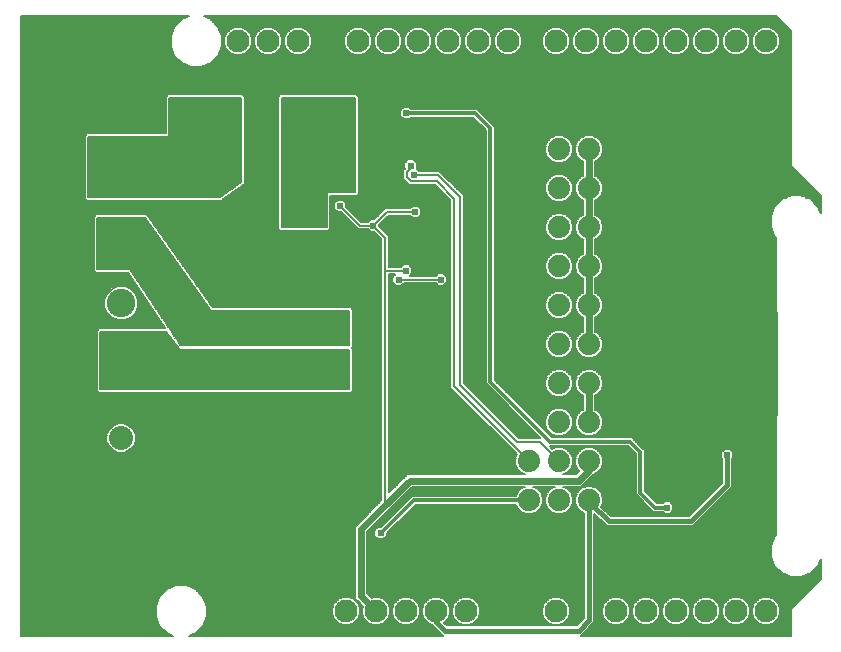
<source format=gbl>
G75*
%MOIN*%
%OFA0B0*%
%FSLAX25Y25*%
%IPPOS*%
%LPD*%
%AMOC8*
5,1,8,0,0,1.08239X$1,22.5*
%
%ADD10R,0.08000X0.08000*%
%ADD11C,0.08000*%
%ADD12C,0.07400*%
%ADD13R,0.09500X0.09500*%
%ADD14C,0.09500*%
%ADD15C,0.07600*%
%ADD16R,0.07600X0.07600*%
%ADD17C,0.09450*%
%ADD18C,0.02400*%
%ADD19C,0.00600*%
%ADD20C,0.02400*%
%ADD21C,0.00800*%
%ADD22C,0.01200*%
%ADD23C,0.01600*%
D10*
X0041300Y0061300D03*
X0041300Y0170700D03*
D11*
X0041300Y0190385D03*
X0041300Y0080985D03*
D12*
X0177300Y0073300D03*
X0187300Y0073300D03*
X0197300Y0073300D03*
X0207300Y0073300D03*
X0207300Y0060300D03*
X0197300Y0060300D03*
X0187300Y0060300D03*
X0177300Y0060300D03*
X0187300Y0086300D03*
X0197300Y0086300D03*
X0207300Y0086300D03*
X0207300Y0099300D03*
X0197300Y0099300D03*
X0187300Y0099300D03*
X0187300Y0112300D03*
X0197300Y0112300D03*
X0207300Y0112300D03*
X0207300Y0125300D03*
X0197300Y0125300D03*
X0187300Y0125300D03*
X0187300Y0138300D03*
X0197300Y0138300D03*
X0207300Y0138300D03*
X0207300Y0151300D03*
X0197300Y0151300D03*
X0187300Y0151300D03*
X0187300Y0164300D03*
X0197300Y0164300D03*
X0207300Y0164300D03*
X0207300Y0177300D03*
X0197300Y0177300D03*
X0187300Y0177300D03*
D13*
X0041300Y0106200D03*
D14*
X0041300Y0125885D03*
X0041300Y0145570D03*
D15*
X0080300Y0213300D03*
X0090300Y0213300D03*
X0100300Y0213300D03*
X0120300Y0213300D03*
X0130300Y0213300D03*
X0140300Y0213300D03*
X0150300Y0213300D03*
X0160300Y0213300D03*
X0170300Y0213300D03*
X0186300Y0213300D03*
X0196300Y0213300D03*
X0206300Y0213300D03*
X0216300Y0213300D03*
X0226300Y0213300D03*
X0236300Y0213300D03*
X0246300Y0213300D03*
X0256300Y0213300D03*
X0256300Y0023300D03*
X0246300Y0023300D03*
X0236300Y0023300D03*
X0226300Y0023300D03*
X0216300Y0023300D03*
X0206300Y0023300D03*
X0186300Y0023300D03*
X0156300Y0023300D03*
X0146300Y0023300D03*
X0136300Y0023300D03*
X0126300Y0023300D03*
X0116300Y0023300D03*
D16*
X0166300Y0023300D03*
X0176300Y0023300D03*
X0110300Y0213300D03*
D17*
X0108900Y0183900D03*
X0108900Y0170500D03*
X0069900Y0170500D03*
X0069900Y0183900D03*
D18*
X0197300Y0177300D02*
X0197300Y0164300D01*
X0197300Y0151300D01*
X0197300Y0138300D01*
X0197300Y0125300D01*
X0197300Y0112300D01*
X0197300Y0099300D02*
X0197300Y0086300D01*
X0197300Y0073300D02*
X0197300Y0070300D01*
X0193800Y0066800D01*
X0137510Y0066800D01*
X0129300Y0058590D01*
X0121300Y0050590D01*
X0121300Y0028300D01*
X0126300Y0023300D01*
D19*
X0007899Y0015139D02*
X0007899Y0221500D01*
X0063754Y0221500D01*
X0061457Y0220548D01*
X0059052Y0218143D01*
X0057750Y0215001D01*
X0057750Y0211599D01*
X0059052Y0208457D01*
X0061457Y0206052D01*
X0064599Y0204750D01*
X0068001Y0204750D01*
X0071143Y0206052D01*
X0073548Y0208457D01*
X0074850Y0211599D01*
X0074850Y0215001D01*
X0073548Y0218143D01*
X0071143Y0220548D01*
X0068846Y0221500D01*
X0259554Y0221500D01*
X0264500Y0216554D01*
X0264500Y0171554D01*
X0265554Y0170500D01*
X0274500Y0161554D01*
X0274500Y0155846D01*
X0273548Y0158143D01*
X0271143Y0160548D01*
X0268001Y0161850D01*
X0264599Y0161850D01*
X0261457Y0160548D01*
X0259052Y0158143D01*
X0257750Y0155001D01*
X0257750Y0151599D01*
X0259052Y0148457D01*
X0259600Y0147908D01*
X0259600Y0123010D01*
X0259778Y0122832D01*
X0259778Y0088768D01*
X0259600Y0088590D01*
X0259600Y0048692D01*
X0259052Y0048143D01*
X0257750Y0045001D01*
X0257750Y0041599D01*
X0259052Y0038457D01*
X0261457Y0036052D01*
X0264599Y0034750D01*
X0268001Y0034750D01*
X0271143Y0036052D01*
X0273548Y0038457D01*
X0274500Y0040754D01*
X0274500Y0034046D01*
X0264500Y0024046D01*
X0264500Y0015139D01*
X0194544Y0015139D01*
X0199000Y0019596D01*
X0199000Y0055696D01*
X0202100Y0052596D01*
X0203096Y0051600D01*
X0232004Y0051600D01*
X0245000Y0064596D01*
X0245000Y0074030D01*
X0245400Y0074430D01*
X0245400Y0076170D01*
X0244170Y0077400D01*
X0242430Y0077400D01*
X0241200Y0076170D01*
X0241200Y0074430D01*
X0241600Y0074030D01*
X0241600Y0066004D01*
X0230596Y0055000D01*
X0204504Y0055000D01*
X0201378Y0058126D01*
X0201900Y0059385D01*
X0201900Y0061215D01*
X0201200Y0062906D01*
X0199906Y0064200D01*
X0198215Y0064900D01*
X0196385Y0064900D01*
X0194694Y0064200D01*
X0193400Y0062906D01*
X0192700Y0061215D01*
X0192700Y0059385D01*
X0193400Y0057694D01*
X0194694Y0056400D01*
X0195600Y0056025D01*
X0195600Y0021004D01*
X0193096Y0018500D01*
X0150004Y0018500D01*
X0149075Y0019429D01*
X0150284Y0020638D01*
X0151000Y0022365D01*
X0151000Y0024235D01*
X0150284Y0025962D01*
X0148962Y0027284D01*
X0147235Y0028000D01*
X0145365Y0028000D01*
X0143638Y0027284D01*
X0142316Y0025962D01*
X0141600Y0024235D01*
X0141600Y0022365D01*
X0142316Y0020638D01*
X0143638Y0019316D01*
X0144905Y0018790D01*
X0147600Y0016096D01*
X0148556Y0015139D01*
X0063941Y0015139D01*
X0066143Y0016052D01*
X0068548Y0018457D01*
X0069850Y0021599D01*
X0069850Y0025001D01*
X0068548Y0028143D01*
X0066143Y0030548D01*
X0063001Y0031850D01*
X0059599Y0031850D01*
X0056457Y0030548D01*
X0054052Y0028143D01*
X0052750Y0025001D01*
X0052750Y0021599D01*
X0054052Y0018457D01*
X0056457Y0016052D01*
X0058659Y0015139D01*
X0007899Y0015139D01*
X0007899Y0015694D02*
X0057320Y0015694D01*
X0056216Y0016293D02*
X0007899Y0016293D01*
X0007899Y0016891D02*
X0055617Y0016891D01*
X0055019Y0017490D02*
X0007899Y0017490D01*
X0007899Y0018088D02*
X0054420Y0018088D01*
X0053956Y0018687D02*
X0007899Y0018687D01*
X0007899Y0019285D02*
X0053709Y0019285D01*
X0053461Y0019884D02*
X0007899Y0019884D01*
X0007899Y0020482D02*
X0053213Y0020482D01*
X0052965Y0021081D02*
X0007899Y0021081D01*
X0007899Y0021679D02*
X0052750Y0021679D01*
X0052750Y0022278D02*
X0007899Y0022278D01*
X0007899Y0022876D02*
X0052750Y0022876D01*
X0052750Y0023475D02*
X0007899Y0023475D01*
X0007899Y0024073D02*
X0052750Y0024073D01*
X0052750Y0024672D02*
X0007899Y0024672D01*
X0007899Y0025270D02*
X0052862Y0025270D01*
X0053110Y0025869D02*
X0007899Y0025869D01*
X0007899Y0026467D02*
X0053357Y0026467D01*
X0053605Y0027066D02*
X0007899Y0027066D01*
X0007899Y0027664D02*
X0053853Y0027664D01*
X0054171Y0028263D02*
X0007899Y0028263D01*
X0007899Y0028861D02*
X0054770Y0028861D01*
X0055368Y0029460D02*
X0007899Y0029460D01*
X0007899Y0030058D02*
X0055967Y0030058D01*
X0056719Y0030657D02*
X0007899Y0030657D01*
X0007899Y0031255D02*
X0058164Y0031255D01*
X0064436Y0031255D02*
X0119200Y0031255D01*
X0119200Y0030657D02*
X0065881Y0030657D01*
X0066633Y0030058D02*
X0119200Y0030058D01*
X0119200Y0029460D02*
X0067232Y0029460D01*
X0067830Y0028861D02*
X0119200Y0028861D01*
X0119200Y0028263D02*
X0068429Y0028263D01*
X0068747Y0027664D02*
X0114555Y0027664D01*
X0115365Y0028000D02*
X0113638Y0027284D01*
X0112316Y0025962D01*
X0111600Y0024235D01*
X0111600Y0022365D01*
X0112316Y0020638D01*
X0113638Y0019316D01*
X0115365Y0018600D01*
X0117235Y0018600D01*
X0118962Y0019316D01*
X0120284Y0020638D01*
X0121000Y0022365D01*
X0121000Y0024235D01*
X0120284Y0025962D01*
X0118962Y0027284D01*
X0117235Y0028000D01*
X0115365Y0028000D01*
X0113419Y0027066D02*
X0068995Y0027066D01*
X0069243Y0026467D02*
X0112820Y0026467D01*
X0112277Y0025869D02*
X0069490Y0025869D01*
X0069738Y0025270D02*
X0112029Y0025270D01*
X0111781Y0024672D02*
X0069850Y0024672D01*
X0069850Y0024073D02*
X0111600Y0024073D01*
X0111600Y0023475D02*
X0069850Y0023475D01*
X0069850Y0022876D02*
X0111600Y0022876D01*
X0111636Y0022278D02*
X0069850Y0022278D01*
X0069850Y0021679D02*
X0111884Y0021679D01*
X0112132Y0021081D02*
X0069635Y0021081D01*
X0069387Y0020482D02*
X0112471Y0020482D01*
X0113070Y0019884D02*
X0069139Y0019884D01*
X0068891Y0019285D02*
X0113711Y0019285D01*
X0115156Y0018687D02*
X0068644Y0018687D01*
X0068180Y0018088D02*
X0145608Y0018088D01*
X0146206Y0017490D02*
X0067581Y0017490D01*
X0066983Y0016891D02*
X0146805Y0016891D01*
X0147403Y0016293D02*
X0066384Y0016293D01*
X0065280Y0015694D02*
X0148002Y0015694D01*
X0149818Y0018687D02*
X0155156Y0018687D01*
X0155365Y0018600D02*
X0157235Y0018600D01*
X0158962Y0019316D01*
X0160284Y0020638D01*
X0161000Y0022365D01*
X0161000Y0024235D01*
X0160284Y0025962D01*
X0158962Y0027284D01*
X0157235Y0028000D01*
X0155365Y0028000D01*
X0153638Y0027284D01*
X0152316Y0025962D01*
X0151600Y0024235D01*
X0151600Y0022365D01*
X0152316Y0020638D01*
X0153638Y0019316D01*
X0155365Y0018600D01*
X0153711Y0019285D02*
X0149219Y0019285D01*
X0149530Y0019884D02*
X0153070Y0019884D01*
X0152471Y0020482D02*
X0150129Y0020482D01*
X0150468Y0021081D02*
X0152132Y0021081D01*
X0151884Y0021679D02*
X0150716Y0021679D01*
X0150964Y0022278D02*
X0151636Y0022278D01*
X0151600Y0022876D02*
X0151000Y0022876D01*
X0151000Y0023475D02*
X0151600Y0023475D01*
X0151600Y0024073D02*
X0151000Y0024073D01*
X0150819Y0024672D02*
X0151781Y0024672D01*
X0152029Y0025270D02*
X0150571Y0025270D01*
X0150323Y0025869D02*
X0152277Y0025869D01*
X0152820Y0026467D02*
X0149780Y0026467D01*
X0149181Y0027066D02*
X0153419Y0027066D01*
X0154555Y0027664D02*
X0148045Y0027664D01*
X0144555Y0027664D02*
X0138045Y0027664D01*
X0137235Y0028000D02*
X0138962Y0027284D01*
X0140284Y0025962D01*
X0141000Y0024235D01*
X0141000Y0022365D01*
X0140284Y0020638D01*
X0138962Y0019316D01*
X0137235Y0018600D01*
X0135365Y0018600D01*
X0133638Y0019316D01*
X0132316Y0020638D01*
X0131600Y0022365D01*
X0131600Y0024235D01*
X0132316Y0025962D01*
X0133638Y0027284D01*
X0135365Y0028000D01*
X0137235Y0028000D01*
X0139181Y0027066D02*
X0143419Y0027066D01*
X0142820Y0026467D02*
X0139780Y0026467D01*
X0140323Y0025869D02*
X0142277Y0025869D01*
X0142029Y0025270D02*
X0140571Y0025270D01*
X0140819Y0024672D02*
X0141781Y0024672D01*
X0141600Y0024073D02*
X0141000Y0024073D01*
X0141000Y0023475D02*
X0141600Y0023475D01*
X0141600Y0022876D02*
X0141000Y0022876D01*
X0140964Y0022278D02*
X0141636Y0022278D01*
X0141884Y0021679D02*
X0140716Y0021679D01*
X0140468Y0021081D02*
X0142132Y0021081D01*
X0142471Y0020482D02*
X0140129Y0020482D01*
X0139530Y0019884D02*
X0143070Y0019884D01*
X0143711Y0019285D02*
X0138889Y0019285D01*
X0137444Y0018687D02*
X0145009Y0018687D01*
X0135156Y0018687D02*
X0127444Y0018687D01*
X0127235Y0018600D02*
X0128962Y0019316D01*
X0130284Y0020638D01*
X0131000Y0022365D01*
X0131000Y0024235D01*
X0130284Y0025962D01*
X0128962Y0027284D01*
X0127235Y0028000D01*
X0125365Y0028000D01*
X0124803Y0027767D01*
X0123400Y0029170D01*
X0123400Y0049720D01*
X0131400Y0057720D01*
X0131400Y0057720D01*
X0138380Y0064700D01*
X0175902Y0064700D01*
X0174694Y0064200D01*
X0173400Y0062906D01*
X0172942Y0061800D01*
X0138179Y0061800D01*
X0127779Y0051400D01*
X0126930Y0051400D01*
X0125700Y0050170D01*
X0125700Y0048430D01*
X0126930Y0047200D01*
X0128670Y0047200D01*
X0129900Y0048430D01*
X0129900Y0049279D01*
X0139421Y0058800D01*
X0172942Y0058800D01*
X0173400Y0057694D01*
X0174694Y0056400D01*
X0176385Y0055700D01*
X0178215Y0055700D01*
X0179906Y0056400D01*
X0181200Y0057694D01*
X0181900Y0059385D01*
X0181900Y0061215D01*
X0181200Y0062906D01*
X0179906Y0064200D01*
X0178698Y0064700D01*
X0185902Y0064700D01*
X0184694Y0064200D01*
X0183400Y0062906D01*
X0182700Y0061215D01*
X0182700Y0059385D01*
X0183400Y0057694D01*
X0184694Y0056400D01*
X0186385Y0055700D01*
X0188215Y0055700D01*
X0189906Y0056400D01*
X0191200Y0057694D01*
X0191900Y0059385D01*
X0191900Y0061215D01*
X0191200Y0062906D01*
X0189906Y0064200D01*
X0188698Y0064700D01*
X0194670Y0064700D01*
X0195900Y0065930D01*
X0198991Y0069022D01*
X0199906Y0069400D01*
X0201200Y0070694D01*
X0201900Y0072385D01*
X0201900Y0074215D01*
X0201200Y0075906D01*
X0199906Y0077200D01*
X0198215Y0077900D01*
X0196385Y0077900D01*
X0194694Y0077200D01*
X0193400Y0075906D01*
X0192700Y0074215D01*
X0192700Y0072385D01*
X0193400Y0070694D01*
X0194062Y0070032D01*
X0192930Y0068900D01*
X0188698Y0068900D01*
X0189906Y0069400D01*
X0191200Y0070694D01*
X0191900Y0072385D01*
X0191900Y0074215D01*
X0191200Y0075906D01*
X0189906Y0077200D01*
X0188215Y0077900D01*
X0186385Y0077900D01*
X0185079Y0077359D01*
X0184138Y0078300D01*
X0210179Y0078300D01*
X0212800Y0075679D01*
X0212800Y0062179D01*
X0218679Y0056300D01*
X0221830Y0056300D01*
X0222430Y0055700D01*
X0224170Y0055700D01*
X0225400Y0056930D01*
X0225400Y0058670D01*
X0224170Y0059900D01*
X0222430Y0059900D01*
X0221830Y0059300D01*
X0219921Y0059300D01*
X0215800Y0063421D01*
X0215800Y0076921D01*
X0214921Y0077800D01*
X0211421Y0081300D01*
X0184921Y0081300D01*
X0165800Y0100421D01*
X0165800Y0184921D01*
X0164921Y0185800D01*
X0159921Y0190800D01*
X0137770Y0190800D01*
X0137170Y0191400D01*
X0135430Y0191400D01*
X0134200Y0190170D01*
X0134200Y0188430D01*
X0135430Y0187200D01*
X0137170Y0187200D01*
X0137770Y0187800D01*
X0158679Y0187800D01*
X0162800Y0183679D01*
X0162800Y0099179D01*
X0180879Y0081100D01*
X0173838Y0081100D01*
X0155600Y0099338D01*
X0155600Y0161838D01*
X0147338Y0170100D01*
X0140470Y0170100D01*
X0139770Y0170800D01*
X0139900Y0170930D01*
X0139900Y0172670D01*
X0138670Y0173900D01*
X0136930Y0173900D01*
X0135700Y0172670D01*
X0135700Y0170930D01*
X0135840Y0170790D01*
X0135300Y0170250D01*
X0135300Y0167350D01*
X0136589Y0166062D01*
X0137350Y0165300D01*
X0145962Y0165300D01*
X0151000Y0160262D01*
X0151000Y0097762D01*
X0173241Y0075521D01*
X0172700Y0074215D01*
X0172700Y0072385D01*
X0173400Y0070694D01*
X0174694Y0069400D01*
X0175902Y0068900D01*
X0136640Y0068900D01*
X0135410Y0067670D01*
X0135410Y0067670D01*
X0130600Y0062860D01*
X0130600Y0135500D01*
X0132530Y0135500D01*
X0131700Y0134670D01*
X0131700Y0132930D01*
X0132930Y0131700D01*
X0134670Y0131700D01*
X0135470Y0132500D01*
X0146130Y0132500D01*
X0146930Y0131700D01*
X0148670Y0131700D01*
X0149900Y0132930D01*
X0149900Y0134670D01*
X0148670Y0135900D01*
X0146930Y0135900D01*
X0146130Y0135100D01*
X0137570Y0135100D01*
X0138400Y0135930D01*
X0138400Y0137670D01*
X0137170Y0138900D01*
X0135430Y0138900D01*
X0134630Y0138100D01*
X0130600Y0138100D01*
X0130600Y0148338D01*
X0129838Y0149100D01*
X0127400Y0151538D01*
X0127400Y0152062D01*
X0130338Y0155000D01*
X0137630Y0155000D01*
X0138430Y0154200D01*
X0140170Y0154200D01*
X0141400Y0155430D01*
X0141400Y0157170D01*
X0140170Y0158400D01*
X0138430Y0158400D01*
X0137630Y0157600D01*
X0129262Y0157600D01*
X0125562Y0153900D01*
X0124430Y0153900D01*
X0123630Y0153100D01*
X0121338Y0153100D01*
X0116400Y0158038D01*
X0116400Y0159170D01*
X0115170Y0160400D01*
X0113430Y0160400D01*
X0112200Y0159170D01*
X0112200Y0157430D01*
X0113430Y0156200D01*
X0114562Y0156200D01*
X0120262Y0150500D01*
X0123630Y0150500D01*
X0124430Y0149700D01*
X0125562Y0149700D01*
X0128000Y0147262D01*
X0128000Y0060260D01*
X0120430Y0052690D01*
X0119200Y0051460D01*
X0119200Y0027430D01*
X0120430Y0026200D01*
X0121833Y0024797D01*
X0121600Y0024235D01*
X0121600Y0022365D01*
X0122316Y0020638D01*
X0123638Y0019316D01*
X0125365Y0018600D01*
X0127235Y0018600D01*
X0128889Y0019285D02*
X0133711Y0019285D01*
X0133070Y0019884D02*
X0129530Y0019884D01*
X0130129Y0020482D02*
X0132471Y0020482D01*
X0132132Y0021081D02*
X0130468Y0021081D01*
X0130716Y0021679D02*
X0131884Y0021679D01*
X0131636Y0022278D02*
X0130964Y0022278D01*
X0131000Y0022876D02*
X0131600Y0022876D01*
X0131600Y0023475D02*
X0131000Y0023475D01*
X0131000Y0024073D02*
X0131600Y0024073D01*
X0131781Y0024672D02*
X0130819Y0024672D01*
X0130571Y0025270D02*
X0132029Y0025270D01*
X0132277Y0025869D02*
X0130323Y0025869D01*
X0129780Y0026467D02*
X0132820Y0026467D01*
X0133419Y0027066D02*
X0129181Y0027066D01*
X0128045Y0027664D02*
X0134555Y0027664D01*
X0124307Y0028263D02*
X0195600Y0028263D01*
X0195600Y0028861D02*
X0123709Y0028861D01*
X0123400Y0029460D02*
X0195600Y0029460D01*
X0195600Y0030058D02*
X0123400Y0030058D01*
X0123400Y0030657D02*
X0195600Y0030657D01*
X0195600Y0031255D02*
X0123400Y0031255D01*
X0123400Y0031854D02*
X0195600Y0031854D01*
X0195600Y0032452D02*
X0123400Y0032452D01*
X0123400Y0033051D02*
X0195600Y0033051D01*
X0195600Y0033649D02*
X0123400Y0033649D01*
X0123400Y0034248D02*
X0195600Y0034248D01*
X0195600Y0034846D02*
X0123400Y0034846D01*
X0123400Y0035445D02*
X0195600Y0035445D01*
X0195600Y0036043D02*
X0123400Y0036043D01*
X0123400Y0036642D02*
X0195600Y0036642D01*
X0195600Y0037240D02*
X0123400Y0037240D01*
X0123400Y0037839D02*
X0195600Y0037839D01*
X0195600Y0038437D02*
X0123400Y0038437D01*
X0123400Y0039036D02*
X0195600Y0039036D01*
X0195600Y0039634D02*
X0123400Y0039634D01*
X0123400Y0040233D02*
X0195600Y0040233D01*
X0195600Y0040832D02*
X0123400Y0040832D01*
X0123400Y0041430D02*
X0195600Y0041430D01*
X0195600Y0042029D02*
X0123400Y0042029D01*
X0123400Y0042627D02*
X0195600Y0042627D01*
X0195600Y0043226D02*
X0123400Y0043226D01*
X0123400Y0043824D02*
X0195600Y0043824D01*
X0195600Y0044423D02*
X0123400Y0044423D01*
X0123400Y0045021D02*
X0195600Y0045021D01*
X0195600Y0045620D02*
X0123400Y0045620D01*
X0123400Y0046218D02*
X0195600Y0046218D01*
X0195600Y0046817D02*
X0123400Y0046817D01*
X0123400Y0047415D02*
X0126715Y0047415D01*
X0126116Y0048014D02*
X0123400Y0048014D01*
X0123400Y0048612D02*
X0125700Y0048612D01*
X0125700Y0049211D02*
X0123400Y0049211D01*
X0123489Y0049809D02*
X0125700Y0049809D01*
X0125938Y0050408D02*
X0124087Y0050408D01*
X0124686Y0051006D02*
X0126536Y0051006D01*
X0125883Y0052203D02*
X0128582Y0052203D01*
X0127983Y0051605D02*
X0125284Y0051605D01*
X0126481Y0052802D02*
X0129180Y0052802D01*
X0129779Y0053400D02*
X0127080Y0053400D01*
X0127678Y0053999D02*
X0130377Y0053999D01*
X0130976Y0054597D02*
X0128277Y0054597D01*
X0128875Y0055196D02*
X0131574Y0055196D01*
X0132173Y0055794D02*
X0129474Y0055794D01*
X0130072Y0056393D02*
X0132771Y0056393D01*
X0133370Y0056991D02*
X0130671Y0056991D01*
X0131270Y0057590D02*
X0133969Y0057590D01*
X0134567Y0058188D02*
X0131868Y0058188D01*
X0132467Y0058787D02*
X0135166Y0058787D01*
X0135764Y0059385D02*
X0133065Y0059385D01*
X0133664Y0059984D02*
X0136363Y0059984D01*
X0136961Y0060582D02*
X0134262Y0060582D01*
X0134861Y0061181D02*
X0137560Y0061181D01*
X0138158Y0061779D02*
X0135459Y0061779D01*
X0136058Y0062378D02*
X0173182Y0062378D01*
X0173471Y0062976D02*
X0136656Y0062976D01*
X0137255Y0063575D02*
X0174070Y0063575D01*
X0174668Y0064173D02*
X0137853Y0064173D01*
X0134308Y0066568D02*
X0130600Y0066568D01*
X0130600Y0067166D02*
X0134906Y0067166D01*
X0135505Y0067765D02*
X0130600Y0067765D01*
X0130600Y0068363D02*
X0136103Y0068363D01*
X0133709Y0065969D02*
X0130600Y0065969D01*
X0130600Y0065370D02*
X0133110Y0065370D01*
X0132512Y0064772D02*
X0130600Y0064772D01*
X0130600Y0064173D02*
X0131913Y0064173D01*
X0131315Y0063575D02*
X0130600Y0063575D01*
X0130600Y0062976D02*
X0130716Y0062976D01*
X0128000Y0062976D02*
X0007899Y0062976D01*
X0007899Y0062378D02*
X0128000Y0062378D01*
X0128000Y0061779D02*
X0007899Y0061779D01*
X0007899Y0061181D02*
X0128000Y0061181D01*
X0128000Y0060582D02*
X0007899Y0060582D01*
X0007899Y0059984D02*
X0127724Y0059984D01*
X0127125Y0059385D02*
X0007899Y0059385D01*
X0007899Y0058787D02*
X0126527Y0058787D01*
X0125928Y0058188D02*
X0007899Y0058188D01*
X0007899Y0057590D02*
X0125330Y0057590D01*
X0124731Y0056991D02*
X0007899Y0056991D01*
X0007899Y0056393D02*
X0124133Y0056393D01*
X0123534Y0055794D02*
X0007899Y0055794D01*
X0007899Y0055196D02*
X0122936Y0055196D01*
X0122337Y0054597D02*
X0007899Y0054597D01*
X0007899Y0053999D02*
X0121739Y0053999D01*
X0121140Y0053400D02*
X0007899Y0053400D01*
X0007899Y0052802D02*
X0120542Y0052802D01*
X0120430Y0052690D02*
X0120430Y0052690D01*
X0119943Y0052203D02*
X0007899Y0052203D01*
X0007899Y0051605D02*
X0119345Y0051605D01*
X0119200Y0051006D02*
X0007899Y0051006D01*
X0007899Y0050408D02*
X0119200Y0050408D01*
X0119200Y0049809D02*
X0007899Y0049809D01*
X0007899Y0049211D02*
X0119200Y0049211D01*
X0119200Y0048612D02*
X0007899Y0048612D01*
X0007899Y0048014D02*
X0119200Y0048014D01*
X0119200Y0047415D02*
X0007899Y0047415D01*
X0007899Y0046817D02*
X0119200Y0046817D01*
X0119200Y0046218D02*
X0007899Y0046218D01*
X0007899Y0045620D02*
X0119200Y0045620D01*
X0119200Y0045021D02*
X0007899Y0045021D01*
X0007899Y0044423D02*
X0119200Y0044423D01*
X0119200Y0043824D02*
X0007899Y0043824D01*
X0007899Y0043226D02*
X0119200Y0043226D01*
X0119200Y0042627D02*
X0007899Y0042627D01*
X0007899Y0042029D02*
X0119200Y0042029D01*
X0119200Y0041430D02*
X0007899Y0041430D01*
X0007899Y0040832D02*
X0119200Y0040832D01*
X0119200Y0040233D02*
X0007899Y0040233D01*
X0007899Y0039634D02*
X0119200Y0039634D01*
X0119200Y0039036D02*
X0007899Y0039036D01*
X0007899Y0038437D02*
X0119200Y0038437D01*
X0119200Y0037839D02*
X0007899Y0037839D01*
X0007899Y0037240D02*
X0119200Y0037240D01*
X0119200Y0036642D02*
X0007899Y0036642D01*
X0007899Y0036043D02*
X0119200Y0036043D01*
X0119200Y0035445D02*
X0007899Y0035445D01*
X0007899Y0034846D02*
X0119200Y0034846D01*
X0119200Y0034248D02*
X0007899Y0034248D01*
X0007899Y0033649D02*
X0119200Y0033649D01*
X0119200Y0033051D02*
X0007899Y0033051D01*
X0007899Y0032452D02*
X0119200Y0032452D01*
X0119200Y0031854D02*
X0007899Y0031854D01*
X0007899Y0063575D02*
X0128000Y0063575D01*
X0128000Y0064173D02*
X0007899Y0064173D01*
X0007899Y0064772D02*
X0128000Y0064772D01*
X0128000Y0065370D02*
X0007899Y0065370D01*
X0007899Y0065969D02*
X0128000Y0065969D01*
X0128000Y0066568D02*
X0007899Y0066568D01*
X0007899Y0067166D02*
X0128000Y0067166D01*
X0128000Y0067765D02*
X0007899Y0067765D01*
X0007899Y0068363D02*
X0128000Y0068363D01*
X0128000Y0068962D02*
X0007899Y0068962D01*
X0007899Y0069560D02*
X0128000Y0069560D01*
X0128000Y0070159D02*
X0007899Y0070159D01*
X0007899Y0070757D02*
X0128000Y0070757D01*
X0128000Y0071356D02*
X0007899Y0071356D01*
X0007899Y0071954D02*
X0128000Y0071954D01*
X0128000Y0072553D02*
X0007899Y0072553D01*
X0007899Y0073151D02*
X0128000Y0073151D01*
X0128000Y0073750D02*
X0007899Y0073750D01*
X0007899Y0074348D02*
X0128000Y0074348D01*
X0128000Y0074947D02*
X0007899Y0074947D01*
X0007899Y0075545D02*
X0128000Y0075545D01*
X0128000Y0076144D02*
X0042416Y0076144D01*
X0042275Y0076085D02*
X0044076Y0076831D01*
X0045454Y0078209D01*
X0046200Y0080010D01*
X0046200Y0081960D01*
X0045454Y0083761D01*
X0044076Y0085139D01*
X0042275Y0085885D01*
X0040325Y0085885D01*
X0038524Y0085139D01*
X0037146Y0083761D01*
X0036400Y0081960D01*
X0036400Y0080010D01*
X0037146Y0078209D01*
X0038524Y0076831D01*
X0040325Y0076085D01*
X0042275Y0076085D01*
X0043861Y0076742D02*
X0128000Y0076742D01*
X0128000Y0077341D02*
X0044585Y0077341D01*
X0045184Y0077939D02*
X0128000Y0077939D01*
X0128000Y0078538D02*
X0045590Y0078538D01*
X0045838Y0079136D02*
X0128000Y0079136D01*
X0128000Y0079735D02*
X0046086Y0079735D01*
X0046200Y0080333D02*
X0128000Y0080333D01*
X0128000Y0080932D02*
X0046200Y0080932D01*
X0046200Y0081530D02*
X0128000Y0081530D01*
X0128000Y0082129D02*
X0046130Y0082129D01*
X0045882Y0082727D02*
X0128000Y0082727D01*
X0128000Y0083326D02*
X0045634Y0083326D01*
X0045290Y0083924D02*
X0128000Y0083924D01*
X0128000Y0084523D02*
X0044692Y0084523D01*
X0044093Y0085121D02*
X0128000Y0085121D01*
X0128000Y0085720D02*
X0042673Y0085720D01*
X0039927Y0085720D02*
X0007899Y0085720D01*
X0007899Y0086318D02*
X0128000Y0086318D01*
X0128000Y0086917D02*
X0007899Y0086917D01*
X0007899Y0087515D02*
X0128000Y0087515D01*
X0128000Y0088114D02*
X0007899Y0088114D01*
X0007899Y0088712D02*
X0128000Y0088712D01*
X0128000Y0089311D02*
X0007899Y0089311D01*
X0007899Y0089909D02*
X0128000Y0089909D01*
X0128000Y0090508D02*
X0007899Y0090508D01*
X0007899Y0091106D02*
X0128000Y0091106D01*
X0128000Y0091705D02*
X0007899Y0091705D01*
X0007899Y0092303D02*
X0128000Y0092303D01*
X0128000Y0092902D02*
X0007899Y0092902D01*
X0007899Y0093501D02*
X0128000Y0093501D01*
X0128000Y0094099D02*
X0007899Y0094099D01*
X0007899Y0094698D02*
X0128000Y0094698D01*
X0128000Y0095296D02*
X0007899Y0095296D01*
X0007899Y0095895D02*
X0128000Y0095895D01*
X0128000Y0096493D02*
X0118190Y0096493D01*
X0118500Y0096803D02*
X0118500Y0110797D01*
X0118197Y0111100D01*
X0118500Y0111403D01*
X0118500Y0123797D01*
X0117797Y0124500D01*
X0071920Y0124500D01*
X0050500Y0154683D01*
X0050500Y0154797D01*
X0050220Y0155077D01*
X0049991Y0155400D01*
X0049878Y0155419D01*
X0049797Y0155500D01*
X0049401Y0155500D01*
X0049011Y0155566D01*
X0048917Y0155500D01*
X0032803Y0155500D01*
X0032100Y0154797D01*
X0032100Y0136803D01*
X0032803Y0136100D01*
X0043655Y0136100D01*
X0055938Y0117529D01*
X0055900Y0117500D01*
X0033803Y0117500D01*
X0033100Y0116797D01*
X0033100Y0096803D01*
X0033803Y0096100D01*
X0117797Y0096100D01*
X0118500Y0096803D01*
X0118500Y0097092D02*
X0128000Y0097092D01*
X0128000Y0097690D02*
X0118500Y0097690D01*
X0118500Y0098289D02*
X0128000Y0098289D01*
X0128000Y0098887D02*
X0118500Y0098887D01*
X0118500Y0099486D02*
X0128000Y0099486D01*
X0128000Y0100084D02*
X0118500Y0100084D01*
X0118500Y0100683D02*
X0128000Y0100683D01*
X0128000Y0101281D02*
X0118500Y0101281D01*
X0118500Y0101880D02*
X0128000Y0101880D01*
X0128000Y0102478D02*
X0118500Y0102478D01*
X0118500Y0103077D02*
X0128000Y0103077D01*
X0128000Y0103675D02*
X0118500Y0103675D01*
X0118500Y0104274D02*
X0128000Y0104274D01*
X0128000Y0104872D02*
X0118500Y0104872D01*
X0118500Y0105471D02*
X0128000Y0105471D01*
X0128000Y0106069D02*
X0118500Y0106069D01*
X0118500Y0106668D02*
X0128000Y0106668D01*
X0128000Y0107266D02*
X0118500Y0107266D01*
X0118500Y0107865D02*
X0128000Y0107865D01*
X0128000Y0108463D02*
X0118500Y0108463D01*
X0118500Y0109062D02*
X0128000Y0109062D01*
X0128000Y0109660D02*
X0118500Y0109660D01*
X0118500Y0110259D02*
X0128000Y0110259D01*
X0128000Y0110857D02*
X0118440Y0110857D01*
X0118500Y0111456D02*
X0128000Y0111456D01*
X0128000Y0112054D02*
X0118500Y0112054D01*
X0118500Y0112653D02*
X0128000Y0112653D01*
X0128000Y0113251D02*
X0118500Y0113251D01*
X0118500Y0113850D02*
X0128000Y0113850D01*
X0128000Y0114448D02*
X0118500Y0114448D01*
X0118500Y0115047D02*
X0128000Y0115047D01*
X0128000Y0115645D02*
X0118500Y0115645D01*
X0118500Y0116244D02*
X0128000Y0116244D01*
X0128000Y0116842D02*
X0118500Y0116842D01*
X0118500Y0117441D02*
X0128000Y0117441D01*
X0128000Y0118039D02*
X0118500Y0118039D01*
X0118500Y0118638D02*
X0128000Y0118638D01*
X0128000Y0119237D02*
X0118500Y0119237D01*
X0118500Y0119835D02*
X0128000Y0119835D01*
X0128000Y0120434D02*
X0118500Y0120434D01*
X0118500Y0121032D02*
X0128000Y0121032D01*
X0128000Y0121631D02*
X0118500Y0121631D01*
X0118500Y0122229D02*
X0128000Y0122229D01*
X0128000Y0122828D02*
X0118500Y0122828D01*
X0118500Y0123426D02*
X0128000Y0123426D01*
X0128000Y0124025D02*
X0118272Y0124025D01*
X0117300Y0123300D02*
X0071300Y0123300D01*
X0049300Y0154300D01*
X0033300Y0154300D01*
X0033300Y0137300D01*
X0044300Y0137300D01*
X0061100Y0111900D01*
X0117300Y0111900D01*
X0117300Y0123300D01*
X0117300Y0122828D02*
X0053872Y0122828D01*
X0053476Y0123426D02*
X0071211Y0123426D01*
X0070786Y0124025D02*
X0053081Y0124025D01*
X0052685Y0124623D02*
X0070361Y0124623D01*
X0069936Y0125222D02*
X0052289Y0125222D01*
X0051893Y0125820D02*
X0069512Y0125820D01*
X0069087Y0126419D02*
X0051497Y0126419D01*
X0051101Y0127017D02*
X0068662Y0127017D01*
X0068237Y0127616D02*
X0050705Y0127616D01*
X0050310Y0128214D02*
X0067813Y0128214D01*
X0067388Y0128813D02*
X0049914Y0128813D01*
X0049518Y0129411D02*
X0066963Y0129411D01*
X0066538Y0130010D02*
X0049122Y0130010D01*
X0048726Y0130608D02*
X0066114Y0130608D01*
X0065689Y0131207D02*
X0048330Y0131207D01*
X0047934Y0131805D02*
X0065264Y0131805D01*
X0064839Y0132404D02*
X0047538Y0132404D01*
X0047143Y0133002D02*
X0064415Y0133002D01*
X0063990Y0133601D02*
X0046747Y0133601D01*
X0046351Y0134199D02*
X0063565Y0134199D01*
X0063140Y0134798D02*
X0045955Y0134798D01*
X0045559Y0135396D02*
X0062716Y0135396D01*
X0062291Y0135995D02*
X0045163Y0135995D01*
X0044767Y0136593D02*
X0061866Y0136593D01*
X0061441Y0137192D02*
X0044372Y0137192D01*
X0043725Y0135995D02*
X0007899Y0135995D01*
X0007899Y0136593D02*
X0032310Y0136593D01*
X0032100Y0137192D02*
X0007899Y0137192D01*
X0007899Y0137790D02*
X0032100Y0137790D01*
X0032100Y0138389D02*
X0007899Y0138389D01*
X0007899Y0138987D02*
X0032100Y0138987D01*
X0032100Y0139586D02*
X0007899Y0139586D01*
X0007899Y0140184D02*
X0032100Y0140184D01*
X0032100Y0140783D02*
X0007899Y0140783D01*
X0007899Y0141381D02*
X0032100Y0141381D01*
X0032100Y0141980D02*
X0007899Y0141980D01*
X0007899Y0142578D02*
X0032100Y0142578D01*
X0032100Y0143177D02*
X0007899Y0143177D01*
X0007899Y0143775D02*
X0032100Y0143775D01*
X0032100Y0144374D02*
X0007899Y0144374D01*
X0007899Y0144972D02*
X0032100Y0144972D01*
X0032100Y0145571D02*
X0007899Y0145571D01*
X0007899Y0146170D02*
X0032100Y0146170D01*
X0032100Y0146768D02*
X0007899Y0146768D01*
X0007899Y0147367D02*
X0032100Y0147367D01*
X0032100Y0147965D02*
X0007899Y0147965D01*
X0007899Y0148564D02*
X0032100Y0148564D01*
X0032100Y0149162D02*
X0007899Y0149162D01*
X0007899Y0149761D02*
X0032100Y0149761D01*
X0032100Y0150359D02*
X0007899Y0150359D01*
X0007899Y0150958D02*
X0032100Y0150958D01*
X0032100Y0151556D02*
X0007899Y0151556D01*
X0007899Y0152155D02*
X0032100Y0152155D01*
X0032100Y0152753D02*
X0007899Y0152753D01*
X0007899Y0153352D02*
X0032100Y0153352D01*
X0032100Y0153950D02*
X0007899Y0153950D01*
X0007899Y0154549D02*
X0032100Y0154549D01*
X0032450Y0155147D02*
X0007899Y0155147D01*
X0007899Y0155746D02*
X0093600Y0155746D01*
X0093600Y0156344D02*
X0007899Y0156344D01*
X0007899Y0156943D02*
X0093600Y0156943D01*
X0093600Y0157541D02*
X0007899Y0157541D01*
X0007899Y0158140D02*
X0093600Y0158140D01*
X0093600Y0158738D02*
X0007899Y0158738D01*
X0007899Y0159337D02*
X0093600Y0159337D01*
X0093600Y0159935D02*
X0007899Y0159935D01*
X0007899Y0160534D02*
X0029369Y0160534D01*
X0029100Y0160803D02*
X0029803Y0160100D01*
X0074201Y0160100D01*
X0074593Y0160035D01*
X0074685Y0160100D01*
X0074797Y0160100D01*
X0075078Y0160381D01*
X0081685Y0165100D01*
X0081797Y0165100D01*
X0082078Y0165381D01*
X0082402Y0165612D01*
X0082420Y0165723D01*
X0082500Y0165803D01*
X0082500Y0166201D01*
X0082565Y0166593D01*
X0082500Y0166685D01*
X0082500Y0194797D01*
X0081797Y0195500D01*
X0056803Y0195500D01*
X0056100Y0194797D01*
X0056100Y0182500D01*
X0029803Y0182500D01*
X0029100Y0181797D01*
X0029100Y0180803D01*
X0029100Y0161797D01*
X0029100Y0160803D01*
X0029100Y0161132D02*
X0007899Y0161132D01*
X0007899Y0161731D02*
X0029100Y0161731D01*
X0029100Y0162329D02*
X0007899Y0162329D01*
X0007899Y0162928D02*
X0029100Y0162928D01*
X0029100Y0163526D02*
X0007899Y0163526D01*
X0007899Y0164125D02*
X0029100Y0164125D01*
X0029100Y0164723D02*
X0007899Y0164723D01*
X0007899Y0165322D02*
X0029100Y0165322D01*
X0029100Y0165920D02*
X0007899Y0165920D01*
X0007899Y0166519D02*
X0029100Y0166519D01*
X0029100Y0167117D02*
X0007899Y0167117D01*
X0007899Y0167716D02*
X0029100Y0167716D01*
X0029100Y0168314D02*
X0007899Y0168314D01*
X0007899Y0168913D02*
X0029100Y0168913D01*
X0029100Y0169511D02*
X0007899Y0169511D01*
X0007899Y0170110D02*
X0029100Y0170110D01*
X0029100Y0170708D02*
X0007899Y0170708D01*
X0007899Y0171307D02*
X0029100Y0171307D01*
X0029100Y0171905D02*
X0007899Y0171905D01*
X0007899Y0172504D02*
X0029100Y0172504D01*
X0029100Y0173103D02*
X0007899Y0173103D01*
X0007899Y0173701D02*
X0029100Y0173701D01*
X0029100Y0174300D02*
X0007899Y0174300D01*
X0007899Y0174898D02*
X0029100Y0174898D01*
X0029100Y0175497D02*
X0007899Y0175497D01*
X0007899Y0176095D02*
X0029100Y0176095D01*
X0029100Y0176694D02*
X0007899Y0176694D01*
X0007899Y0177292D02*
X0029100Y0177292D01*
X0029100Y0177891D02*
X0007899Y0177891D01*
X0007899Y0178489D02*
X0029100Y0178489D01*
X0029100Y0179088D02*
X0007899Y0179088D01*
X0007899Y0179686D02*
X0029100Y0179686D01*
X0029100Y0180285D02*
X0007899Y0180285D01*
X0007899Y0180883D02*
X0029100Y0180883D01*
X0029100Y0181482D02*
X0007899Y0181482D01*
X0007899Y0182080D02*
X0029383Y0182080D01*
X0030300Y0181300D02*
X0057300Y0181300D01*
X0057300Y0194300D01*
X0081300Y0194300D01*
X0081300Y0166300D01*
X0074300Y0161300D01*
X0030300Y0161300D01*
X0030300Y0181300D01*
X0030300Y0180883D02*
X0081300Y0180883D01*
X0081300Y0180285D02*
X0030300Y0180285D01*
X0030300Y0179686D02*
X0081300Y0179686D01*
X0081300Y0179088D02*
X0030300Y0179088D01*
X0030300Y0178489D02*
X0081300Y0178489D01*
X0081300Y0177891D02*
X0030300Y0177891D01*
X0030300Y0177292D02*
X0081300Y0177292D01*
X0081300Y0176694D02*
X0030300Y0176694D01*
X0030300Y0176095D02*
X0081300Y0176095D01*
X0081300Y0175497D02*
X0030300Y0175497D01*
X0030300Y0174898D02*
X0081300Y0174898D01*
X0081300Y0174300D02*
X0030300Y0174300D01*
X0030300Y0173701D02*
X0081300Y0173701D01*
X0081300Y0173103D02*
X0030300Y0173103D01*
X0030300Y0172504D02*
X0081300Y0172504D01*
X0081300Y0171905D02*
X0030300Y0171905D01*
X0030300Y0171307D02*
X0081300Y0171307D01*
X0081300Y0170708D02*
X0030300Y0170708D01*
X0030300Y0170110D02*
X0081300Y0170110D01*
X0081300Y0169511D02*
X0030300Y0169511D01*
X0030300Y0168913D02*
X0081300Y0168913D01*
X0081300Y0168314D02*
X0030300Y0168314D01*
X0030300Y0167716D02*
X0081300Y0167716D01*
X0081300Y0167117D02*
X0030300Y0167117D01*
X0030300Y0166519D02*
X0081300Y0166519D01*
X0080769Y0165920D02*
X0030300Y0165920D01*
X0030300Y0165322D02*
X0079931Y0165322D01*
X0079093Y0164723D02*
X0030300Y0164723D01*
X0030300Y0164125D02*
X0078255Y0164125D01*
X0077417Y0163526D02*
X0030300Y0163526D01*
X0030300Y0162928D02*
X0076579Y0162928D01*
X0075741Y0162329D02*
X0030300Y0162329D01*
X0030300Y0161731D02*
X0074903Y0161731D01*
X0075292Y0160534D02*
X0093600Y0160534D01*
X0093600Y0161132D02*
X0076130Y0161132D01*
X0076968Y0161731D02*
X0093600Y0161731D01*
X0093600Y0162329D02*
X0077806Y0162329D01*
X0078644Y0162928D02*
X0093600Y0162928D01*
X0093600Y0163526D02*
X0079481Y0163526D01*
X0080319Y0164125D02*
X0093600Y0164125D01*
X0093600Y0164723D02*
X0081157Y0164723D01*
X0082019Y0165322D02*
X0093600Y0165322D01*
X0093600Y0165920D02*
X0082500Y0165920D01*
X0082553Y0166519D02*
X0093600Y0166519D01*
X0093600Y0167117D02*
X0082500Y0167117D01*
X0082500Y0167716D02*
X0093600Y0167716D01*
X0093600Y0168314D02*
X0082500Y0168314D01*
X0082500Y0168913D02*
X0093600Y0168913D01*
X0093600Y0169511D02*
X0082500Y0169511D01*
X0082500Y0170110D02*
X0093600Y0170110D01*
X0093600Y0170708D02*
X0082500Y0170708D01*
X0082500Y0171307D02*
X0093600Y0171307D01*
X0093600Y0171905D02*
X0082500Y0171905D01*
X0082500Y0172504D02*
X0093600Y0172504D01*
X0093600Y0173103D02*
X0082500Y0173103D01*
X0082500Y0173701D02*
X0093600Y0173701D01*
X0093600Y0174300D02*
X0082500Y0174300D01*
X0082500Y0174898D02*
X0093600Y0174898D01*
X0093600Y0175497D02*
X0082500Y0175497D01*
X0082500Y0176095D02*
X0093600Y0176095D01*
X0093600Y0176694D02*
X0082500Y0176694D01*
X0082500Y0177292D02*
X0093600Y0177292D01*
X0093600Y0177891D02*
X0082500Y0177891D01*
X0082500Y0178489D02*
X0093600Y0178489D01*
X0093600Y0179088D02*
X0082500Y0179088D01*
X0082500Y0179686D02*
X0093600Y0179686D01*
X0093600Y0180285D02*
X0082500Y0180285D01*
X0082500Y0180883D02*
X0093600Y0180883D01*
X0093600Y0181482D02*
X0082500Y0181482D01*
X0082500Y0182080D02*
X0093600Y0182080D01*
X0093600Y0182679D02*
X0082500Y0182679D01*
X0082500Y0183277D02*
X0093600Y0183277D01*
X0093600Y0183876D02*
X0082500Y0183876D01*
X0082500Y0184474D02*
X0093600Y0184474D01*
X0093600Y0185073D02*
X0082500Y0185073D01*
X0082500Y0185671D02*
X0093600Y0185671D01*
X0093600Y0186270D02*
X0082500Y0186270D01*
X0082500Y0186868D02*
X0093600Y0186868D01*
X0093600Y0187467D02*
X0082500Y0187467D01*
X0082500Y0188065D02*
X0093600Y0188065D01*
X0093600Y0188664D02*
X0082500Y0188664D01*
X0082500Y0189262D02*
X0093600Y0189262D01*
X0093600Y0189861D02*
X0082500Y0189861D01*
X0082500Y0190459D02*
X0093600Y0190459D01*
X0093600Y0191058D02*
X0082500Y0191058D01*
X0082500Y0191656D02*
X0093600Y0191656D01*
X0093600Y0192255D02*
X0082500Y0192255D01*
X0082500Y0192853D02*
X0093600Y0192853D01*
X0093600Y0193452D02*
X0082500Y0193452D01*
X0082500Y0194050D02*
X0093600Y0194050D01*
X0093600Y0194649D02*
X0082500Y0194649D01*
X0082050Y0195247D02*
X0094050Y0195247D01*
X0094303Y0195500D02*
X0093600Y0194797D01*
X0093600Y0150803D01*
X0094303Y0150100D01*
X0110297Y0150100D01*
X0111000Y0150803D01*
X0111000Y0161700D01*
X0119797Y0161700D01*
X0120500Y0162403D01*
X0120500Y0194797D01*
X0119797Y0195500D01*
X0118803Y0195500D01*
X0095297Y0195500D01*
X0094303Y0195500D01*
X0094800Y0194300D02*
X0094800Y0151300D01*
X0109800Y0151300D01*
X0109800Y0162900D01*
X0119300Y0162900D01*
X0119300Y0194300D01*
X0094800Y0194300D01*
X0094800Y0194050D02*
X0119300Y0194050D01*
X0119300Y0193452D02*
X0094800Y0193452D01*
X0094800Y0192853D02*
X0119300Y0192853D01*
X0119300Y0192255D02*
X0094800Y0192255D01*
X0094800Y0191656D02*
X0119300Y0191656D01*
X0119300Y0191058D02*
X0094800Y0191058D01*
X0094800Y0190459D02*
X0119300Y0190459D01*
X0119300Y0189861D02*
X0094800Y0189861D01*
X0094800Y0189262D02*
X0119300Y0189262D01*
X0119300Y0188664D02*
X0094800Y0188664D01*
X0094800Y0188065D02*
X0119300Y0188065D01*
X0119300Y0187467D02*
X0094800Y0187467D01*
X0094800Y0186868D02*
X0119300Y0186868D01*
X0119300Y0186270D02*
X0094800Y0186270D01*
X0094800Y0185671D02*
X0119300Y0185671D01*
X0119300Y0185073D02*
X0094800Y0185073D01*
X0094800Y0184474D02*
X0119300Y0184474D01*
X0119300Y0183876D02*
X0094800Y0183876D01*
X0094800Y0183277D02*
X0119300Y0183277D01*
X0119300Y0182679D02*
X0094800Y0182679D01*
X0094800Y0182080D02*
X0119300Y0182080D01*
X0119300Y0181482D02*
X0094800Y0181482D01*
X0094800Y0180883D02*
X0119300Y0180883D01*
X0119300Y0180285D02*
X0094800Y0180285D01*
X0094800Y0179686D02*
X0119300Y0179686D01*
X0119300Y0179088D02*
X0094800Y0179088D01*
X0094800Y0178489D02*
X0119300Y0178489D01*
X0119300Y0177891D02*
X0094800Y0177891D01*
X0094800Y0177292D02*
X0119300Y0177292D01*
X0119300Y0176694D02*
X0094800Y0176694D01*
X0094800Y0176095D02*
X0119300Y0176095D01*
X0119300Y0175497D02*
X0094800Y0175497D01*
X0094800Y0174898D02*
X0119300Y0174898D01*
X0119300Y0174300D02*
X0094800Y0174300D01*
X0094800Y0173701D02*
X0119300Y0173701D01*
X0119300Y0173103D02*
X0094800Y0173103D01*
X0094800Y0172504D02*
X0119300Y0172504D01*
X0119300Y0171905D02*
X0094800Y0171905D01*
X0094800Y0171307D02*
X0119300Y0171307D01*
X0119300Y0170708D02*
X0094800Y0170708D01*
X0094800Y0170110D02*
X0119300Y0170110D01*
X0119300Y0169511D02*
X0094800Y0169511D01*
X0094800Y0168913D02*
X0119300Y0168913D01*
X0119300Y0168314D02*
X0094800Y0168314D01*
X0094800Y0167716D02*
X0119300Y0167716D01*
X0119300Y0167117D02*
X0094800Y0167117D01*
X0094800Y0166519D02*
X0119300Y0166519D01*
X0119300Y0165920D02*
X0094800Y0165920D01*
X0094800Y0165322D02*
X0119300Y0165322D01*
X0119300Y0164723D02*
X0094800Y0164723D01*
X0094800Y0164125D02*
X0119300Y0164125D01*
X0119300Y0163526D02*
X0094800Y0163526D01*
X0094800Y0162928D02*
X0119300Y0162928D01*
X0120500Y0162928D02*
X0148334Y0162928D01*
X0148932Y0162329D02*
X0120426Y0162329D01*
X0119828Y0161731D02*
X0149531Y0161731D01*
X0150129Y0161132D02*
X0111000Y0161132D01*
X0111000Y0160534D02*
X0150728Y0160534D01*
X0151000Y0159935D02*
X0115635Y0159935D01*
X0116233Y0159337D02*
X0151000Y0159337D01*
X0151000Y0158738D02*
X0116400Y0158738D01*
X0116400Y0158140D02*
X0138170Y0158140D01*
X0140430Y0158140D02*
X0151000Y0158140D01*
X0151000Y0157541D02*
X0141029Y0157541D01*
X0141400Y0156943D02*
X0151000Y0156943D01*
X0151000Y0156344D02*
X0141400Y0156344D01*
X0141400Y0155746D02*
X0151000Y0155746D01*
X0151000Y0155147D02*
X0141117Y0155147D01*
X0140519Y0154549D02*
X0151000Y0154549D01*
X0151000Y0153950D02*
X0129289Y0153950D01*
X0129887Y0154549D02*
X0138081Y0154549D01*
X0129203Y0157541D02*
X0116897Y0157541D01*
X0117496Y0156943D02*
X0128604Y0156943D01*
X0128006Y0156344D02*
X0118094Y0156344D01*
X0118693Y0155746D02*
X0127407Y0155746D01*
X0126809Y0155147D02*
X0119291Y0155147D01*
X0119890Y0154549D02*
X0126210Y0154549D01*
X0125612Y0153950D02*
X0120488Y0153950D01*
X0121087Y0153352D02*
X0123882Y0153352D01*
X0127493Y0152155D02*
X0151000Y0152155D01*
X0151000Y0152753D02*
X0128092Y0152753D01*
X0128690Y0153352D02*
X0151000Y0153352D01*
X0151000Y0151556D02*
X0127400Y0151556D01*
X0127981Y0150958D02*
X0151000Y0150958D01*
X0151000Y0150359D02*
X0128579Y0150359D01*
X0129178Y0149761D02*
X0151000Y0149761D01*
X0151000Y0149162D02*
X0129776Y0149162D01*
X0130375Y0148564D02*
X0151000Y0148564D01*
X0151000Y0147965D02*
X0130600Y0147965D01*
X0130600Y0147367D02*
X0151000Y0147367D01*
X0151000Y0146768D02*
X0130600Y0146768D01*
X0130600Y0146170D02*
X0151000Y0146170D01*
X0151000Y0145571D02*
X0130600Y0145571D01*
X0130600Y0144972D02*
X0151000Y0144972D01*
X0151000Y0144374D02*
X0130600Y0144374D01*
X0130600Y0143775D02*
X0151000Y0143775D01*
X0151000Y0143177D02*
X0130600Y0143177D01*
X0130600Y0142578D02*
X0151000Y0142578D01*
X0151000Y0141980D02*
X0130600Y0141980D01*
X0130600Y0141381D02*
X0151000Y0141381D01*
X0151000Y0140783D02*
X0130600Y0140783D01*
X0130600Y0140184D02*
X0151000Y0140184D01*
X0151000Y0139586D02*
X0130600Y0139586D01*
X0130600Y0138987D02*
X0151000Y0138987D01*
X0151000Y0138389D02*
X0137681Y0138389D01*
X0138279Y0137790D02*
X0151000Y0137790D01*
X0151000Y0137192D02*
X0138400Y0137192D01*
X0138400Y0136593D02*
X0151000Y0136593D01*
X0151000Y0135995D02*
X0138400Y0135995D01*
X0137866Y0135396D02*
X0146426Y0135396D01*
X0149174Y0135396D02*
X0151000Y0135396D01*
X0151000Y0134798D02*
X0149772Y0134798D01*
X0149900Y0134199D02*
X0151000Y0134199D01*
X0151000Y0133601D02*
X0149900Y0133601D01*
X0149900Y0133002D02*
X0151000Y0133002D01*
X0151000Y0132404D02*
X0149374Y0132404D01*
X0148775Y0131805D02*
X0151000Y0131805D01*
X0151000Y0131207D02*
X0130600Y0131207D01*
X0130600Y0131805D02*
X0132825Y0131805D01*
X0132226Y0132404D02*
X0130600Y0132404D01*
X0130600Y0133002D02*
X0131700Y0133002D01*
X0131700Y0133601D02*
X0130600Y0133601D01*
X0130600Y0134199D02*
X0131700Y0134199D01*
X0131828Y0134798D02*
X0130600Y0134798D01*
X0130600Y0135396D02*
X0132426Y0135396D01*
X0130600Y0138389D02*
X0134919Y0138389D01*
X0135374Y0132404D02*
X0146226Y0132404D01*
X0146825Y0131805D02*
X0134775Y0131805D01*
X0130600Y0130608D02*
X0151000Y0130608D01*
X0151000Y0130010D02*
X0130600Y0130010D01*
X0130600Y0129411D02*
X0151000Y0129411D01*
X0151000Y0128813D02*
X0130600Y0128813D01*
X0130600Y0128214D02*
X0151000Y0128214D01*
X0151000Y0127616D02*
X0130600Y0127616D01*
X0130600Y0127017D02*
X0151000Y0127017D01*
X0151000Y0126419D02*
X0130600Y0126419D01*
X0130600Y0125820D02*
X0151000Y0125820D01*
X0151000Y0125222D02*
X0130600Y0125222D01*
X0130600Y0124623D02*
X0151000Y0124623D01*
X0151000Y0124025D02*
X0130600Y0124025D01*
X0130600Y0123426D02*
X0151000Y0123426D01*
X0151000Y0122828D02*
X0130600Y0122828D01*
X0130600Y0122229D02*
X0151000Y0122229D01*
X0151000Y0121631D02*
X0130600Y0121631D01*
X0130600Y0121032D02*
X0151000Y0121032D01*
X0151000Y0120434D02*
X0130600Y0120434D01*
X0130600Y0119835D02*
X0151000Y0119835D01*
X0151000Y0119237D02*
X0130600Y0119237D01*
X0130600Y0118638D02*
X0151000Y0118638D01*
X0151000Y0118039D02*
X0130600Y0118039D01*
X0130600Y0117441D02*
X0151000Y0117441D01*
X0151000Y0116842D02*
X0130600Y0116842D01*
X0130600Y0116244D02*
X0151000Y0116244D01*
X0151000Y0115645D02*
X0130600Y0115645D01*
X0130600Y0115047D02*
X0151000Y0115047D01*
X0151000Y0114448D02*
X0130600Y0114448D01*
X0130600Y0113850D02*
X0151000Y0113850D01*
X0151000Y0113251D02*
X0130600Y0113251D01*
X0130600Y0112653D02*
X0151000Y0112653D01*
X0151000Y0112054D02*
X0130600Y0112054D01*
X0130600Y0111456D02*
X0151000Y0111456D01*
X0151000Y0110857D02*
X0130600Y0110857D01*
X0130600Y0110259D02*
X0151000Y0110259D01*
X0151000Y0109660D02*
X0130600Y0109660D01*
X0130600Y0109062D02*
X0151000Y0109062D01*
X0151000Y0108463D02*
X0130600Y0108463D01*
X0130600Y0107865D02*
X0151000Y0107865D01*
X0151000Y0107266D02*
X0130600Y0107266D01*
X0130600Y0106668D02*
X0151000Y0106668D01*
X0151000Y0106069D02*
X0130600Y0106069D01*
X0130600Y0105471D02*
X0151000Y0105471D01*
X0151000Y0104872D02*
X0130600Y0104872D01*
X0130600Y0104274D02*
X0151000Y0104274D01*
X0151000Y0103675D02*
X0130600Y0103675D01*
X0130600Y0103077D02*
X0151000Y0103077D01*
X0151000Y0102478D02*
X0130600Y0102478D01*
X0130600Y0101880D02*
X0151000Y0101880D01*
X0151000Y0101281D02*
X0130600Y0101281D01*
X0130600Y0100683D02*
X0151000Y0100683D01*
X0151000Y0100084D02*
X0130600Y0100084D01*
X0130600Y0099486D02*
X0151000Y0099486D01*
X0151000Y0098887D02*
X0130600Y0098887D01*
X0130600Y0098289D02*
X0151000Y0098289D01*
X0151071Y0097690D02*
X0130600Y0097690D01*
X0130600Y0097092D02*
X0151670Y0097092D01*
X0152268Y0096493D02*
X0130600Y0096493D01*
X0130600Y0095895D02*
X0152867Y0095895D01*
X0153465Y0095296D02*
X0130600Y0095296D01*
X0130600Y0094698D02*
X0154064Y0094698D01*
X0154662Y0094099D02*
X0130600Y0094099D01*
X0130600Y0093501D02*
X0155261Y0093501D01*
X0155860Y0092902D02*
X0130600Y0092902D01*
X0130600Y0092303D02*
X0156458Y0092303D01*
X0157057Y0091705D02*
X0130600Y0091705D01*
X0130600Y0091106D02*
X0157655Y0091106D01*
X0158254Y0090508D02*
X0130600Y0090508D01*
X0130600Y0089909D02*
X0158852Y0089909D01*
X0159451Y0089311D02*
X0130600Y0089311D01*
X0130600Y0088712D02*
X0160049Y0088712D01*
X0160648Y0088114D02*
X0130600Y0088114D01*
X0130600Y0087515D02*
X0161246Y0087515D01*
X0161845Y0086917D02*
X0130600Y0086917D01*
X0130600Y0086318D02*
X0162443Y0086318D01*
X0163042Y0085720D02*
X0130600Y0085720D01*
X0130600Y0085121D02*
X0163640Y0085121D01*
X0164239Y0084523D02*
X0130600Y0084523D01*
X0130600Y0083924D02*
X0164837Y0083924D01*
X0165436Y0083326D02*
X0130600Y0083326D01*
X0130600Y0082727D02*
X0166034Y0082727D01*
X0166633Y0082129D02*
X0130600Y0082129D01*
X0130600Y0081530D02*
X0167231Y0081530D01*
X0167830Y0080932D02*
X0130600Y0080932D01*
X0130600Y0080333D02*
X0168428Y0080333D01*
X0169027Y0079735D02*
X0130600Y0079735D01*
X0130600Y0079136D02*
X0169625Y0079136D01*
X0170224Y0078538D02*
X0130600Y0078538D01*
X0130600Y0077939D02*
X0170822Y0077939D01*
X0171421Y0077341D02*
X0130600Y0077341D01*
X0130600Y0076742D02*
X0172019Y0076742D01*
X0172618Y0076144D02*
X0130600Y0076144D01*
X0130600Y0075545D02*
X0173216Y0075545D01*
X0173003Y0074947D02*
X0130600Y0074947D01*
X0130600Y0074348D02*
X0172755Y0074348D01*
X0172700Y0073750D02*
X0130600Y0073750D01*
X0130600Y0073151D02*
X0172700Y0073151D01*
X0172700Y0072553D02*
X0130600Y0072553D01*
X0130600Y0071954D02*
X0172878Y0071954D01*
X0173126Y0071356D02*
X0130600Y0071356D01*
X0130600Y0070757D02*
X0173374Y0070757D01*
X0173936Y0070159D02*
X0130600Y0070159D01*
X0130600Y0069560D02*
X0174535Y0069560D01*
X0175754Y0068962D02*
X0130600Y0068962D01*
X0139408Y0058787D02*
X0172948Y0058787D01*
X0173196Y0058188D02*
X0138810Y0058188D01*
X0138211Y0057590D02*
X0173505Y0057590D01*
X0174103Y0056991D02*
X0137613Y0056991D01*
X0137014Y0056393D02*
X0174712Y0056393D01*
X0176157Y0055794D02*
X0136416Y0055794D01*
X0135817Y0055196D02*
X0195600Y0055196D01*
X0195600Y0055794D02*
X0188443Y0055794D01*
X0189888Y0056393D02*
X0194712Y0056393D01*
X0194103Y0056991D02*
X0190497Y0056991D01*
X0191095Y0057590D02*
X0193505Y0057590D01*
X0193196Y0058188D02*
X0191404Y0058188D01*
X0191652Y0058787D02*
X0192948Y0058787D01*
X0192700Y0059385D02*
X0191900Y0059385D01*
X0191900Y0059984D02*
X0192700Y0059984D01*
X0192700Y0060582D02*
X0191900Y0060582D01*
X0191900Y0061181D02*
X0192700Y0061181D01*
X0192934Y0061779D02*
X0191666Y0061779D01*
X0191418Y0062378D02*
X0193182Y0062378D01*
X0193471Y0062976D02*
X0191129Y0062976D01*
X0190530Y0063575D02*
X0194070Y0063575D01*
X0194668Y0064173D02*
X0189932Y0064173D01*
X0194742Y0064772D02*
X0196076Y0064772D01*
X0195340Y0065370D02*
X0212800Y0065370D01*
X0212800Y0064772D02*
X0198524Y0064772D01*
X0199932Y0064173D02*
X0212800Y0064173D01*
X0212800Y0063575D02*
X0200530Y0063575D01*
X0201129Y0062976D02*
X0212800Y0062976D01*
X0212800Y0062378D02*
X0201418Y0062378D01*
X0201666Y0061779D02*
X0213199Y0061779D01*
X0213798Y0061181D02*
X0201900Y0061181D01*
X0201900Y0060582D02*
X0214396Y0060582D01*
X0214995Y0059984D02*
X0201900Y0059984D01*
X0201900Y0059385D02*
X0215593Y0059385D01*
X0216192Y0058787D02*
X0201652Y0058787D01*
X0201404Y0058188D02*
X0216790Y0058188D01*
X0217389Y0057590D02*
X0201914Y0057590D01*
X0202513Y0056991D02*
X0217987Y0056991D01*
X0218586Y0056393D02*
X0203111Y0056393D01*
X0203710Y0055794D02*
X0222336Y0055794D01*
X0224264Y0055794D02*
X0231390Y0055794D01*
X0230792Y0055196D02*
X0204308Y0055196D01*
X0201894Y0052802D02*
X0199000Y0052802D01*
X0199000Y0053400D02*
X0201296Y0053400D01*
X0200697Y0053999D02*
X0199000Y0053999D01*
X0199000Y0054597D02*
X0200099Y0054597D01*
X0199500Y0055196D02*
X0199000Y0055196D01*
X0199000Y0052203D02*
X0202493Y0052203D01*
X0203091Y0051605D02*
X0199000Y0051605D01*
X0199000Y0051006D02*
X0259600Y0051006D01*
X0259600Y0050408D02*
X0199000Y0050408D01*
X0199000Y0049809D02*
X0259600Y0049809D01*
X0259600Y0049211D02*
X0199000Y0049211D01*
X0199000Y0048612D02*
X0259521Y0048612D01*
X0258998Y0048014D02*
X0199000Y0048014D01*
X0199000Y0047415D02*
X0258750Y0047415D01*
X0258502Y0046817D02*
X0199000Y0046817D01*
X0199000Y0046218D02*
X0258254Y0046218D01*
X0258006Y0045620D02*
X0199000Y0045620D01*
X0199000Y0045021D02*
X0257758Y0045021D01*
X0257750Y0044423D02*
X0199000Y0044423D01*
X0199000Y0043824D02*
X0257750Y0043824D01*
X0257750Y0043226D02*
X0199000Y0043226D01*
X0199000Y0042627D02*
X0257750Y0042627D01*
X0257750Y0042029D02*
X0199000Y0042029D01*
X0199000Y0041430D02*
X0257820Y0041430D01*
X0258068Y0040832D02*
X0199000Y0040832D01*
X0199000Y0040233D02*
X0258316Y0040233D01*
X0258564Y0039634D02*
X0199000Y0039634D01*
X0199000Y0039036D02*
X0258812Y0039036D01*
X0259071Y0038437D02*
X0199000Y0038437D01*
X0199000Y0037839D02*
X0259670Y0037839D01*
X0260268Y0037240D02*
X0199000Y0037240D01*
X0199000Y0036642D02*
X0260867Y0036642D01*
X0261477Y0036043D02*
X0199000Y0036043D01*
X0199000Y0035445D02*
X0262922Y0035445D01*
X0264367Y0034846D02*
X0199000Y0034846D01*
X0199000Y0034248D02*
X0274500Y0034248D01*
X0274500Y0034846D02*
X0268233Y0034846D01*
X0269678Y0035445D02*
X0274500Y0035445D01*
X0274500Y0036043D02*
X0271123Y0036043D01*
X0271733Y0036642D02*
X0274500Y0036642D01*
X0274500Y0037240D02*
X0272332Y0037240D01*
X0272930Y0037839D02*
X0274500Y0037839D01*
X0274500Y0038437D02*
X0273529Y0038437D01*
X0273788Y0039036D02*
X0274500Y0039036D01*
X0274500Y0039634D02*
X0274036Y0039634D01*
X0274284Y0040233D02*
X0274500Y0040233D01*
X0274104Y0033649D02*
X0199000Y0033649D01*
X0199000Y0033051D02*
X0273505Y0033051D01*
X0272907Y0032452D02*
X0199000Y0032452D01*
X0199000Y0031854D02*
X0272308Y0031854D01*
X0271710Y0031255D02*
X0199000Y0031255D01*
X0199000Y0030657D02*
X0271111Y0030657D01*
X0270513Y0030058D02*
X0199000Y0030058D01*
X0199000Y0029460D02*
X0269914Y0029460D01*
X0269316Y0028861D02*
X0199000Y0028861D01*
X0199000Y0028263D02*
X0268717Y0028263D01*
X0268119Y0027664D02*
X0258045Y0027664D01*
X0257235Y0028000D02*
X0258962Y0027284D01*
X0260284Y0025962D01*
X0261000Y0024235D01*
X0261000Y0022365D01*
X0260284Y0020638D01*
X0258962Y0019316D01*
X0257235Y0018600D01*
X0255365Y0018600D01*
X0253638Y0019316D01*
X0252316Y0020638D01*
X0251600Y0022365D01*
X0251600Y0024235D01*
X0252316Y0025962D01*
X0253638Y0027284D01*
X0255365Y0028000D01*
X0257235Y0028000D01*
X0259181Y0027066D02*
X0267520Y0027066D01*
X0266922Y0026467D02*
X0259780Y0026467D01*
X0260323Y0025869D02*
X0266323Y0025869D01*
X0265725Y0025270D02*
X0260571Y0025270D01*
X0260819Y0024672D02*
X0265126Y0024672D01*
X0264528Y0024073D02*
X0261000Y0024073D01*
X0261000Y0023475D02*
X0264500Y0023475D01*
X0264500Y0022876D02*
X0261000Y0022876D01*
X0260964Y0022278D02*
X0264500Y0022278D01*
X0264500Y0021679D02*
X0260716Y0021679D01*
X0260468Y0021081D02*
X0264500Y0021081D01*
X0264500Y0020482D02*
X0260129Y0020482D01*
X0259530Y0019884D02*
X0264500Y0019884D01*
X0264500Y0019285D02*
X0258889Y0019285D01*
X0257444Y0018687D02*
X0264500Y0018687D01*
X0264500Y0018088D02*
X0197492Y0018088D01*
X0196894Y0017490D02*
X0264500Y0017490D01*
X0264500Y0016891D02*
X0196295Y0016891D01*
X0195697Y0016293D02*
X0264500Y0016293D01*
X0264500Y0015694D02*
X0195098Y0015694D01*
X0193282Y0018687D02*
X0187444Y0018687D01*
X0187235Y0018600D02*
X0188962Y0019316D01*
X0190284Y0020638D01*
X0191000Y0022365D01*
X0191000Y0024235D01*
X0190284Y0025962D01*
X0188962Y0027284D01*
X0187235Y0028000D01*
X0185365Y0028000D01*
X0183638Y0027284D01*
X0182316Y0025962D01*
X0181600Y0024235D01*
X0181600Y0022365D01*
X0182316Y0020638D01*
X0183638Y0019316D01*
X0185365Y0018600D01*
X0187235Y0018600D01*
X0188889Y0019285D02*
X0193881Y0019285D01*
X0194479Y0019884D02*
X0189530Y0019884D01*
X0190129Y0020482D02*
X0195078Y0020482D01*
X0195600Y0021081D02*
X0190468Y0021081D01*
X0190716Y0021679D02*
X0195600Y0021679D01*
X0195600Y0022278D02*
X0190964Y0022278D01*
X0191000Y0022876D02*
X0195600Y0022876D01*
X0195600Y0023475D02*
X0191000Y0023475D01*
X0191000Y0024073D02*
X0195600Y0024073D01*
X0195600Y0024672D02*
X0190819Y0024672D01*
X0190571Y0025270D02*
X0195600Y0025270D01*
X0195600Y0025869D02*
X0190323Y0025869D01*
X0189780Y0026467D02*
X0195600Y0026467D01*
X0195600Y0027066D02*
X0189181Y0027066D01*
X0188045Y0027664D02*
X0195600Y0027664D01*
X0199000Y0027664D02*
X0204555Y0027664D01*
X0205365Y0028000D02*
X0203638Y0027284D01*
X0202316Y0025962D01*
X0201600Y0024235D01*
X0201600Y0022365D01*
X0202316Y0020638D01*
X0203638Y0019316D01*
X0205365Y0018600D01*
X0207235Y0018600D01*
X0208962Y0019316D01*
X0210284Y0020638D01*
X0211000Y0022365D01*
X0211000Y0024235D01*
X0210284Y0025962D01*
X0208962Y0027284D01*
X0207235Y0028000D01*
X0205365Y0028000D01*
X0203419Y0027066D02*
X0199000Y0027066D01*
X0199000Y0026467D02*
X0202820Y0026467D01*
X0202277Y0025869D02*
X0199000Y0025869D01*
X0199000Y0025270D02*
X0202029Y0025270D01*
X0201781Y0024672D02*
X0199000Y0024672D01*
X0199000Y0024073D02*
X0201600Y0024073D01*
X0201600Y0023475D02*
X0199000Y0023475D01*
X0199000Y0022876D02*
X0201600Y0022876D01*
X0201636Y0022278D02*
X0199000Y0022278D01*
X0199000Y0021679D02*
X0201884Y0021679D01*
X0202132Y0021081D02*
X0199000Y0021081D01*
X0199000Y0020482D02*
X0202471Y0020482D01*
X0203070Y0019884D02*
X0199000Y0019884D01*
X0198689Y0019285D02*
X0203711Y0019285D01*
X0205156Y0018687D02*
X0198091Y0018687D01*
X0207444Y0018687D02*
X0215156Y0018687D01*
X0215365Y0018600D02*
X0217235Y0018600D01*
X0218962Y0019316D01*
X0220284Y0020638D01*
X0221000Y0022365D01*
X0221000Y0024235D01*
X0220284Y0025962D01*
X0218962Y0027284D01*
X0217235Y0028000D01*
X0215365Y0028000D01*
X0213638Y0027284D01*
X0212316Y0025962D01*
X0211600Y0024235D01*
X0211600Y0022365D01*
X0212316Y0020638D01*
X0213638Y0019316D01*
X0215365Y0018600D01*
X0213711Y0019285D02*
X0208889Y0019285D01*
X0209530Y0019884D02*
X0213070Y0019884D01*
X0212471Y0020482D02*
X0210129Y0020482D01*
X0210468Y0021081D02*
X0212132Y0021081D01*
X0211884Y0021679D02*
X0210716Y0021679D01*
X0210964Y0022278D02*
X0211636Y0022278D01*
X0211600Y0022876D02*
X0211000Y0022876D01*
X0211000Y0023475D02*
X0211600Y0023475D01*
X0211600Y0024073D02*
X0211000Y0024073D01*
X0210819Y0024672D02*
X0211781Y0024672D01*
X0212029Y0025270D02*
X0210571Y0025270D01*
X0210323Y0025869D02*
X0212277Y0025869D01*
X0212820Y0026467D02*
X0209780Y0026467D01*
X0209181Y0027066D02*
X0213419Y0027066D01*
X0214555Y0027664D02*
X0208045Y0027664D01*
X0218045Y0027664D02*
X0224555Y0027664D01*
X0225365Y0028000D02*
X0223638Y0027284D01*
X0222316Y0025962D01*
X0221600Y0024235D01*
X0221600Y0022365D01*
X0222316Y0020638D01*
X0223638Y0019316D01*
X0225365Y0018600D01*
X0227235Y0018600D01*
X0228962Y0019316D01*
X0230284Y0020638D01*
X0231000Y0022365D01*
X0231000Y0024235D01*
X0230284Y0025962D01*
X0228962Y0027284D01*
X0227235Y0028000D01*
X0225365Y0028000D01*
X0223419Y0027066D02*
X0219181Y0027066D01*
X0219780Y0026467D02*
X0222820Y0026467D01*
X0222277Y0025869D02*
X0220323Y0025869D01*
X0220571Y0025270D02*
X0222029Y0025270D01*
X0221781Y0024672D02*
X0220819Y0024672D01*
X0221000Y0024073D02*
X0221600Y0024073D01*
X0221600Y0023475D02*
X0221000Y0023475D01*
X0221000Y0022876D02*
X0221600Y0022876D01*
X0221636Y0022278D02*
X0220964Y0022278D01*
X0220716Y0021679D02*
X0221884Y0021679D01*
X0222132Y0021081D02*
X0220468Y0021081D01*
X0220129Y0020482D02*
X0222471Y0020482D01*
X0223070Y0019884D02*
X0219530Y0019884D01*
X0218889Y0019285D02*
X0223711Y0019285D01*
X0225156Y0018687D02*
X0217444Y0018687D01*
X0227444Y0018687D02*
X0235156Y0018687D01*
X0235365Y0018600D02*
X0237235Y0018600D01*
X0238962Y0019316D01*
X0240284Y0020638D01*
X0241000Y0022365D01*
X0241000Y0024235D01*
X0240284Y0025962D01*
X0238962Y0027284D01*
X0237235Y0028000D01*
X0235365Y0028000D01*
X0233638Y0027284D01*
X0232316Y0025962D01*
X0231600Y0024235D01*
X0231600Y0022365D01*
X0232316Y0020638D01*
X0233638Y0019316D01*
X0235365Y0018600D01*
X0233711Y0019285D02*
X0228889Y0019285D01*
X0229530Y0019884D02*
X0233070Y0019884D01*
X0232471Y0020482D02*
X0230129Y0020482D01*
X0230468Y0021081D02*
X0232132Y0021081D01*
X0231884Y0021679D02*
X0230716Y0021679D01*
X0230964Y0022278D02*
X0231636Y0022278D01*
X0231600Y0022876D02*
X0231000Y0022876D01*
X0231000Y0023475D02*
X0231600Y0023475D01*
X0231600Y0024073D02*
X0231000Y0024073D01*
X0230819Y0024672D02*
X0231781Y0024672D01*
X0232029Y0025270D02*
X0230571Y0025270D01*
X0230323Y0025869D02*
X0232277Y0025869D01*
X0232820Y0026467D02*
X0229780Y0026467D01*
X0229181Y0027066D02*
X0233419Y0027066D01*
X0234555Y0027664D02*
X0228045Y0027664D01*
X0238045Y0027664D02*
X0244555Y0027664D01*
X0245365Y0028000D02*
X0243638Y0027284D01*
X0242316Y0025962D01*
X0241600Y0024235D01*
X0241600Y0022365D01*
X0242316Y0020638D01*
X0243638Y0019316D01*
X0245365Y0018600D01*
X0247235Y0018600D01*
X0248962Y0019316D01*
X0250284Y0020638D01*
X0251000Y0022365D01*
X0251000Y0024235D01*
X0250284Y0025962D01*
X0248962Y0027284D01*
X0247235Y0028000D01*
X0245365Y0028000D01*
X0243419Y0027066D02*
X0239181Y0027066D01*
X0239780Y0026467D02*
X0242820Y0026467D01*
X0242277Y0025869D02*
X0240323Y0025869D01*
X0240571Y0025270D02*
X0242029Y0025270D01*
X0241781Y0024672D02*
X0240819Y0024672D01*
X0241000Y0024073D02*
X0241600Y0024073D01*
X0241600Y0023475D02*
X0241000Y0023475D01*
X0241000Y0022876D02*
X0241600Y0022876D01*
X0241636Y0022278D02*
X0240964Y0022278D01*
X0240716Y0021679D02*
X0241884Y0021679D01*
X0242132Y0021081D02*
X0240468Y0021081D01*
X0240129Y0020482D02*
X0242471Y0020482D01*
X0243070Y0019884D02*
X0239530Y0019884D01*
X0238889Y0019285D02*
X0243711Y0019285D01*
X0245156Y0018687D02*
X0237444Y0018687D01*
X0247444Y0018687D02*
X0255156Y0018687D01*
X0253711Y0019285D02*
X0248889Y0019285D01*
X0249530Y0019884D02*
X0253070Y0019884D01*
X0252471Y0020482D02*
X0250129Y0020482D01*
X0250468Y0021081D02*
X0252132Y0021081D01*
X0251884Y0021679D02*
X0250716Y0021679D01*
X0250964Y0022278D02*
X0251636Y0022278D01*
X0251600Y0022876D02*
X0251000Y0022876D01*
X0251000Y0023475D02*
X0251600Y0023475D01*
X0251600Y0024073D02*
X0251000Y0024073D01*
X0250819Y0024672D02*
X0251781Y0024672D01*
X0252029Y0025270D02*
X0250571Y0025270D01*
X0250323Y0025869D02*
X0252277Y0025869D01*
X0252820Y0026467D02*
X0249780Y0026467D01*
X0249181Y0027066D02*
X0253419Y0027066D01*
X0254555Y0027664D02*
X0248045Y0027664D01*
X0259600Y0051605D02*
X0232009Y0051605D01*
X0232607Y0052203D02*
X0259600Y0052203D01*
X0259600Y0052802D02*
X0233206Y0052802D01*
X0233804Y0053400D02*
X0259600Y0053400D01*
X0259600Y0053999D02*
X0234403Y0053999D01*
X0235001Y0054597D02*
X0259600Y0054597D01*
X0259600Y0055196D02*
X0235600Y0055196D01*
X0236198Y0055794D02*
X0259600Y0055794D01*
X0259600Y0056393D02*
X0236797Y0056393D01*
X0237395Y0056991D02*
X0259600Y0056991D01*
X0259600Y0057590D02*
X0237994Y0057590D01*
X0238593Y0058188D02*
X0259600Y0058188D01*
X0259600Y0058787D02*
X0239191Y0058787D01*
X0239790Y0059385D02*
X0259600Y0059385D01*
X0259600Y0059984D02*
X0240388Y0059984D01*
X0240987Y0060582D02*
X0259600Y0060582D01*
X0259600Y0061181D02*
X0241585Y0061181D01*
X0242184Y0061779D02*
X0259600Y0061779D01*
X0259600Y0062378D02*
X0242782Y0062378D01*
X0243381Y0062976D02*
X0259600Y0062976D01*
X0259600Y0063575D02*
X0243979Y0063575D01*
X0244578Y0064173D02*
X0259600Y0064173D01*
X0259600Y0064772D02*
X0245000Y0064772D01*
X0245000Y0065370D02*
X0259600Y0065370D01*
X0259600Y0065969D02*
X0245000Y0065969D01*
X0245000Y0066568D02*
X0259600Y0066568D01*
X0259600Y0067166D02*
X0245000Y0067166D01*
X0245000Y0067765D02*
X0259600Y0067765D01*
X0259600Y0068363D02*
X0245000Y0068363D01*
X0245000Y0068962D02*
X0259600Y0068962D01*
X0259600Y0069560D02*
X0245000Y0069560D01*
X0245000Y0070159D02*
X0259600Y0070159D01*
X0259600Y0070757D02*
X0245000Y0070757D01*
X0245000Y0071356D02*
X0259600Y0071356D01*
X0259600Y0071954D02*
X0245000Y0071954D01*
X0245000Y0072553D02*
X0259600Y0072553D01*
X0259600Y0073151D02*
X0245000Y0073151D01*
X0245000Y0073750D02*
X0259600Y0073750D01*
X0259600Y0074348D02*
X0245318Y0074348D01*
X0245400Y0074947D02*
X0259600Y0074947D01*
X0259600Y0075545D02*
X0245400Y0075545D01*
X0245400Y0076144D02*
X0259600Y0076144D01*
X0259600Y0076742D02*
X0244828Y0076742D01*
X0244229Y0077341D02*
X0259600Y0077341D01*
X0259600Y0077939D02*
X0214782Y0077939D01*
X0215381Y0077341D02*
X0242371Y0077341D01*
X0241772Y0076742D02*
X0215800Y0076742D01*
X0215800Y0076144D02*
X0241200Y0076144D01*
X0241200Y0075545D02*
X0215800Y0075545D01*
X0215800Y0074947D02*
X0241200Y0074947D01*
X0241282Y0074348D02*
X0215800Y0074348D01*
X0215800Y0073750D02*
X0241600Y0073750D01*
X0241600Y0073151D02*
X0215800Y0073151D01*
X0215800Y0072553D02*
X0241600Y0072553D01*
X0241600Y0071954D02*
X0215800Y0071954D01*
X0215800Y0071356D02*
X0241600Y0071356D01*
X0241600Y0070757D02*
X0215800Y0070757D01*
X0215800Y0070159D02*
X0241600Y0070159D01*
X0241600Y0069560D02*
X0215800Y0069560D01*
X0215800Y0068962D02*
X0241600Y0068962D01*
X0241600Y0068363D02*
X0215800Y0068363D01*
X0215800Y0067765D02*
X0241600Y0067765D01*
X0241600Y0067166D02*
X0215800Y0067166D01*
X0215800Y0066568D02*
X0241600Y0066568D01*
X0241565Y0065969D02*
X0215800Y0065969D01*
X0215800Y0065370D02*
X0240966Y0065370D01*
X0240368Y0064772D02*
X0215800Y0064772D01*
X0215800Y0064173D02*
X0239769Y0064173D01*
X0239171Y0063575D02*
X0215800Y0063575D01*
X0216245Y0062976D02*
X0238572Y0062976D01*
X0237974Y0062378D02*
X0216843Y0062378D01*
X0217442Y0061779D02*
X0237375Y0061779D01*
X0236777Y0061181D02*
X0218040Y0061181D01*
X0218639Y0060582D02*
X0236178Y0060582D01*
X0235580Y0059984D02*
X0219237Y0059984D01*
X0219836Y0059385D02*
X0221916Y0059385D01*
X0224684Y0059385D02*
X0234981Y0059385D01*
X0234383Y0058787D02*
X0225283Y0058787D01*
X0225400Y0058188D02*
X0233784Y0058188D01*
X0233186Y0057590D02*
X0225400Y0057590D01*
X0225400Y0056991D02*
X0232587Y0056991D01*
X0231989Y0056393D02*
X0224863Y0056393D01*
X0212800Y0065969D02*
X0195939Y0065969D01*
X0196537Y0066568D02*
X0212800Y0066568D01*
X0212800Y0067166D02*
X0197136Y0067166D01*
X0197734Y0067765D02*
X0212800Y0067765D01*
X0212800Y0068363D02*
X0198333Y0068363D01*
X0198931Y0068962D02*
X0212800Y0068962D01*
X0212800Y0069560D02*
X0200065Y0069560D01*
X0200664Y0070159D02*
X0212800Y0070159D01*
X0212800Y0070757D02*
X0201226Y0070757D01*
X0201474Y0071356D02*
X0212800Y0071356D01*
X0212800Y0071954D02*
X0201722Y0071954D01*
X0201900Y0072553D02*
X0212800Y0072553D01*
X0212800Y0073151D02*
X0201900Y0073151D01*
X0201900Y0073750D02*
X0212800Y0073750D01*
X0212800Y0074348D02*
X0201845Y0074348D01*
X0201597Y0074947D02*
X0212800Y0074947D01*
X0212800Y0075545D02*
X0201349Y0075545D01*
X0200962Y0076144D02*
X0212335Y0076144D01*
X0211736Y0076742D02*
X0200363Y0076742D01*
X0199565Y0077341D02*
X0211138Y0077341D01*
X0210539Y0077939D02*
X0184499Y0077939D01*
X0184691Y0081530D02*
X0259600Y0081530D01*
X0259600Y0080932D02*
X0211790Y0080932D01*
X0212388Y0080333D02*
X0259600Y0080333D01*
X0259600Y0079735D02*
X0212987Y0079735D01*
X0213585Y0079136D02*
X0259600Y0079136D01*
X0259600Y0078538D02*
X0214184Y0078538D01*
X0201295Y0083924D02*
X0259600Y0083924D01*
X0259600Y0083326D02*
X0200831Y0083326D01*
X0201200Y0083694D02*
X0201900Y0085385D01*
X0201900Y0087215D01*
X0201200Y0088906D01*
X0199906Y0090200D01*
X0199400Y0090409D01*
X0199400Y0095191D01*
X0199906Y0095400D01*
X0201200Y0096694D01*
X0201900Y0098385D01*
X0201900Y0100215D01*
X0201200Y0101906D01*
X0199906Y0103200D01*
X0198215Y0103900D01*
X0196385Y0103900D01*
X0194694Y0103200D01*
X0193400Y0101906D01*
X0192700Y0100215D01*
X0192700Y0098385D01*
X0193400Y0096694D01*
X0194694Y0095400D01*
X0195200Y0095191D01*
X0195200Y0090409D01*
X0194694Y0090200D01*
X0193400Y0088906D01*
X0192700Y0087215D01*
X0192700Y0085385D01*
X0193400Y0083694D01*
X0194694Y0082400D01*
X0196385Y0081700D01*
X0198215Y0081700D01*
X0199906Y0082400D01*
X0201200Y0083694D01*
X0201543Y0084523D02*
X0259600Y0084523D01*
X0259600Y0085121D02*
X0201791Y0085121D01*
X0201900Y0085720D02*
X0259600Y0085720D01*
X0259600Y0086318D02*
X0201900Y0086318D01*
X0201900Y0086917D02*
X0259600Y0086917D01*
X0259600Y0087515D02*
X0201776Y0087515D01*
X0201528Y0088114D02*
X0259600Y0088114D01*
X0259722Y0088712D02*
X0201280Y0088712D01*
X0200794Y0089311D02*
X0259778Y0089311D01*
X0259778Y0089909D02*
X0200196Y0089909D01*
X0199400Y0090508D02*
X0259778Y0090508D01*
X0259778Y0091106D02*
X0199400Y0091106D01*
X0199400Y0091705D02*
X0259778Y0091705D01*
X0259778Y0092303D02*
X0199400Y0092303D01*
X0199400Y0092902D02*
X0259778Y0092902D01*
X0259778Y0093501D02*
X0199400Y0093501D01*
X0199400Y0094099D02*
X0259778Y0094099D01*
X0259778Y0094698D02*
X0199400Y0094698D01*
X0199654Y0095296D02*
X0259778Y0095296D01*
X0259778Y0095895D02*
X0200400Y0095895D01*
X0200998Y0096493D02*
X0259778Y0096493D01*
X0259778Y0097092D02*
X0201364Y0097092D01*
X0201612Y0097690D02*
X0259778Y0097690D01*
X0259778Y0098289D02*
X0201860Y0098289D01*
X0201900Y0098887D02*
X0259778Y0098887D01*
X0259778Y0099486D02*
X0201900Y0099486D01*
X0201900Y0100084D02*
X0259778Y0100084D01*
X0259778Y0100683D02*
X0201706Y0100683D01*
X0201458Y0101281D02*
X0259778Y0101281D01*
X0259778Y0101880D02*
X0201210Y0101880D01*
X0200627Y0102478D02*
X0259778Y0102478D01*
X0259778Y0103077D02*
X0200029Y0103077D01*
X0198758Y0103675D02*
X0259778Y0103675D01*
X0259778Y0104274D02*
X0165800Y0104274D01*
X0165800Y0104872D02*
X0259778Y0104872D01*
X0259778Y0105471D02*
X0165800Y0105471D01*
X0165800Y0106069D02*
X0259778Y0106069D01*
X0259778Y0106668D02*
X0165800Y0106668D01*
X0165800Y0107266D02*
X0259778Y0107266D01*
X0259778Y0107865D02*
X0198613Y0107865D01*
X0198215Y0107700D02*
X0199906Y0108400D01*
X0201200Y0109694D01*
X0201900Y0111385D01*
X0201900Y0113215D01*
X0201200Y0114906D01*
X0199906Y0116200D01*
X0199400Y0116409D01*
X0199400Y0121191D01*
X0199906Y0121400D01*
X0201200Y0122694D01*
X0201900Y0124385D01*
X0201900Y0126215D01*
X0201200Y0127906D01*
X0199906Y0129200D01*
X0199400Y0129409D01*
X0199400Y0134191D01*
X0199906Y0134400D01*
X0201200Y0135694D01*
X0201900Y0137385D01*
X0201900Y0139215D01*
X0201200Y0140906D01*
X0199906Y0142200D01*
X0199400Y0142409D01*
X0199400Y0147191D01*
X0199906Y0147400D01*
X0201200Y0148694D01*
X0201900Y0150385D01*
X0201900Y0152215D01*
X0201200Y0153906D01*
X0199906Y0155200D01*
X0199400Y0155409D01*
X0199400Y0160191D01*
X0199906Y0160400D01*
X0201200Y0161694D01*
X0201900Y0163385D01*
X0201900Y0165215D01*
X0201200Y0166906D01*
X0199906Y0168200D01*
X0199400Y0168409D01*
X0199400Y0173191D01*
X0199906Y0173400D01*
X0201200Y0174694D01*
X0201900Y0176385D01*
X0201900Y0178215D01*
X0201200Y0179906D01*
X0199906Y0181200D01*
X0198215Y0181900D01*
X0196385Y0181900D01*
X0194694Y0181200D01*
X0193400Y0179906D01*
X0192700Y0178215D01*
X0192700Y0176385D01*
X0193400Y0174694D01*
X0194694Y0173400D01*
X0195200Y0173191D01*
X0195200Y0168409D01*
X0194694Y0168200D01*
X0193400Y0166906D01*
X0192700Y0165215D01*
X0192700Y0163385D01*
X0193400Y0161694D01*
X0194694Y0160400D01*
X0195200Y0160191D01*
X0195200Y0155409D01*
X0194694Y0155200D01*
X0193400Y0153906D01*
X0192700Y0152215D01*
X0192700Y0150385D01*
X0193400Y0148694D01*
X0194694Y0147400D01*
X0195200Y0147191D01*
X0195200Y0142409D01*
X0194694Y0142200D01*
X0193400Y0140906D01*
X0192700Y0139215D01*
X0192700Y0137385D01*
X0193400Y0135694D01*
X0194694Y0134400D01*
X0195200Y0134191D01*
X0195200Y0129409D01*
X0194694Y0129200D01*
X0193400Y0127906D01*
X0192700Y0126215D01*
X0192700Y0124385D01*
X0193400Y0122694D01*
X0194694Y0121400D01*
X0195200Y0121191D01*
X0195200Y0116409D01*
X0194694Y0116200D01*
X0193400Y0114906D01*
X0192700Y0113215D01*
X0192700Y0111385D01*
X0193400Y0109694D01*
X0194694Y0108400D01*
X0196385Y0107700D01*
X0198215Y0107700D01*
X0199969Y0108463D02*
X0259778Y0108463D01*
X0259778Y0109062D02*
X0200567Y0109062D01*
X0201166Y0109660D02*
X0259778Y0109660D01*
X0259778Y0110259D02*
X0201434Y0110259D01*
X0201681Y0110857D02*
X0259778Y0110857D01*
X0259778Y0111456D02*
X0201900Y0111456D01*
X0201900Y0112054D02*
X0259778Y0112054D01*
X0259778Y0112653D02*
X0201900Y0112653D01*
X0201885Y0113251D02*
X0259778Y0113251D01*
X0259778Y0113850D02*
X0201637Y0113850D01*
X0201389Y0114448D02*
X0259778Y0114448D01*
X0259778Y0115047D02*
X0201058Y0115047D01*
X0200460Y0115645D02*
X0259778Y0115645D01*
X0259778Y0116244D02*
X0199799Y0116244D01*
X0199400Y0116842D02*
X0259778Y0116842D01*
X0259778Y0117441D02*
X0199400Y0117441D01*
X0199400Y0118039D02*
X0259778Y0118039D01*
X0259778Y0118638D02*
X0199400Y0118638D01*
X0199400Y0119237D02*
X0259778Y0119237D01*
X0259778Y0119835D02*
X0199400Y0119835D01*
X0199400Y0120434D02*
X0259778Y0120434D01*
X0259778Y0121032D02*
X0199400Y0121032D01*
X0200136Y0121631D02*
X0259778Y0121631D01*
X0259778Y0122229D02*
X0200734Y0122229D01*
X0201255Y0122828D02*
X0259778Y0122828D01*
X0259600Y0123426D02*
X0201503Y0123426D01*
X0201751Y0124025D02*
X0259600Y0124025D01*
X0259600Y0124623D02*
X0201900Y0124623D01*
X0201900Y0125222D02*
X0259600Y0125222D01*
X0259600Y0125820D02*
X0201900Y0125820D01*
X0201816Y0126419D02*
X0259600Y0126419D01*
X0259600Y0127017D02*
X0201568Y0127017D01*
X0201320Y0127616D02*
X0259600Y0127616D01*
X0259600Y0128214D02*
X0200891Y0128214D01*
X0200293Y0128813D02*
X0259600Y0128813D01*
X0259600Y0129411D02*
X0199400Y0129411D01*
X0199400Y0130010D02*
X0259600Y0130010D01*
X0259600Y0130608D02*
X0199400Y0130608D01*
X0199400Y0131207D02*
X0259600Y0131207D01*
X0259600Y0131805D02*
X0199400Y0131805D01*
X0199400Y0132404D02*
X0259600Y0132404D01*
X0259600Y0133002D02*
X0199400Y0133002D01*
X0199400Y0133601D02*
X0259600Y0133601D01*
X0259600Y0134199D02*
X0199420Y0134199D01*
X0200303Y0134798D02*
X0259600Y0134798D01*
X0259600Y0135396D02*
X0200902Y0135396D01*
X0201324Y0135995D02*
X0259600Y0135995D01*
X0259600Y0136593D02*
X0201572Y0136593D01*
X0201820Y0137192D02*
X0259600Y0137192D01*
X0259600Y0137790D02*
X0201900Y0137790D01*
X0201900Y0138389D02*
X0259600Y0138389D01*
X0259600Y0138987D02*
X0201900Y0138987D01*
X0201746Y0139586D02*
X0259600Y0139586D01*
X0259600Y0140184D02*
X0201498Y0140184D01*
X0201251Y0140783D02*
X0259600Y0140783D01*
X0259600Y0141381D02*
X0200724Y0141381D01*
X0200125Y0141980D02*
X0259600Y0141980D01*
X0259600Y0142578D02*
X0199400Y0142578D01*
X0199400Y0143177D02*
X0259600Y0143177D01*
X0259600Y0143775D02*
X0199400Y0143775D01*
X0199400Y0144374D02*
X0259600Y0144374D01*
X0259600Y0144972D02*
X0199400Y0144972D01*
X0199400Y0145571D02*
X0259600Y0145571D01*
X0259600Y0146170D02*
X0199400Y0146170D01*
X0199400Y0146768D02*
X0259600Y0146768D01*
X0259600Y0147367D02*
X0199824Y0147367D01*
X0200470Y0147965D02*
X0259543Y0147965D01*
X0259007Y0148564D02*
X0201069Y0148564D01*
X0201393Y0149162D02*
X0258760Y0149162D01*
X0258512Y0149761D02*
X0201641Y0149761D01*
X0201889Y0150359D02*
X0258264Y0150359D01*
X0258016Y0150958D02*
X0201900Y0150958D01*
X0201900Y0151556D02*
X0257768Y0151556D01*
X0257750Y0152155D02*
X0201900Y0152155D01*
X0201677Y0152753D02*
X0257750Y0152753D01*
X0257750Y0153352D02*
X0201429Y0153352D01*
X0201155Y0153950D02*
X0257750Y0153950D01*
X0257750Y0154549D02*
X0200557Y0154549D01*
X0199958Y0155147D02*
X0257811Y0155147D01*
X0258059Y0155746D02*
X0199400Y0155746D01*
X0199400Y0156344D02*
X0258307Y0156344D01*
X0258554Y0156943D02*
X0199400Y0156943D01*
X0199400Y0157541D02*
X0258802Y0157541D01*
X0259050Y0158140D02*
X0199400Y0158140D01*
X0199400Y0158738D02*
X0259647Y0158738D01*
X0260245Y0159337D02*
X0199400Y0159337D01*
X0199400Y0159935D02*
X0260844Y0159935D01*
X0261442Y0160534D02*
X0200039Y0160534D01*
X0200638Y0161132D02*
X0262867Y0161132D01*
X0264312Y0161731D02*
X0201215Y0161731D01*
X0201463Y0162329D02*
X0273725Y0162329D01*
X0274324Y0161731D02*
X0268288Y0161731D01*
X0269733Y0161132D02*
X0274500Y0161132D01*
X0274500Y0160534D02*
X0271158Y0160534D01*
X0271756Y0159935D02*
X0274500Y0159935D01*
X0274500Y0159337D02*
X0272355Y0159337D01*
X0272953Y0158738D02*
X0274500Y0158738D01*
X0274500Y0158140D02*
X0273550Y0158140D01*
X0273798Y0157541D02*
X0274500Y0157541D01*
X0274500Y0156943D02*
X0274046Y0156943D01*
X0274293Y0156344D02*
X0274500Y0156344D01*
X0273127Y0162928D02*
X0201711Y0162928D01*
X0201900Y0163526D02*
X0272528Y0163526D01*
X0271930Y0164125D02*
X0201900Y0164125D01*
X0201900Y0164723D02*
X0271331Y0164723D01*
X0270733Y0165322D02*
X0201856Y0165322D01*
X0201608Y0165920D02*
X0270134Y0165920D01*
X0269536Y0166519D02*
X0201360Y0166519D01*
X0200988Y0167117D02*
X0268937Y0167117D01*
X0268338Y0167716D02*
X0200389Y0167716D01*
X0199629Y0168314D02*
X0267740Y0168314D01*
X0267141Y0168913D02*
X0199400Y0168913D01*
X0199400Y0169511D02*
X0266543Y0169511D01*
X0265944Y0170110D02*
X0199400Y0170110D01*
X0199400Y0170708D02*
X0265346Y0170708D01*
X0264747Y0171307D02*
X0199400Y0171307D01*
X0199400Y0171905D02*
X0264500Y0171905D01*
X0264500Y0172504D02*
X0199400Y0172504D01*
X0199400Y0173103D02*
X0264500Y0173103D01*
X0264500Y0173701D02*
X0200206Y0173701D01*
X0200805Y0174300D02*
X0264500Y0174300D01*
X0264500Y0174898D02*
X0201284Y0174898D01*
X0201532Y0175497D02*
X0264500Y0175497D01*
X0264500Y0176095D02*
X0201780Y0176095D01*
X0201900Y0176694D02*
X0264500Y0176694D01*
X0264500Y0177292D02*
X0201900Y0177292D01*
X0201900Y0177891D02*
X0264500Y0177891D01*
X0264500Y0178489D02*
X0201786Y0178489D01*
X0201539Y0179088D02*
X0264500Y0179088D01*
X0264500Y0179686D02*
X0201291Y0179686D01*
X0200821Y0180285D02*
X0264500Y0180285D01*
X0264500Y0180883D02*
X0200222Y0180883D01*
X0199225Y0181482D02*
X0264500Y0181482D01*
X0264500Y0182080D02*
X0165800Y0182080D01*
X0165800Y0181482D02*
X0185375Y0181482D01*
X0184694Y0181200D02*
X0183400Y0179906D01*
X0182700Y0178215D01*
X0182700Y0176385D01*
X0183400Y0174694D01*
X0184694Y0173400D01*
X0186385Y0172700D01*
X0188215Y0172700D01*
X0189906Y0173400D01*
X0191200Y0174694D01*
X0191900Y0176385D01*
X0191900Y0178215D01*
X0191200Y0179906D01*
X0189906Y0181200D01*
X0188215Y0181900D01*
X0186385Y0181900D01*
X0184694Y0181200D01*
X0184378Y0180883D02*
X0165800Y0180883D01*
X0165800Y0180285D02*
X0183779Y0180285D01*
X0183309Y0179686D02*
X0165800Y0179686D01*
X0165800Y0179088D02*
X0183061Y0179088D01*
X0182814Y0178489D02*
X0165800Y0178489D01*
X0165800Y0177891D02*
X0182700Y0177891D01*
X0182700Y0177292D02*
X0165800Y0177292D01*
X0165800Y0176694D02*
X0182700Y0176694D01*
X0182820Y0176095D02*
X0165800Y0176095D01*
X0165800Y0175497D02*
X0183068Y0175497D01*
X0183316Y0174898D02*
X0165800Y0174898D01*
X0165800Y0174300D02*
X0183795Y0174300D01*
X0184394Y0173701D02*
X0165800Y0173701D01*
X0165800Y0173103D02*
X0185413Y0173103D01*
X0189187Y0173103D02*
X0195200Y0173103D01*
X0195200Y0172504D02*
X0165800Y0172504D01*
X0165800Y0171905D02*
X0195200Y0171905D01*
X0195200Y0171307D02*
X0165800Y0171307D01*
X0165800Y0170708D02*
X0195200Y0170708D01*
X0195200Y0170110D02*
X0165800Y0170110D01*
X0165800Y0169511D02*
X0195200Y0169511D01*
X0195200Y0168913D02*
X0165800Y0168913D01*
X0165800Y0168314D02*
X0184971Y0168314D01*
X0184694Y0168200D02*
X0183400Y0166906D01*
X0182700Y0165215D01*
X0182700Y0163385D01*
X0183400Y0161694D01*
X0184694Y0160400D01*
X0186385Y0159700D01*
X0188215Y0159700D01*
X0189906Y0160400D01*
X0191200Y0161694D01*
X0191900Y0163385D01*
X0191900Y0165215D01*
X0191200Y0166906D01*
X0189906Y0168200D01*
X0188215Y0168900D01*
X0186385Y0168900D01*
X0184694Y0168200D01*
X0184211Y0167716D02*
X0165800Y0167716D01*
X0165800Y0167117D02*
X0183612Y0167117D01*
X0183240Y0166519D02*
X0165800Y0166519D01*
X0165800Y0165920D02*
X0182992Y0165920D01*
X0182744Y0165322D02*
X0165800Y0165322D01*
X0165800Y0164723D02*
X0182700Y0164723D01*
X0182700Y0164125D02*
X0165800Y0164125D01*
X0165800Y0163526D02*
X0182700Y0163526D01*
X0182889Y0162928D02*
X0165800Y0162928D01*
X0165800Y0162329D02*
X0183137Y0162329D01*
X0183385Y0161731D02*
X0165800Y0161731D01*
X0165800Y0161132D02*
X0183962Y0161132D01*
X0184561Y0160534D02*
X0165800Y0160534D01*
X0165800Y0159935D02*
X0185817Y0159935D01*
X0188783Y0159935D02*
X0195200Y0159935D01*
X0195200Y0159337D02*
X0165800Y0159337D01*
X0165800Y0158738D02*
X0195200Y0158738D01*
X0195200Y0158140D02*
X0165800Y0158140D01*
X0165800Y0157541D02*
X0195200Y0157541D01*
X0195200Y0156943D02*
X0165800Y0156943D01*
X0165800Y0156344D02*
X0195200Y0156344D01*
X0195200Y0155746D02*
X0188587Y0155746D01*
X0188215Y0155900D02*
X0189906Y0155200D01*
X0191200Y0153906D01*
X0191900Y0152215D01*
X0191900Y0150385D01*
X0191200Y0148694D01*
X0189906Y0147400D01*
X0188215Y0146700D01*
X0186385Y0146700D01*
X0184694Y0147400D01*
X0183400Y0148694D01*
X0182700Y0150385D01*
X0182700Y0152215D01*
X0183400Y0153906D01*
X0184694Y0155200D01*
X0186385Y0155900D01*
X0188215Y0155900D01*
X0189958Y0155147D02*
X0194642Y0155147D01*
X0194043Y0154549D02*
X0190557Y0154549D01*
X0191155Y0153950D02*
X0193445Y0153950D01*
X0193171Y0153352D02*
X0191429Y0153352D01*
X0191677Y0152753D02*
X0192923Y0152753D01*
X0192700Y0152155D02*
X0191900Y0152155D01*
X0191900Y0151556D02*
X0192700Y0151556D01*
X0192700Y0150958D02*
X0191900Y0150958D01*
X0191889Y0150359D02*
X0192711Y0150359D01*
X0192959Y0149761D02*
X0191641Y0149761D01*
X0191393Y0149162D02*
X0193207Y0149162D01*
X0193531Y0148564D02*
X0191069Y0148564D01*
X0190470Y0147965D02*
X0194130Y0147965D01*
X0194776Y0147367D02*
X0189824Y0147367D01*
X0188379Y0146768D02*
X0195200Y0146768D01*
X0195200Y0146170D02*
X0165800Y0146170D01*
X0165800Y0146768D02*
X0186221Y0146768D01*
X0184776Y0147367D02*
X0165800Y0147367D01*
X0165800Y0147965D02*
X0184130Y0147965D01*
X0183531Y0148564D02*
X0165800Y0148564D01*
X0165800Y0149162D02*
X0183207Y0149162D01*
X0182959Y0149761D02*
X0165800Y0149761D01*
X0165800Y0150359D02*
X0182711Y0150359D01*
X0182700Y0150958D02*
X0165800Y0150958D01*
X0165800Y0151556D02*
X0182700Y0151556D01*
X0182700Y0152155D02*
X0165800Y0152155D01*
X0165800Y0152753D02*
X0182923Y0152753D01*
X0183171Y0153352D02*
X0165800Y0153352D01*
X0165800Y0153950D02*
X0183445Y0153950D01*
X0184043Y0154549D02*
X0165800Y0154549D01*
X0165800Y0155147D02*
X0184642Y0155147D01*
X0186012Y0155746D02*
X0165800Y0155746D01*
X0162800Y0155746D02*
X0155600Y0155746D01*
X0155600Y0156344D02*
X0162800Y0156344D01*
X0162800Y0156943D02*
X0155600Y0156943D01*
X0155600Y0157541D02*
X0162800Y0157541D01*
X0162800Y0158140D02*
X0155600Y0158140D01*
X0155600Y0158738D02*
X0162800Y0158738D01*
X0162800Y0159337D02*
X0155600Y0159337D01*
X0155600Y0159935D02*
X0162800Y0159935D01*
X0162800Y0160534D02*
X0155600Y0160534D01*
X0155600Y0161132D02*
X0162800Y0161132D01*
X0162800Y0161731D02*
X0155600Y0161731D01*
X0155109Y0162329D02*
X0162800Y0162329D01*
X0162800Y0162928D02*
X0154511Y0162928D01*
X0153912Y0163526D02*
X0162800Y0163526D01*
X0162800Y0164125D02*
X0153314Y0164125D01*
X0152715Y0164723D02*
X0162800Y0164723D01*
X0162800Y0165322D02*
X0152117Y0165322D01*
X0151518Y0165920D02*
X0162800Y0165920D01*
X0162800Y0166519D02*
X0150920Y0166519D01*
X0150321Y0167117D02*
X0162800Y0167117D01*
X0162800Y0167716D02*
X0149723Y0167716D01*
X0149124Y0168314D02*
X0162800Y0168314D01*
X0162800Y0168913D02*
X0148526Y0168913D01*
X0147927Y0169511D02*
X0162800Y0169511D01*
X0162800Y0170110D02*
X0140460Y0170110D01*
X0139861Y0170708D02*
X0162800Y0170708D01*
X0162800Y0171307D02*
X0139900Y0171307D01*
X0139900Y0171905D02*
X0162800Y0171905D01*
X0162800Y0172504D02*
X0139900Y0172504D01*
X0139467Y0173103D02*
X0162800Y0173103D01*
X0162800Y0173701D02*
X0138869Y0173701D01*
X0136731Y0173701D02*
X0120500Y0173701D01*
X0120500Y0173103D02*
X0136133Y0173103D01*
X0135700Y0172504D02*
X0120500Y0172504D01*
X0120500Y0171905D02*
X0135700Y0171905D01*
X0135700Y0171307D02*
X0120500Y0171307D01*
X0120500Y0170708D02*
X0135759Y0170708D01*
X0135300Y0170110D02*
X0120500Y0170110D01*
X0120500Y0169511D02*
X0135300Y0169511D01*
X0135300Y0168913D02*
X0120500Y0168913D01*
X0120500Y0168314D02*
X0135300Y0168314D01*
X0135300Y0167716D02*
X0120500Y0167716D01*
X0120500Y0167117D02*
X0135533Y0167117D01*
X0136131Y0166519D02*
X0120500Y0166519D01*
X0120500Y0165920D02*
X0136730Y0165920D01*
X0137328Y0165322D02*
X0120500Y0165322D01*
X0120500Y0164723D02*
X0146538Y0164723D01*
X0147137Y0164125D02*
X0120500Y0164125D01*
X0120500Y0163526D02*
X0147735Y0163526D01*
X0155600Y0155147D02*
X0162800Y0155147D01*
X0162800Y0154549D02*
X0155600Y0154549D01*
X0155600Y0153950D02*
X0162800Y0153950D01*
X0162800Y0153352D02*
X0155600Y0153352D01*
X0155600Y0152753D02*
X0162800Y0152753D01*
X0162800Y0152155D02*
X0155600Y0152155D01*
X0155600Y0151556D02*
X0162800Y0151556D01*
X0162800Y0150958D02*
X0155600Y0150958D01*
X0155600Y0150359D02*
X0162800Y0150359D01*
X0162800Y0149761D02*
X0155600Y0149761D01*
X0155600Y0149162D02*
X0162800Y0149162D01*
X0162800Y0148564D02*
X0155600Y0148564D01*
X0155600Y0147965D02*
X0162800Y0147965D01*
X0162800Y0147367D02*
X0155600Y0147367D01*
X0155600Y0146768D02*
X0162800Y0146768D01*
X0162800Y0146170D02*
X0155600Y0146170D01*
X0155600Y0145571D02*
X0162800Y0145571D01*
X0162800Y0144972D02*
X0155600Y0144972D01*
X0155600Y0144374D02*
X0162800Y0144374D01*
X0162800Y0143775D02*
X0155600Y0143775D01*
X0155600Y0143177D02*
X0162800Y0143177D01*
X0162800Y0142578D02*
X0155600Y0142578D01*
X0155600Y0141980D02*
X0162800Y0141980D01*
X0162800Y0141381D02*
X0155600Y0141381D01*
X0155600Y0140783D02*
X0162800Y0140783D01*
X0162800Y0140184D02*
X0155600Y0140184D01*
X0155600Y0139586D02*
X0162800Y0139586D01*
X0162800Y0138987D02*
X0155600Y0138987D01*
X0155600Y0138389D02*
X0162800Y0138389D01*
X0162800Y0137790D02*
X0155600Y0137790D01*
X0155600Y0137192D02*
X0162800Y0137192D01*
X0162800Y0136593D02*
X0155600Y0136593D01*
X0155600Y0135995D02*
X0162800Y0135995D01*
X0162800Y0135396D02*
X0155600Y0135396D01*
X0155600Y0134798D02*
X0162800Y0134798D01*
X0162800Y0134199D02*
X0155600Y0134199D01*
X0155600Y0133601D02*
X0162800Y0133601D01*
X0162800Y0133002D02*
X0155600Y0133002D01*
X0155600Y0132404D02*
X0162800Y0132404D01*
X0162800Y0131805D02*
X0155600Y0131805D01*
X0155600Y0131207D02*
X0162800Y0131207D01*
X0162800Y0130608D02*
X0155600Y0130608D01*
X0155600Y0130010D02*
X0162800Y0130010D01*
X0162800Y0129411D02*
X0155600Y0129411D01*
X0155600Y0128813D02*
X0162800Y0128813D01*
X0162800Y0128214D02*
X0155600Y0128214D01*
X0155600Y0127616D02*
X0162800Y0127616D01*
X0162800Y0127017D02*
X0155600Y0127017D01*
X0155600Y0126419D02*
X0162800Y0126419D01*
X0162800Y0125820D02*
X0155600Y0125820D01*
X0155600Y0125222D02*
X0162800Y0125222D01*
X0162800Y0124623D02*
X0155600Y0124623D01*
X0155600Y0124025D02*
X0162800Y0124025D01*
X0162800Y0123426D02*
X0155600Y0123426D01*
X0155600Y0122828D02*
X0162800Y0122828D01*
X0162800Y0122229D02*
X0155600Y0122229D01*
X0155600Y0121631D02*
X0162800Y0121631D01*
X0162800Y0121032D02*
X0155600Y0121032D01*
X0155600Y0120434D02*
X0162800Y0120434D01*
X0162800Y0119835D02*
X0155600Y0119835D01*
X0155600Y0119237D02*
X0162800Y0119237D01*
X0162800Y0118638D02*
X0155600Y0118638D01*
X0155600Y0118039D02*
X0162800Y0118039D01*
X0162800Y0117441D02*
X0155600Y0117441D01*
X0155600Y0116842D02*
X0162800Y0116842D01*
X0162800Y0116244D02*
X0155600Y0116244D01*
X0155600Y0115645D02*
X0162800Y0115645D01*
X0162800Y0115047D02*
X0155600Y0115047D01*
X0155600Y0114448D02*
X0162800Y0114448D01*
X0162800Y0113850D02*
X0155600Y0113850D01*
X0155600Y0113251D02*
X0162800Y0113251D01*
X0162800Y0112653D02*
X0155600Y0112653D01*
X0155600Y0112054D02*
X0162800Y0112054D01*
X0162800Y0111456D02*
X0155600Y0111456D01*
X0155600Y0110857D02*
X0162800Y0110857D01*
X0162800Y0110259D02*
X0155600Y0110259D01*
X0155600Y0109660D02*
X0162800Y0109660D01*
X0162800Y0109062D02*
X0155600Y0109062D01*
X0155600Y0108463D02*
X0162800Y0108463D01*
X0162800Y0107865D02*
X0155600Y0107865D01*
X0155600Y0107266D02*
X0162800Y0107266D01*
X0162800Y0106668D02*
X0155600Y0106668D01*
X0155600Y0106069D02*
X0162800Y0106069D01*
X0162800Y0105471D02*
X0155600Y0105471D01*
X0155600Y0104872D02*
X0162800Y0104872D01*
X0162800Y0104274D02*
X0155600Y0104274D01*
X0155600Y0103675D02*
X0162800Y0103675D01*
X0162800Y0103077D02*
X0155600Y0103077D01*
X0155600Y0102478D02*
X0162800Y0102478D01*
X0162800Y0101880D02*
X0155600Y0101880D01*
X0155600Y0101281D02*
X0162800Y0101281D01*
X0162800Y0100683D02*
X0155600Y0100683D01*
X0155600Y0100084D02*
X0162800Y0100084D01*
X0162800Y0099486D02*
X0155600Y0099486D01*
X0156051Y0098887D02*
X0163092Y0098887D01*
X0163690Y0098289D02*
X0156650Y0098289D01*
X0157248Y0097690D02*
X0164289Y0097690D01*
X0164887Y0097092D02*
X0157847Y0097092D01*
X0158445Y0096493D02*
X0165486Y0096493D01*
X0166084Y0095895D02*
X0159044Y0095895D01*
X0159642Y0095296D02*
X0166683Y0095296D01*
X0167281Y0094698D02*
X0160241Y0094698D01*
X0160839Y0094099D02*
X0167880Y0094099D01*
X0168478Y0093501D02*
X0161438Y0093501D01*
X0162036Y0092902D02*
X0169077Y0092902D01*
X0169675Y0092303D02*
X0162635Y0092303D01*
X0163233Y0091705D02*
X0170274Y0091705D01*
X0170872Y0091106D02*
X0163832Y0091106D01*
X0164430Y0090508D02*
X0171471Y0090508D01*
X0172069Y0089909D02*
X0165029Y0089909D01*
X0165628Y0089311D02*
X0172668Y0089311D01*
X0173266Y0088712D02*
X0166226Y0088712D01*
X0166825Y0088114D02*
X0173865Y0088114D01*
X0174463Y0087515D02*
X0167423Y0087515D01*
X0168022Y0086917D02*
X0175062Y0086917D01*
X0175660Y0086318D02*
X0168620Y0086318D01*
X0169219Y0085720D02*
X0176259Y0085720D01*
X0176857Y0085121D02*
X0169817Y0085121D01*
X0170416Y0084523D02*
X0177456Y0084523D01*
X0178054Y0083924D02*
X0171014Y0083924D01*
X0171613Y0083326D02*
X0178653Y0083326D01*
X0179251Y0082727D02*
X0172211Y0082727D01*
X0172810Y0082129D02*
X0179850Y0082129D01*
X0180448Y0081530D02*
X0173408Y0081530D01*
X0179304Y0086917D02*
X0182700Y0086917D01*
X0182700Y0087215D02*
X0182700Y0085385D01*
X0183400Y0083694D01*
X0184694Y0082400D01*
X0186385Y0081700D01*
X0188215Y0081700D01*
X0189906Y0082400D01*
X0191200Y0083694D01*
X0191900Y0085385D01*
X0191900Y0087215D01*
X0191200Y0088906D01*
X0189906Y0090200D01*
X0188215Y0090900D01*
X0186385Y0090900D01*
X0184694Y0090200D01*
X0183400Y0088906D01*
X0182700Y0087215D01*
X0182824Y0087515D02*
X0178706Y0087515D01*
X0178107Y0088114D02*
X0183072Y0088114D01*
X0183320Y0088712D02*
X0177509Y0088712D01*
X0176910Y0089311D02*
X0183806Y0089311D01*
X0184404Y0089909D02*
X0176312Y0089909D01*
X0175713Y0090508D02*
X0185439Y0090508D01*
X0186385Y0094700D02*
X0188215Y0094700D01*
X0189906Y0095400D01*
X0191200Y0096694D01*
X0191900Y0098385D01*
X0191900Y0100215D01*
X0191200Y0101906D01*
X0189906Y0103200D01*
X0188215Y0103900D01*
X0186385Y0103900D01*
X0184694Y0103200D01*
X0183400Y0101906D01*
X0182700Y0100215D01*
X0182700Y0098385D01*
X0183400Y0096694D01*
X0184694Y0095400D01*
X0186385Y0094700D01*
X0184946Y0095296D02*
X0170925Y0095296D01*
X0170327Y0095895D02*
X0184200Y0095895D01*
X0183602Y0096493D02*
X0169728Y0096493D01*
X0169130Y0097092D02*
X0183236Y0097092D01*
X0182988Y0097690D02*
X0168531Y0097690D01*
X0167933Y0098289D02*
X0182740Y0098289D01*
X0182700Y0098887D02*
X0167334Y0098887D01*
X0166736Y0099486D02*
X0182700Y0099486D01*
X0182700Y0100084D02*
X0166137Y0100084D01*
X0165800Y0100683D02*
X0182894Y0100683D01*
X0183142Y0101281D02*
X0165800Y0101281D01*
X0165800Y0101880D02*
X0183390Y0101880D01*
X0183973Y0102478D02*
X0165800Y0102478D01*
X0165800Y0103077D02*
X0184571Y0103077D01*
X0185842Y0103675D02*
X0165800Y0103675D01*
X0165800Y0107865D02*
X0185987Y0107865D01*
X0186385Y0107700D02*
X0188215Y0107700D01*
X0189906Y0108400D01*
X0191200Y0109694D01*
X0191900Y0111385D01*
X0191900Y0113215D01*
X0191200Y0114906D01*
X0189906Y0116200D01*
X0188215Y0116900D01*
X0186385Y0116900D01*
X0184694Y0116200D01*
X0183400Y0114906D01*
X0182700Y0113215D01*
X0182700Y0111385D01*
X0183400Y0109694D01*
X0184694Y0108400D01*
X0186385Y0107700D01*
X0184631Y0108463D02*
X0165800Y0108463D01*
X0165800Y0109062D02*
X0184033Y0109062D01*
X0183434Y0109660D02*
X0165800Y0109660D01*
X0165800Y0110259D02*
X0183166Y0110259D01*
X0182919Y0110857D02*
X0165800Y0110857D01*
X0165800Y0111456D02*
X0182700Y0111456D01*
X0182700Y0112054D02*
X0165800Y0112054D01*
X0165800Y0112653D02*
X0182700Y0112653D01*
X0182715Y0113251D02*
X0165800Y0113251D01*
X0165800Y0113850D02*
X0182963Y0113850D01*
X0183211Y0114448D02*
X0165800Y0114448D01*
X0165800Y0115047D02*
X0183542Y0115047D01*
X0184140Y0115645D02*
X0165800Y0115645D01*
X0165800Y0116244D02*
X0184801Y0116244D01*
X0186246Y0116842D02*
X0165800Y0116842D01*
X0165800Y0117441D02*
X0195200Y0117441D01*
X0195200Y0118039D02*
X0165800Y0118039D01*
X0165800Y0118638D02*
X0195200Y0118638D01*
X0195200Y0119237D02*
X0165800Y0119237D01*
X0165800Y0119835D02*
X0195200Y0119835D01*
X0195200Y0120434D02*
X0165800Y0120434D01*
X0165800Y0121032D02*
X0185583Y0121032D01*
X0186385Y0120700D02*
X0184694Y0121400D01*
X0183400Y0122694D01*
X0182700Y0124385D01*
X0182700Y0126215D01*
X0183400Y0127906D01*
X0184694Y0129200D01*
X0186385Y0129900D01*
X0188215Y0129900D01*
X0189906Y0129200D01*
X0191200Y0127906D01*
X0191900Y0126215D01*
X0191900Y0124385D01*
X0191200Y0122694D01*
X0189906Y0121400D01*
X0188215Y0120700D01*
X0186385Y0120700D01*
X0184464Y0121631D02*
X0165800Y0121631D01*
X0165800Y0122229D02*
X0183866Y0122229D01*
X0183345Y0122828D02*
X0165800Y0122828D01*
X0165800Y0123426D02*
X0183097Y0123426D01*
X0182849Y0124025D02*
X0165800Y0124025D01*
X0165800Y0124623D02*
X0182700Y0124623D01*
X0182700Y0125222D02*
X0165800Y0125222D01*
X0165800Y0125820D02*
X0182700Y0125820D01*
X0182784Y0126419D02*
X0165800Y0126419D01*
X0165800Y0127017D02*
X0183032Y0127017D01*
X0183280Y0127616D02*
X0165800Y0127616D01*
X0165800Y0128214D02*
X0183709Y0128214D01*
X0184307Y0128813D02*
X0165800Y0128813D01*
X0165800Y0129411D02*
X0185205Y0129411D01*
X0189395Y0129411D02*
X0195200Y0129411D01*
X0195200Y0130010D02*
X0165800Y0130010D01*
X0165800Y0130608D02*
X0195200Y0130608D01*
X0195200Y0131207D02*
X0165800Y0131207D01*
X0165800Y0131805D02*
X0195200Y0131805D01*
X0195200Y0132404D02*
X0165800Y0132404D01*
X0165800Y0133002D02*
X0195200Y0133002D01*
X0195200Y0133601D02*
X0165800Y0133601D01*
X0165800Y0134199D02*
X0185180Y0134199D01*
X0184694Y0134400D02*
X0186385Y0133700D01*
X0188215Y0133700D01*
X0189906Y0134400D01*
X0191200Y0135694D01*
X0191900Y0137385D01*
X0191900Y0139215D01*
X0191200Y0140906D01*
X0189906Y0142200D01*
X0188215Y0142900D01*
X0186385Y0142900D01*
X0184694Y0142200D01*
X0183400Y0140906D01*
X0182700Y0139215D01*
X0182700Y0137385D01*
X0183400Y0135694D01*
X0184694Y0134400D01*
X0184297Y0134798D02*
X0165800Y0134798D01*
X0165800Y0135396D02*
X0183698Y0135396D01*
X0183276Y0135995D02*
X0165800Y0135995D01*
X0165800Y0136593D02*
X0183028Y0136593D01*
X0182780Y0137192D02*
X0165800Y0137192D01*
X0165800Y0137790D02*
X0182700Y0137790D01*
X0182700Y0138389D02*
X0165800Y0138389D01*
X0165800Y0138987D02*
X0182700Y0138987D01*
X0182854Y0139586D02*
X0165800Y0139586D01*
X0165800Y0140184D02*
X0183102Y0140184D01*
X0183349Y0140783D02*
X0165800Y0140783D01*
X0165800Y0141381D02*
X0183876Y0141381D01*
X0184475Y0141980D02*
X0165800Y0141980D01*
X0165800Y0142578D02*
X0185609Y0142578D01*
X0188991Y0142578D02*
X0195200Y0142578D01*
X0195200Y0143177D02*
X0165800Y0143177D01*
X0165800Y0143775D02*
X0195200Y0143775D01*
X0195200Y0144374D02*
X0165800Y0144374D01*
X0165800Y0144972D02*
X0195200Y0144972D01*
X0195200Y0145571D02*
X0165800Y0145571D01*
X0190125Y0141980D02*
X0194475Y0141980D01*
X0193876Y0141381D02*
X0190724Y0141381D01*
X0191251Y0140783D02*
X0193349Y0140783D01*
X0193102Y0140184D02*
X0191498Y0140184D01*
X0191746Y0139586D02*
X0192854Y0139586D01*
X0192700Y0138987D02*
X0191900Y0138987D01*
X0191900Y0138389D02*
X0192700Y0138389D01*
X0192700Y0137790D02*
X0191900Y0137790D01*
X0191820Y0137192D02*
X0192780Y0137192D01*
X0193028Y0136593D02*
X0191572Y0136593D01*
X0191324Y0135995D02*
X0193276Y0135995D01*
X0193698Y0135396D02*
X0190902Y0135396D01*
X0190303Y0134798D02*
X0194297Y0134798D01*
X0195180Y0134199D02*
X0189420Y0134199D01*
X0190293Y0128813D02*
X0194307Y0128813D01*
X0193709Y0128214D02*
X0190891Y0128214D01*
X0191320Y0127616D02*
X0193280Y0127616D01*
X0193032Y0127017D02*
X0191568Y0127017D01*
X0191816Y0126419D02*
X0192784Y0126419D01*
X0192700Y0125820D02*
X0191900Y0125820D01*
X0191900Y0125222D02*
X0192700Y0125222D01*
X0192700Y0124623D02*
X0191900Y0124623D01*
X0191751Y0124025D02*
X0192849Y0124025D01*
X0193097Y0123426D02*
X0191503Y0123426D01*
X0191255Y0122828D02*
X0193345Y0122828D01*
X0193866Y0122229D02*
X0190734Y0122229D01*
X0190136Y0121631D02*
X0194464Y0121631D01*
X0195200Y0121032D02*
X0189017Y0121032D01*
X0188354Y0116842D02*
X0195200Y0116842D01*
X0194801Y0116244D02*
X0189799Y0116244D01*
X0190460Y0115645D02*
X0194140Y0115645D01*
X0193542Y0115047D02*
X0191058Y0115047D01*
X0191389Y0114448D02*
X0193211Y0114448D01*
X0192963Y0113850D02*
X0191637Y0113850D01*
X0191885Y0113251D02*
X0192715Y0113251D01*
X0192700Y0112653D02*
X0191900Y0112653D01*
X0191900Y0112054D02*
X0192700Y0112054D01*
X0192700Y0111456D02*
X0191900Y0111456D01*
X0191681Y0110857D02*
X0192919Y0110857D01*
X0193166Y0110259D02*
X0191434Y0110259D01*
X0191166Y0109660D02*
X0193434Y0109660D01*
X0194033Y0109062D02*
X0190567Y0109062D01*
X0189969Y0108463D02*
X0194631Y0108463D01*
X0195987Y0107865D02*
X0188613Y0107865D01*
X0188758Y0103675D02*
X0195842Y0103675D01*
X0194571Y0103077D02*
X0190029Y0103077D01*
X0190627Y0102478D02*
X0193973Y0102478D01*
X0193390Y0101880D02*
X0191210Y0101880D01*
X0191458Y0101281D02*
X0193142Y0101281D01*
X0192894Y0100683D02*
X0191706Y0100683D01*
X0191900Y0100084D02*
X0192700Y0100084D01*
X0192700Y0099486D02*
X0191900Y0099486D01*
X0191900Y0098887D02*
X0192700Y0098887D01*
X0192740Y0098289D02*
X0191860Y0098289D01*
X0191612Y0097690D02*
X0192988Y0097690D01*
X0193236Y0097092D02*
X0191364Y0097092D01*
X0190998Y0096493D02*
X0193602Y0096493D01*
X0194200Y0095895D02*
X0190400Y0095895D01*
X0189654Y0095296D02*
X0194946Y0095296D01*
X0195200Y0094698D02*
X0171524Y0094698D01*
X0172122Y0094099D02*
X0195200Y0094099D01*
X0195200Y0093501D02*
X0172721Y0093501D01*
X0173319Y0092902D02*
X0195200Y0092902D01*
X0195200Y0092303D02*
X0173918Y0092303D01*
X0174516Y0091705D02*
X0195200Y0091705D01*
X0195200Y0091106D02*
X0175115Y0091106D01*
X0179903Y0086318D02*
X0182700Y0086318D01*
X0182700Y0085720D02*
X0180501Y0085720D01*
X0181100Y0085121D02*
X0182809Y0085121D01*
X0183057Y0084523D02*
X0181698Y0084523D01*
X0182297Y0083924D02*
X0183305Y0083924D01*
X0182895Y0083326D02*
X0183769Y0083326D01*
X0183494Y0082727D02*
X0184367Y0082727D01*
X0184093Y0082129D02*
X0185350Y0082129D01*
X0189250Y0082129D02*
X0195350Y0082129D01*
X0194367Y0082727D02*
X0190233Y0082727D01*
X0190831Y0083326D02*
X0193769Y0083326D01*
X0193305Y0083924D02*
X0191295Y0083924D01*
X0191543Y0084523D02*
X0193057Y0084523D01*
X0192809Y0085121D02*
X0191791Y0085121D01*
X0191900Y0085720D02*
X0192700Y0085720D01*
X0192700Y0086318D02*
X0191900Y0086318D01*
X0191900Y0086917D02*
X0192700Y0086917D01*
X0192824Y0087515D02*
X0191776Y0087515D01*
X0191528Y0088114D02*
X0193072Y0088114D01*
X0193320Y0088712D02*
X0191280Y0088712D01*
X0190794Y0089311D02*
X0193806Y0089311D01*
X0194404Y0089909D02*
X0190196Y0089909D01*
X0189161Y0090508D02*
X0195200Y0090508D01*
X0200233Y0082727D02*
X0259600Y0082727D01*
X0259600Y0082129D02*
X0199250Y0082129D01*
X0195035Y0077341D02*
X0189565Y0077341D01*
X0190363Y0076742D02*
X0194237Y0076742D01*
X0193638Y0076144D02*
X0190962Y0076144D01*
X0191349Y0075545D02*
X0193251Y0075545D01*
X0193003Y0074947D02*
X0191597Y0074947D01*
X0191845Y0074348D02*
X0192755Y0074348D01*
X0192700Y0073750D02*
X0191900Y0073750D01*
X0191900Y0073151D02*
X0192700Y0073151D01*
X0192700Y0072553D02*
X0191900Y0072553D01*
X0191722Y0071954D02*
X0192878Y0071954D01*
X0193126Y0071356D02*
X0191474Y0071356D01*
X0191226Y0070757D02*
X0193374Y0070757D01*
X0193936Y0070159D02*
X0190664Y0070159D01*
X0190065Y0069560D02*
X0193590Y0069560D01*
X0192992Y0068962D02*
X0188846Y0068962D01*
X0184668Y0064173D02*
X0179932Y0064173D01*
X0180530Y0063575D02*
X0184070Y0063575D01*
X0183471Y0062976D02*
X0181129Y0062976D01*
X0181418Y0062378D02*
X0183182Y0062378D01*
X0182934Y0061779D02*
X0181666Y0061779D01*
X0181900Y0061181D02*
X0182700Y0061181D01*
X0182700Y0060582D02*
X0181900Y0060582D01*
X0181900Y0059984D02*
X0182700Y0059984D01*
X0182700Y0059385D02*
X0181900Y0059385D01*
X0181652Y0058787D02*
X0182948Y0058787D01*
X0183196Y0058188D02*
X0181404Y0058188D01*
X0181095Y0057590D02*
X0183505Y0057590D01*
X0184103Y0056991D02*
X0180497Y0056991D01*
X0179888Y0056393D02*
X0184712Y0056393D01*
X0186157Y0055794D02*
X0178443Y0055794D01*
X0195600Y0054597D02*
X0135219Y0054597D01*
X0134620Y0053999D02*
X0195600Y0053999D01*
X0195600Y0053400D02*
X0134022Y0053400D01*
X0133423Y0052802D02*
X0195600Y0052802D01*
X0195600Y0052203D02*
X0132825Y0052203D01*
X0132226Y0051605D02*
X0195600Y0051605D01*
X0195600Y0051006D02*
X0131628Y0051006D01*
X0131029Y0050408D02*
X0195600Y0050408D01*
X0195600Y0049809D02*
X0130431Y0049809D01*
X0129900Y0049211D02*
X0195600Y0049211D01*
X0195600Y0048612D02*
X0129900Y0048612D01*
X0129484Y0048014D02*
X0195600Y0048014D01*
X0195600Y0047415D02*
X0128885Y0047415D01*
X0119200Y0027664D02*
X0118045Y0027664D01*
X0119181Y0027066D02*
X0119564Y0027066D01*
X0119780Y0026467D02*
X0120163Y0026467D01*
X0120323Y0025869D02*
X0120761Y0025869D01*
X0120571Y0025270D02*
X0121360Y0025270D01*
X0121781Y0024672D02*
X0120819Y0024672D01*
X0121000Y0024073D02*
X0121600Y0024073D01*
X0121600Y0023475D02*
X0121000Y0023475D01*
X0121000Y0022876D02*
X0121600Y0022876D01*
X0121636Y0022278D02*
X0120964Y0022278D01*
X0120716Y0021679D02*
X0121884Y0021679D01*
X0122132Y0021081D02*
X0120468Y0021081D01*
X0120129Y0020482D02*
X0122471Y0020482D01*
X0123070Y0019884D02*
X0119530Y0019884D01*
X0118889Y0019285D02*
X0123711Y0019285D01*
X0125156Y0018687D02*
X0117444Y0018687D01*
X0157444Y0018687D02*
X0185156Y0018687D01*
X0183711Y0019285D02*
X0158889Y0019285D01*
X0159530Y0019884D02*
X0183070Y0019884D01*
X0182471Y0020482D02*
X0160129Y0020482D01*
X0160468Y0021081D02*
X0182132Y0021081D01*
X0181884Y0021679D02*
X0160716Y0021679D01*
X0160964Y0022278D02*
X0181636Y0022278D01*
X0181600Y0022876D02*
X0161000Y0022876D01*
X0161000Y0023475D02*
X0181600Y0023475D01*
X0181600Y0024073D02*
X0161000Y0024073D01*
X0160819Y0024672D02*
X0181781Y0024672D01*
X0182029Y0025270D02*
X0160571Y0025270D01*
X0160323Y0025869D02*
X0182277Y0025869D01*
X0182820Y0026467D02*
X0159780Y0026467D01*
X0159181Y0027066D02*
X0183419Y0027066D01*
X0184555Y0027664D02*
X0158045Y0027664D01*
X0117300Y0097300D02*
X0117300Y0110300D01*
X0060800Y0110300D01*
X0056300Y0116300D01*
X0034300Y0116300D01*
X0034300Y0097300D01*
X0117300Y0097300D01*
X0117300Y0097690D02*
X0034300Y0097690D01*
X0034300Y0098289D02*
X0117300Y0098289D01*
X0117300Y0098887D02*
X0034300Y0098887D01*
X0034300Y0099486D02*
X0117300Y0099486D01*
X0117300Y0100084D02*
X0034300Y0100084D01*
X0034300Y0100683D02*
X0117300Y0100683D01*
X0117300Y0101281D02*
X0034300Y0101281D01*
X0034300Y0101880D02*
X0117300Y0101880D01*
X0117300Y0102478D02*
X0034300Y0102478D01*
X0034300Y0103077D02*
X0117300Y0103077D01*
X0117300Y0103675D02*
X0034300Y0103675D01*
X0034300Y0104274D02*
X0117300Y0104274D01*
X0117300Y0104872D02*
X0034300Y0104872D01*
X0034300Y0105471D02*
X0117300Y0105471D01*
X0117300Y0106069D02*
X0034300Y0106069D01*
X0034300Y0106668D02*
X0117300Y0106668D01*
X0117300Y0107266D02*
X0034300Y0107266D01*
X0034300Y0107865D02*
X0117300Y0107865D01*
X0117300Y0108463D02*
X0034300Y0108463D01*
X0034300Y0109062D02*
X0117300Y0109062D01*
X0117300Y0109660D02*
X0034300Y0109660D01*
X0034300Y0110259D02*
X0117300Y0110259D01*
X0117300Y0112054D02*
X0060998Y0112054D01*
X0060602Y0112653D02*
X0117300Y0112653D01*
X0117300Y0113251D02*
X0060206Y0113251D01*
X0059810Y0113850D02*
X0117300Y0113850D01*
X0117300Y0114448D02*
X0059414Y0114448D01*
X0059019Y0115047D02*
X0117300Y0115047D01*
X0117300Y0115645D02*
X0058623Y0115645D01*
X0058227Y0116244D02*
X0117300Y0116244D01*
X0117300Y0116842D02*
X0057831Y0116842D01*
X0057435Y0117441D02*
X0117300Y0117441D01*
X0117300Y0118039D02*
X0057039Y0118039D01*
X0056643Y0118638D02*
X0117300Y0118638D01*
X0117300Y0119237D02*
X0056248Y0119237D01*
X0055852Y0119835D02*
X0117300Y0119835D01*
X0117300Y0120434D02*
X0055456Y0120434D01*
X0055060Y0121032D02*
X0117300Y0121032D01*
X0117300Y0121631D02*
X0054664Y0121631D01*
X0054268Y0122229D02*
X0117300Y0122229D01*
X0128000Y0124623D02*
X0071832Y0124623D01*
X0071408Y0125222D02*
X0128000Y0125222D01*
X0128000Y0125820D02*
X0070983Y0125820D01*
X0070558Y0126419D02*
X0128000Y0126419D01*
X0128000Y0127017D02*
X0070133Y0127017D01*
X0069709Y0127616D02*
X0128000Y0127616D01*
X0128000Y0128214D02*
X0069284Y0128214D01*
X0068859Y0128813D02*
X0128000Y0128813D01*
X0128000Y0129411D02*
X0068434Y0129411D01*
X0068010Y0130010D02*
X0128000Y0130010D01*
X0128000Y0130608D02*
X0067585Y0130608D01*
X0067160Y0131207D02*
X0128000Y0131207D01*
X0128000Y0131805D02*
X0066735Y0131805D01*
X0066311Y0132404D02*
X0128000Y0132404D01*
X0128000Y0133002D02*
X0065886Y0133002D01*
X0065461Y0133601D02*
X0128000Y0133601D01*
X0128000Y0134199D02*
X0065036Y0134199D01*
X0064612Y0134798D02*
X0128000Y0134798D01*
X0128000Y0135396D02*
X0064187Y0135396D01*
X0063762Y0135995D02*
X0128000Y0135995D01*
X0128000Y0136593D02*
X0063337Y0136593D01*
X0062913Y0137192D02*
X0128000Y0137192D01*
X0128000Y0137790D02*
X0062488Y0137790D01*
X0062063Y0138389D02*
X0128000Y0138389D01*
X0128000Y0138987D02*
X0061638Y0138987D01*
X0061214Y0139586D02*
X0128000Y0139586D01*
X0128000Y0140184D02*
X0060789Y0140184D01*
X0060364Y0140783D02*
X0128000Y0140783D01*
X0128000Y0141381D02*
X0059939Y0141381D01*
X0059515Y0141980D02*
X0128000Y0141980D01*
X0128000Y0142578D02*
X0059090Y0142578D01*
X0058665Y0143177D02*
X0128000Y0143177D01*
X0128000Y0143775D02*
X0058240Y0143775D01*
X0057816Y0144374D02*
X0128000Y0144374D01*
X0128000Y0144972D02*
X0057391Y0144972D01*
X0056966Y0145571D02*
X0128000Y0145571D01*
X0128000Y0146170D02*
X0056541Y0146170D01*
X0056117Y0146768D02*
X0128000Y0146768D01*
X0127895Y0147367D02*
X0055692Y0147367D01*
X0055267Y0147965D02*
X0127296Y0147965D01*
X0126698Y0148564D02*
X0054842Y0148564D01*
X0054418Y0149162D02*
X0126099Y0149162D01*
X0124370Y0149761D02*
X0053993Y0149761D01*
X0053568Y0150359D02*
X0094044Y0150359D01*
X0093600Y0150958D02*
X0053143Y0150958D01*
X0052719Y0151556D02*
X0093600Y0151556D01*
X0093600Y0152155D02*
X0052294Y0152155D01*
X0051869Y0152753D02*
X0093600Y0152753D01*
X0093600Y0153352D02*
X0051444Y0153352D01*
X0051020Y0153950D02*
X0093600Y0153950D01*
X0093600Y0154549D02*
X0050595Y0154549D01*
X0050170Y0155147D02*
X0093600Y0155147D01*
X0094800Y0155147D02*
X0109800Y0155147D01*
X0109800Y0154549D02*
X0094800Y0154549D01*
X0094800Y0153950D02*
X0109800Y0153950D01*
X0109800Y0153352D02*
X0094800Y0153352D01*
X0094800Y0152753D02*
X0109800Y0152753D01*
X0109800Y0152155D02*
X0094800Y0152155D01*
X0094800Y0151556D02*
X0109800Y0151556D01*
X0111000Y0151556D02*
X0119205Y0151556D01*
X0118607Y0152155D02*
X0111000Y0152155D01*
X0111000Y0152753D02*
X0118008Y0152753D01*
X0117410Y0153352D02*
X0111000Y0153352D01*
X0111000Y0153950D02*
X0116811Y0153950D01*
X0116213Y0154549D02*
X0111000Y0154549D01*
X0111000Y0155147D02*
X0115614Y0155147D01*
X0115016Y0155746D02*
X0111000Y0155746D01*
X0111000Y0156344D02*
X0113286Y0156344D01*
X0112687Y0156943D02*
X0111000Y0156943D01*
X0111000Y0157541D02*
X0112200Y0157541D01*
X0112200Y0158140D02*
X0111000Y0158140D01*
X0111000Y0158738D02*
X0112200Y0158738D01*
X0112367Y0159337D02*
X0111000Y0159337D01*
X0111000Y0159935D02*
X0112965Y0159935D01*
X0109800Y0159935D02*
X0094800Y0159935D01*
X0094800Y0159337D02*
X0109800Y0159337D01*
X0109800Y0158738D02*
X0094800Y0158738D01*
X0094800Y0158140D02*
X0109800Y0158140D01*
X0109800Y0157541D02*
X0094800Y0157541D01*
X0094800Y0156943D02*
X0109800Y0156943D01*
X0109800Y0156344D02*
X0094800Y0156344D01*
X0094800Y0155746D02*
X0109800Y0155746D01*
X0109800Y0160534D02*
X0094800Y0160534D01*
X0094800Y0161132D02*
X0109800Y0161132D01*
X0109800Y0161731D02*
X0094800Y0161731D01*
X0094800Y0162329D02*
X0109800Y0162329D01*
X0111000Y0150958D02*
X0119804Y0150958D01*
X0123771Y0150359D02*
X0110556Y0150359D01*
X0120500Y0174300D02*
X0162800Y0174300D01*
X0162800Y0174898D02*
X0120500Y0174898D01*
X0120500Y0175497D02*
X0162800Y0175497D01*
X0162800Y0176095D02*
X0120500Y0176095D01*
X0120500Y0176694D02*
X0162800Y0176694D01*
X0162800Y0177292D02*
X0120500Y0177292D01*
X0120500Y0177891D02*
X0162800Y0177891D01*
X0162800Y0178489D02*
X0120500Y0178489D01*
X0120500Y0179088D02*
X0162800Y0179088D01*
X0162800Y0179686D02*
X0120500Y0179686D01*
X0120500Y0180285D02*
X0162800Y0180285D01*
X0162800Y0180883D02*
X0120500Y0180883D01*
X0120500Y0181482D02*
X0162800Y0181482D01*
X0162800Y0182080D02*
X0120500Y0182080D01*
X0120500Y0182679D02*
X0162800Y0182679D01*
X0162800Y0183277D02*
X0120500Y0183277D01*
X0120500Y0183876D02*
X0162603Y0183876D01*
X0162004Y0184474D02*
X0120500Y0184474D01*
X0120500Y0185073D02*
X0161406Y0185073D01*
X0160807Y0185671D02*
X0120500Y0185671D01*
X0120500Y0186270D02*
X0160209Y0186270D01*
X0159610Y0186868D02*
X0120500Y0186868D01*
X0120500Y0187467D02*
X0135163Y0187467D01*
X0134565Y0188065D02*
X0120500Y0188065D01*
X0120500Y0188664D02*
X0134200Y0188664D01*
X0134200Y0189262D02*
X0120500Y0189262D01*
X0120500Y0189861D02*
X0134200Y0189861D01*
X0134490Y0190459D02*
X0120500Y0190459D01*
X0120500Y0191058D02*
X0135088Y0191058D01*
X0137512Y0191058D02*
X0264500Y0191058D01*
X0264500Y0191656D02*
X0120500Y0191656D01*
X0120500Y0192255D02*
X0264500Y0192255D01*
X0264500Y0192853D02*
X0120500Y0192853D01*
X0120500Y0193452D02*
X0264500Y0193452D01*
X0264500Y0194050D02*
X0120500Y0194050D01*
X0120500Y0194649D02*
X0264500Y0194649D01*
X0264500Y0195247D02*
X0120050Y0195247D01*
X0119365Y0208600D02*
X0121235Y0208600D01*
X0122962Y0209316D01*
X0124284Y0210638D01*
X0125000Y0212365D01*
X0125000Y0214235D01*
X0124284Y0215962D01*
X0122962Y0217284D01*
X0121235Y0218000D01*
X0119365Y0218000D01*
X0117638Y0217284D01*
X0116316Y0215962D01*
X0115600Y0214235D01*
X0115600Y0212365D01*
X0116316Y0210638D01*
X0117638Y0209316D01*
X0119365Y0208600D01*
X0118368Y0209013D02*
X0102232Y0209013D01*
X0102962Y0209316D02*
X0101235Y0208600D01*
X0099365Y0208600D01*
X0097638Y0209316D01*
X0096316Y0210638D01*
X0095600Y0212365D01*
X0095600Y0214235D01*
X0096316Y0215962D01*
X0097638Y0217284D01*
X0099365Y0218000D01*
X0101235Y0218000D01*
X0102962Y0217284D01*
X0104284Y0215962D01*
X0105000Y0214235D01*
X0105000Y0212365D01*
X0104284Y0210638D01*
X0102962Y0209316D01*
X0103259Y0209612D02*
X0117341Y0209612D01*
X0116743Y0210210D02*
X0103857Y0210210D01*
X0104355Y0210809D02*
X0116245Y0210809D01*
X0115997Y0211407D02*
X0104603Y0211407D01*
X0104851Y0212006D02*
X0115749Y0212006D01*
X0115600Y0212604D02*
X0105000Y0212604D01*
X0105000Y0213203D02*
X0115600Y0213203D01*
X0115600Y0213801D02*
X0105000Y0213801D01*
X0104932Y0214400D02*
X0115668Y0214400D01*
X0115916Y0214998D02*
X0104684Y0214998D01*
X0104436Y0215597D02*
X0116164Y0215597D01*
X0116549Y0216195D02*
X0104051Y0216195D01*
X0103453Y0216794D02*
X0117147Y0216794D01*
X0117898Y0217392D02*
X0102702Y0217392D01*
X0101257Y0217991D02*
X0119343Y0217991D01*
X0121257Y0217991D02*
X0129343Y0217991D01*
X0129365Y0218000D02*
X0127638Y0217284D01*
X0126316Y0215962D01*
X0125600Y0214235D01*
X0125600Y0212365D01*
X0126316Y0210638D01*
X0127638Y0209316D01*
X0129365Y0208600D01*
X0131235Y0208600D01*
X0132962Y0209316D01*
X0134284Y0210638D01*
X0135000Y0212365D01*
X0135000Y0214235D01*
X0134284Y0215962D01*
X0132962Y0217284D01*
X0131235Y0218000D01*
X0129365Y0218000D01*
X0127898Y0217392D02*
X0122702Y0217392D01*
X0123453Y0216794D02*
X0127147Y0216794D01*
X0126549Y0216195D02*
X0124051Y0216195D01*
X0124436Y0215597D02*
X0126164Y0215597D01*
X0125916Y0214998D02*
X0124684Y0214998D01*
X0124932Y0214400D02*
X0125668Y0214400D01*
X0125600Y0213801D02*
X0125000Y0213801D01*
X0125000Y0213203D02*
X0125600Y0213203D01*
X0125600Y0212604D02*
X0125000Y0212604D01*
X0124851Y0212006D02*
X0125749Y0212006D01*
X0125997Y0211407D02*
X0124603Y0211407D01*
X0124355Y0210809D02*
X0126245Y0210809D01*
X0126743Y0210210D02*
X0123857Y0210210D01*
X0123259Y0209612D02*
X0127341Y0209612D01*
X0128368Y0209013D02*
X0122232Y0209013D01*
X0132232Y0209013D02*
X0138368Y0209013D01*
X0137638Y0209316D02*
X0139365Y0208600D01*
X0141235Y0208600D01*
X0142962Y0209316D01*
X0144284Y0210638D01*
X0145000Y0212365D01*
X0145000Y0214235D01*
X0144284Y0215962D01*
X0142962Y0217284D01*
X0141235Y0218000D01*
X0139365Y0218000D01*
X0137638Y0217284D01*
X0136316Y0215962D01*
X0135600Y0214235D01*
X0135600Y0212365D01*
X0136316Y0210638D01*
X0137638Y0209316D01*
X0137341Y0209612D02*
X0133259Y0209612D01*
X0133857Y0210210D02*
X0136743Y0210210D01*
X0136245Y0210809D02*
X0134355Y0210809D01*
X0134603Y0211407D02*
X0135997Y0211407D01*
X0135749Y0212006D02*
X0134851Y0212006D01*
X0135000Y0212604D02*
X0135600Y0212604D01*
X0135600Y0213203D02*
X0135000Y0213203D01*
X0135000Y0213801D02*
X0135600Y0213801D01*
X0135668Y0214400D02*
X0134932Y0214400D01*
X0134684Y0214998D02*
X0135916Y0214998D01*
X0136164Y0215597D02*
X0134436Y0215597D01*
X0134051Y0216195D02*
X0136549Y0216195D01*
X0137147Y0216794D02*
X0133453Y0216794D01*
X0132702Y0217392D02*
X0137898Y0217392D01*
X0139343Y0217991D02*
X0131257Y0217991D01*
X0141257Y0217991D02*
X0149343Y0217991D01*
X0149365Y0218000D02*
X0147638Y0217284D01*
X0146316Y0215962D01*
X0145600Y0214235D01*
X0145600Y0212365D01*
X0146316Y0210638D01*
X0147638Y0209316D01*
X0149365Y0208600D01*
X0151235Y0208600D01*
X0152962Y0209316D01*
X0154284Y0210638D01*
X0155000Y0212365D01*
X0155000Y0214235D01*
X0154284Y0215962D01*
X0152962Y0217284D01*
X0151235Y0218000D01*
X0149365Y0218000D01*
X0147898Y0217392D02*
X0142702Y0217392D01*
X0143453Y0216794D02*
X0147147Y0216794D01*
X0146549Y0216195D02*
X0144051Y0216195D01*
X0144436Y0215597D02*
X0146164Y0215597D01*
X0145916Y0214998D02*
X0144684Y0214998D01*
X0144932Y0214400D02*
X0145668Y0214400D01*
X0145600Y0213801D02*
X0145000Y0213801D01*
X0145000Y0213203D02*
X0145600Y0213203D01*
X0145600Y0212604D02*
X0145000Y0212604D01*
X0144851Y0212006D02*
X0145749Y0212006D01*
X0145997Y0211407D02*
X0144603Y0211407D01*
X0144355Y0210809D02*
X0146245Y0210809D01*
X0146743Y0210210D02*
X0143857Y0210210D01*
X0143259Y0209612D02*
X0147341Y0209612D01*
X0148368Y0209013D02*
X0142232Y0209013D01*
X0152232Y0209013D02*
X0158368Y0209013D01*
X0157638Y0209316D02*
X0159365Y0208600D01*
X0161235Y0208600D01*
X0162962Y0209316D01*
X0164284Y0210638D01*
X0165000Y0212365D01*
X0165000Y0214235D01*
X0164284Y0215962D01*
X0162962Y0217284D01*
X0161235Y0218000D01*
X0159365Y0218000D01*
X0157638Y0217284D01*
X0156316Y0215962D01*
X0155600Y0214235D01*
X0155600Y0212365D01*
X0156316Y0210638D01*
X0157638Y0209316D01*
X0157341Y0209612D02*
X0153259Y0209612D01*
X0153857Y0210210D02*
X0156743Y0210210D01*
X0156245Y0210809D02*
X0154355Y0210809D01*
X0154603Y0211407D02*
X0155997Y0211407D01*
X0155749Y0212006D02*
X0154851Y0212006D01*
X0155000Y0212604D02*
X0155600Y0212604D01*
X0155600Y0213203D02*
X0155000Y0213203D01*
X0155000Y0213801D02*
X0155600Y0213801D01*
X0155668Y0214400D02*
X0154932Y0214400D01*
X0154684Y0214998D02*
X0155916Y0214998D01*
X0156164Y0215597D02*
X0154436Y0215597D01*
X0154051Y0216195D02*
X0156549Y0216195D01*
X0157147Y0216794D02*
X0153453Y0216794D01*
X0152702Y0217392D02*
X0157898Y0217392D01*
X0159343Y0217991D02*
X0151257Y0217991D01*
X0161257Y0217991D02*
X0169343Y0217991D01*
X0169365Y0218000D02*
X0167638Y0217284D01*
X0166316Y0215962D01*
X0165600Y0214235D01*
X0165600Y0212365D01*
X0166316Y0210638D01*
X0167638Y0209316D01*
X0169365Y0208600D01*
X0171235Y0208600D01*
X0172962Y0209316D01*
X0174284Y0210638D01*
X0175000Y0212365D01*
X0175000Y0214235D01*
X0174284Y0215962D01*
X0172962Y0217284D01*
X0171235Y0218000D01*
X0169365Y0218000D01*
X0167898Y0217392D02*
X0162702Y0217392D01*
X0163453Y0216794D02*
X0167147Y0216794D01*
X0166549Y0216195D02*
X0164051Y0216195D01*
X0164436Y0215597D02*
X0166164Y0215597D01*
X0165916Y0214998D02*
X0164684Y0214998D01*
X0164932Y0214400D02*
X0165668Y0214400D01*
X0165600Y0213801D02*
X0165000Y0213801D01*
X0165000Y0213203D02*
X0165600Y0213203D01*
X0165600Y0212604D02*
X0165000Y0212604D01*
X0164851Y0212006D02*
X0165749Y0212006D01*
X0165997Y0211407D02*
X0164603Y0211407D01*
X0164355Y0210809D02*
X0166245Y0210809D01*
X0166743Y0210210D02*
X0163857Y0210210D01*
X0163259Y0209612D02*
X0167341Y0209612D01*
X0168368Y0209013D02*
X0162232Y0209013D01*
X0172232Y0209013D02*
X0184368Y0209013D01*
X0183638Y0209316D02*
X0185365Y0208600D01*
X0187235Y0208600D01*
X0188962Y0209316D01*
X0190284Y0210638D01*
X0191000Y0212365D01*
X0191000Y0214235D01*
X0190284Y0215962D01*
X0188962Y0217284D01*
X0187235Y0218000D01*
X0185365Y0218000D01*
X0183638Y0217284D01*
X0182316Y0215962D01*
X0181600Y0214235D01*
X0181600Y0212365D01*
X0182316Y0210638D01*
X0183638Y0209316D01*
X0183341Y0209612D02*
X0173259Y0209612D01*
X0173857Y0210210D02*
X0182743Y0210210D01*
X0182245Y0210809D02*
X0174355Y0210809D01*
X0174603Y0211407D02*
X0181997Y0211407D01*
X0181749Y0212006D02*
X0174851Y0212006D01*
X0175000Y0212604D02*
X0181600Y0212604D01*
X0181600Y0213203D02*
X0175000Y0213203D01*
X0175000Y0213801D02*
X0181600Y0213801D01*
X0181668Y0214400D02*
X0174932Y0214400D01*
X0174684Y0214998D02*
X0181916Y0214998D01*
X0182164Y0215597D02*
X0174436Y0215597D01*
X0174051Y0216195D02*
X0182549Y0216195D01*
X0183147Y0216794D02*
X0173453Y0216794D01*
X0172702Y0217392D02*
X0183898Y0217392D01*
X0185343Y0217991D02*
X0171257Y0217991D01*
X0187257Y0217991D02*
X0195343Y0217991D01*
X0195365Y0218000D02*
X0193638Y0217284D01*
X0192316Y0215962D01*
X0191600Y0214235D01*
X0191600Y0212365D01*
X0192316Y0210638D01*
X0193638Y0209316D01*
X0195365Y0208600D01*
X0197235Y0208600D01*
X0198962Y0209316D01*
X0200284Y0210638D01*
X0201000Y0212365D01*
X0201000Y0214235D01*
X0200284Y0215962D01*
X0198962Y0217284D01*
X0197235Y0218000D01*
X0195365Y0218000D01*
X0193898Y0217392D02*
X0188702Y0217392D01*
X0189453Y0216794D02*
X0193147Y0216794D01*
X0192549Y0216195D02*
X0190051Y0216195D01*
X0190436Y0215597D02*
X0192164Y0215597D01*
X0191916Y0214998D02*
X0190684Y0214998D01*
X0190932Y0214400D02*
X0191668Y0214400D01*
X0191600Y0213801D02*
X0191000Y0213801D01*
X0191000Y0213203D02*
X0191600Y0213203D01*
X0191600Y0212604D02*
X0191000Y0212604D01*
X0190851Y0212006D02*
X0191749Y0212006D01*
X0191997Y0211407D02*
X0190603Y0211407D01*
X0190355Y0210809D02*
X0192245Y0210809D01*
X0192743Y0210210D02*
X0189857Y0210210D01*
X0189259Y0209612D02*
X0193341Y0209612D01*
X0194368Y0209013D02*
X0188232Y0209013D01*
X0198232Y0209013D02*
X0204368Y0209013D01*
X0203638Y0209316D02*
X0205365Y0208600D01*
X0207235Y0208600D01*
X0208962Y0209316D01*
X0210284Y0210638D01*
X0211000Y0212365D01*
X0211000Y0214235D01*
X0210284Y0215962D01*
X0208962Y0217284D01*
X0207235Y0218000D01*
X0205365Y0218000D01*
X0203638Y0217284D01*
X0202316Y0215962D01*
X0201600Y0214235D01*
X0201600Y0212365D01*
X0202316Y0210638D01*
X0203638Y0209316D01*
X0203341Y0209612D02*
X0199259Y0209612D01*
X0199857Y0210210D02*
X0202743Y0210210D01*
X0202245Y0210809D02*
X0200355Y0210809D01*
X0200603Y0211407D02*
X0201997Y0211407D01*
X0201749Y0212006D02*
X0200851Y0212006D01*
X0201000Y0212604D02*
X0201600Y0212604D01*
X0201600Y0213203D02*
X0201000Y0213203D01*
X0201000Y0213801D02*
X0201600Y0213801D01*
X0201668Y0214400D02*
X0200932Y0214400D01*
X0200684Y0214998D02*
X0201916Y0214998D01*
X0202164Y0215597D02*
X0200436Y0215597D01*
X0200051Y0216195D02*
X0202549Y0216195D01*
X0203147Y0216794D02*
X0199453Y0216794D01*
X0198702Y0217392D02*
X0203898Y0217392D01*
X0205343Y0217991D02*
X0197257Y0217991D01*
X0207257Y0217991D02*
X0215343Y0217991D01*
X0215365Y0218000D02*
X0213638Y0217284D01*
X0212316Y0215962D01*
X0211600Y0214235D01*
X0211600Y0212365D01*
X0212316Y0210638D01*
X0213638Y0209316D01*
X0215365Y0208600D01*
X0217235Y0208600D01*
X0218962Y0209316D01*
X0220284Y0210638D01*
X0221000Y0212365D01*
X0221000Y0214235D01*
X0220284Y0215962D01*
X0218962Y0217284D01*
X0217235Y0218000D01*
X0215365Y0218000D01*
X0213898Y0217392D02*
X0208702Y0217392D01*
X0209453Y0216794D02*
X0213147Y0216794D01*
X0212549Y0216195D02*
X0210051Y0216195D01*
X0210436Y0215597D02*
X0212164Y0215597D01*
X0211916Y0214998D02*
X0210684Y0214998D01*
X0210932Y0214400D02*
X0211668Y0214400D01*
X0211600Y0213801D02*
X0211000Y0213801D01*
X0211000Y0213203D02*
X0211600Y0213203D01*
X0211600Y0212604D02*
X0211000Y0212604D01*
X0210851Y0212006D02*
X0211749Y0212006D01*
X0211997Y0211407D02*
X0210603Y0211407D01*
X0210355Y0210809D02*
X0212245Y0210809D01*
X0212743Y0210210D02*
X0209857Y0210210D01*
X0209259Y0209612D02*
X0213341Y0209612D01*
X0214368Y0209013D02*
X0208232Y0209013D01*
X0218232Y0209013D02*
X0224368Y0209013D01*
X0223638Y0209316D02*
X0225365Y0208600D01*
X0227235Y0208600D01*
X0228962Y0209316D01*
X0230284Y0210638D01*
X0231000Y0212365D01*
X0231000Y0214235D01*
X0230284Y0215962D01*
X0228962Y0217284D01*
X0227235Y0218000D01*
X0225365Y0218000D01*
X0223638Y0217284D01*
X0222316Y0215962D01*
X0221600Y0214235D01*
X0221600Y0212365D01*
X0222316Y0210638D01*
X0223638Y0209316D01*
X0223341Y0209612D02*
X0219259Y0209612D01*
X0219857Y0210210D02*
X0222743Y0210210D01*
X0222245Y0210809D02*
X0220355Y0210809D01*
X0220603Y0211407D02*
X0221997Y0211407D01*
X0221749Y0212006D02*
X0220851Y0212006D01*
X0221000Y0212604D02*
X0221600Y0212604D01*
X0221600Y0213203D02*
X0221000Y0213203D01*
X0221000Y0213801D02*
X0221600Y0213801D01*
X0221668Y0214400D02*
X0220932Y0214400D01*
X0220684Y0214998D02*
X0221916Y0214998D01*
X0222164Y0215597D02*
X0220436Y0215597D01*
X0220051Y0216195D02*
X0222549Y0216195D01*
X0223147Y0216794D02*
X0219453Y0216794D01*
X0218702Y0217392D02*
X0223898Y0217392D01*
X0225343Y0217991D02*
X0217257Y0217991D01*
X0227257Y0217991D02*
X0235343Y0217991D01*
X0235365Y0218000D02*
X0233638Y0217284D01*
X0232316Y0215962D01*
X0231600Y0214235D01*
X0231600Y0212365D01*
X0232316Y0210638D01*
X0233638Y0209316D01*
X0235365Y0208600D01*
X0237235Y0208600D01*
X0238962Y0209316D01*
X0240284Y0210638D01*
X0241000Y0212365D01*
X0241000Y0214235D01*
X0240284Y0215962D01*
X0238962Y0217284D01*
X0237235Y0218000D01*
X0235365Y0218000D01*
X0233898Y0217392D02*
X0228702Y0217392D01*
X0229453Y0216794D02*
X0233147Y0216794D01*
X0232549Y0216195D02*
X0230051Y0216195D01*
X0230436Y0215597D02*
X0232164Y0215597D01*
X0231916Y0214998D02*
X0230684Y0214998D01*
X0230932Y0214400D02*
X0231668Y0214400D01*
X0231600Y0213801D02*
X0231000Y0213801D01*
X0231000Y0213203D02*
X0231600Y0213203D01*
X0231600Y0212604D02*
X0231000Y0212604D01*
X0230851Y0212006D02*
X0231749Y0212006D01*
X0231997Y0211407D02*
X0230603Y0211407D01*
X0230355Y0210809D02*
X0232245Y0210809D01*
X0232743Y0210210D02*
X0229857Y0210210D01*
X0229259Y0209612D02*
X0233341Y0209612D01*
X0234368Y0209013D02*
X0228232Y0209013D01*
X0238232Y0209013D02*
X0244368Y0209013D01*
X0243638Y0209316D02*
X0245365Y0208600D01*
X0247235Y0208600D01*
X0248962Y0209316D01*
X0250284Y0210638D01*
X0251000Y0212365D01*
X0251000Y0214235D01*
X0250284Y0215962D01*
X0248962Y0217284D01*
X0247235Y0218000D01*
X0245365Y0218000D01*
X0243638Y0217284D01*
X0242316Y0215962D01*
X0241600Y0214235D01*
X0241600Y0212365D01*
X0242316Y0210638D01*
X0243638Y0209316D01*
X0243341Y0209612D02*
X0239259Y0209612D01*
X0239857Y0210210D02*
X0242743Y0210210D01*
X0242245Y0210809D02*
X0240355Y0210809D01*
X0240603Y0211407D02*
X0241997Y0211407D01*
X0241749Y0212006D02*
X0240851Y0212006D01*
X0241000Y0212604D02*
X0241600Y0212604D01*
X0241600Y0213203D02*
X0241000Y0213203D01*
X0241000Y0213801D02*
X0241600Y0213801D01*
X0241668Y0214400D02*
X0240932Y0214400D01*
X0240684Y0214998D02*
X0241916Y0214998D01*
X0242164Y0215597D02*
X0240436Y0215597D01*
X0240051Y0216195D02*
X0242549Y0216195D01*
X0243147Y0216794D02*
X0239453Y0216794D01*
X0238702Y0217392D02*
X0243898Y0217392D01*
X0245343Y0217991D02*
X0237257Y0217991D01*
X0247257Y0217991D02*
X0255343Y0217991D01*
X0255365Y0218000D02*
X0253638Y0217284D01*
X0252316Y0215962D01*
X0251600Y0214235D01*
X0251600Y0212365D01*
X0252316Y0210638D01*
X0253638Y0209316D01*
X0255365Y0208600D01*
X0257235Y0208600D01*
X0258962Y0209316D01*
X0260284Y0210638D01*
X0261000Y0212365D01*
X0261000Y0214235D01*
X0260284Y0215962D01*
X0258962Y0217284D01*
X0257235Y0218000D01*
X0255365Y0218000D01*
X0253898Y0217392D02*
X0248702Y0217392D01*
X0249453Y0216794D02*
X0253147Y0216794D01*
X0252549Y0216195D02*
X0250051Y0216195D01*
X0250436Y0215597D02*
X0252164Y0215597D01*
X0251916Y0214998D02*
X0250684Y0214998D01*
X0250932Y0214400D02*
X0251668Y0214400D01*
X0251600Y0213801D02*
X0251000Y0213801D01*
X0251000Y0213203D02*
X0251600Y0213203D01*
X0251600Y0212604D02*
X0251000Y0212604D01*
X0250851Y0212006D02*
X0251749Y0212006D01*
X0251997Y0211407D02*
X0250603Y0211407D01*
X0250355Y0210809D02*
X0252245Y0210809D01*
X0252743Y0210210D02*
X0249857Y0210210D01*
X0249259Y0209612D02*
X0253341Y0209612D01*
X0254368Y0209013D02*
X0248232Y0209013D01*
X0258232Y0209013D02*
X0264500Y0209013D01*
X0264500Y0208415D02*
X0073506Y0208415D01*
X0073779Y0209013D02*
X0078368Y0209013D01*
X0077638Y0209316D02*
X0079365Y0208600D01*
X0081235Y0208600D01*
X0082962Y0209316D01*
X0084284Y0210638D01*
X0085000Y0212365D01*
X0085000Y0214235D01*
X0084284Y0215962D01*
X0082962Y0217284D01*
X0081235Y0218000D01*
X0079365Y0218000D01*
X0077638Y0217284D01*
X0076316Y0215962D01*
X0075600Y0214235D01*
X0075600Y0212365D01*
X0076316Y0210638D01*
X0077638Y0209316D01*
X0077341Y0209612D02*
X0074027Y0209612D01*
X0074275Y0210210D02*
X0076743Y0210210D01*
X0076245Y0210809D02*
X0074523Y0210809D01*
X0074770Y0211407D02*
X0075997Y0211407D01*
X0075749Y0212006D02*
X0074850Y0212006D01*
X0074850Y0212604D02*
X0075600Y0212604D01*
X0075600Y0213203D02*
X0074850Y0213203D01*
X0074850Y0213801D02*
X0075600Y0213801D01*
X0075668Y0214400D02*
X0074850Y0214400D01*
X0074850Y0214998D02*
X0075916Y0214998D01*
X0076164Y0215597D02*
X0074603Y0215597D01*
X0074355Y0216195D02*
X0076549Y0216195D01*
X0077147Y0216794D02*
X0074107Y0216794D01*
X0073859Y0217392D02*
X0077898Y0217392D01*
X0079343Y0217991D02*
X0073611Y0217991D01*
X0073102Y0218589D02*
X0262465Y0218589D01*
X0263064Y0217991D02*
X0257257Y0217991D01*
X0258702Y0217392D02*
X0263662Y0217392D01*
X0264261Y0216794D02*
X0259453Y0216794D01*
X0260051Y0216195D02*
X0264500Y0216195D01*
X0264500Y0215597D02*
X0260436Y0215597D01*
X0260684Y0214998D02*
X0264500Y0214998D01*
X0264500Y0214400D02*
X0260932Y0214400D01*
X0261000Y0213801D02*
X0264500Y0213801D01*
X0264500Y0213203D02*
X0261000Y0213203D01*
X0261000Y0212604D02*
X0264500Y0212604D01*
X0264500Y0212006D02*
X0260851Y0212006D01*
X0260603Y0211407D02*
X0264500Y0211407D01*
X0264500Y0210809D02*
X0260355Y0210809D01*
X0259857Y0210210D02*
X0264500Y0210210D01*
X0264500Y0209612D02*
X0259259Y0209612D01*
X0264500Y0207816D02*
X0072908Y0207816D01*
X0072309Y0207218D02*
X0264500Y0207218D01*
X0264500Y0206619D02*
X0071711Y0206619D01*
X0071068Y0206021D02*
X0264500Y0206021D01*
X0264500Y0205422D02*
X0069623Y0205422D01*
X0068178Y0204824D02*
X0264500Y0204824D01*
X0264500Y0204225D02*
X0007899Y0204225D01*
X0007899Y0203627D02*
X0264500Y0203627D01*
X0264500Y0203028D02*
X0007899Y0203028D01*
X0007899Y0202430D02*
X0264500Y0202430D01*
X0264500Y0201831D02*
X0007899Y0201831D01*
X0007899Y0201233D02*
X0264500Y0201233D01*
X0264500Y0200634D02*
X0007899Y0200634D01*
X0007899Y0200036D02*
X0264500Y0200036D01*
X0264500Y0199437D02*
X0007899Y0199437D01*
X0007899Y0198839D02*
X0264500Y0198839D01*
X0264500Y0198240D02*
X0007899Y0198240D01*
X0007899Y0197641D02*
X0264500Y0197641D01*
X0264500Y0197043D02*
X0007899Y0197043D01*
X0007899Y0196444D02*
X0264500Y0196444D01*
X0264500Y0195846D02*
X0007899Y0195846D01*
X0007899Y0195247D02*
X0056550Y0195247D01*
X0056100Y0194649D02*
X0007899Y0194649D01*
X0007899Y0194050D02*
X0056100Y0194050D01*
X0056100Y0193452D02*
X0007899Y0193452D01*
X0007899Y0192853D02*
X0056100Y0192853D01*
X0056100Y0192255D02*
X0007899Y0192255D01*
X0007899Y0191656D02*
X0056100Y0191656D01*
X0056100Y0191058D02*
X0007899Y0191058D01*
X0007899Y0190459D02*
X0056100Y0190459D01*
X0056100Y0189861D02*
X0007899Y0189861D01*
X0007899Y0189262D02*
X0056100Y0189262D01*
X0056100Y0188664D02*
X0007899Y0188664D01*
X0007899Y0188065D02*
X0056100Y0188065D01*
X0056100Y0187467D02*
X0007899Y0187467D01*
X0007899Y0186868D02*
X0056100Y0186868D01*
X0056100Y0186270D02*
X0007899Y0186270D01*
X0007899Y0185671D02*
X0056100Y0185671D01*
X0056100Y0185073D02*
X0007899Y0185073D01*
X0007899Y0184474D02*
X0056100Y0184474D01*
X0056100Y0183876D02*
X0007899Y0183876D01*
X0007899Y0183277D02*
X0056100Y0183277D01*
X0056100Y0182679D02*
X0007899Y0182679D01*
X0007899Y0204824D02*
X0064422Y0204824D01*
X0062977Y0205422D02*
X0007899Y0205422D01*
X0007899Y0206021D02*
X0061532Y0206021D01*
X0060889Y0206619D02*
X0007899Y0206619D01*
X0007899Y0207218D02*
X0060291Y0207218D01*
X0059692Y0207816D02*
X0007899Y0207816D01*
X0007899Y0208415D02*
X0059094Y0208415D01*
X0058821Y0209013D02*
X0007899Y0209013D01*
X0007899Y0209612D02*
X0058573Y0209612D01*
X0058325Y0210210D02*
X0007899Y0210210D01*
X0007899Y0210809D02*
X0058077Y0210809D01*
X0057830Y0211407D02*
X0007899Y0211407D01*
X0007899Y0212006D02*
X0057750Y0212006D01*
X0057750Y0212604D02*
X0007899Y0212604D01*
X0007899Y0213203D02*
X0057750Y0213203D01*
X0057750Y0213801D02*
X0007899Y0213801D01*
X0007899Y0214400D02*
X0057750Y0214400D01*
X0057750Y0214998D02*
X0007899Y0214998D01*
X0007899Y0215597D02*
X0057997Y0215597D01*
X0058245Y0216195D02*
X0007899Y0216195D01*
X0007899Y0216794D02*
X0058493Y0216794D01*
X0058741Y0217392D02*
X0007899Y0217392D01*
X0007899Y0217991D02*
X0058989Y0217991D01*
X0059498Y0218589D02*
X0007899Y0218589D01*
X0007899Y0219188D02*
X0060096Y0219188D01*
X0060695Y0219786D02*
X0007899Y0219786D01*
X0007899Y0220385D02*
X0061293Y0220385D01*
X0062507Y0220983D02*
X0007899Y0220983D01*
X0057300Y0194050D02*
X0081300Y0194050D01*
X0081300Y0193452D02*
X0057300Y0193452D01*
X0057300Y0192853D02*
X0081300Y0192853D01*
X0081300Y0192255D02*
X0057300Y0192255D01*
X0057300Y0191656D02*
X0081300Y0191656D01*
X0081300Y0191058D02*
X0057300Y0191058D01*
X0057300Y0190459D02*
X0081300Y0190459D01*
X0081300Y0189861D02*
X0057300Y0189861D01*
X0057300Y0189262D02*
X0081300Y0189262D01*
X0081300Y0188664D02*
X0057300Y0188664D01*
X0057300Y0188065D02*
X0081300Y0188065D01*
X0081300Y0187467D02*
X0057300Y0187467D01*
X0057300Y0186868D02*
X0081300Y0186868D01*
X0081300Y0186270D02*
X0057300Y0186270D01*
X0057300Y0185671D02*
X0081300Y0185671D01*
X0081300Y0185073D02*
X0057300Y0185073D01*
X0057300Y0184474D02*
X0081300Y0184474D01*
X0081300Y0183876D02*
X0057300Y0183876D01*
X0057300Y0183277D02*
X0081300Y0183277D01*
X0081300Y0182679D02*
X0057300Y0182679D01*
X0057300Y0182080D02*
X0081300Y0182080D01*
X0081300Y0181482D02*
X0057300Y0181482D01*
X0049548Y0153950D02*
X0033300Y0153950D01*
X0033300Y0153352D02*
X0049973Y0153352D01*
X0050398Y0152753D02*
X0033300Y0152753D01*
X0033300Y0152155D02*
X0050823Y0152155D01*
X0051247Y0151556D02*
X0033300Y0151556D01*
X0033300Y0150958D02*
X0051672Y0150958D01*
X0052097Y0150359D02*
X0033300Y0150359D01*
X0033300Y0149761D02*
X0052522Y0149761D01*
X0052946Y0149162D02*
X0033300Y0149162D01*
X0033300Y0148564D02*
X0053371Y0148564D01*
X0053796Y0147965D02*
X0033300Y0147965D01*
X0033300Y0147367D02*
X0054221Y0147367D01*
X0054645Y0146768D02*
X0033300Y0146768D01*
X0033300Y0146170D02*
X0055070Y0146170D01*
X0055495Y0145571D02*
X0033300Y0145571D01*
X0033300Y0144972D02*
X0055920Y0144972D01*
X0056344Y0144374D02*
X0033300Y0144374D01*
X0033300Y0143775D02*
X0056769Y0143775D01*
X0057194Y0143177D02*
X0033300Y0143177D01*
X0033300Y0142578D02*
X0057619Y0142578D01*
X0058043Y0141980D02*
X0033300Y0141980D01*
X0033300Y0141381D02*
X0058468Y0141381D01*
X0058893Y0140783D02*
X0033300Y0140783D01*
X0033300Y0140184D02*
X0059318Y0140184D01*
X0059742Y0139586D02*
X0033300Y0139586D01*
X0033300Y0138987D02*
X0060167Y0138987D01*
X0060592Y0138389D02*
X0033300Y0138389D01*
X0033300Y0137790D02*
X0061017Y0137790D01*
X0048871Y0128214D02*
X0046451Y0128214D01*
X0046699Y0127616D02*
X0049267Y0127616D01*
X0049663Y0127017D02*
X0046947Y0127017D01*
X0046950Y0127009D02*
X0046090Y0129085D01*
X0044500Y0130675D01*
X0042424Y0131535D01*
X0040176Y0131535D01*
X0038100Y0130675D01*
X0036510Y0129085D01*
X0035650Y0127009D01*
X0035650Y0124761D01*
X0036510Y0122685D01*
X0038100Y0121095D01*
X0040176Y0120235D01*
X0042424Y0120235D01*
X0044500Y0121095D01*
X0046090Y0122685D01*
X0046950Y0124761D01*
X0046950Y0127009D01*
X0046950Y0126419D02*
X0050058Y0126419D01*
X0050454Y0125820D02*
X0046950Y0125820D01*
X0046950Y0125222D02*
X0050850Y0125222D01*
X0051246Y0124623D02*
X0046893Y0124623D01*
X0046645Y0124025D02*
X0051642Y0124025D01*
X0052038Y0123426D02*
X0046397Y0123426D01*
X0046149Y0122828D02*
X0052434Y0122828D01*
X0052829Y0122229D02*
X0045634Y0122229D01*
X0045036Y0121631D02*
X0053225Y0121631D01*
X0053621Y0121032D02*
X0044348Y0121032D01*
X0042903Y0120434D02*
X0054017Y0120434D01*
X0054413Y0119835D02*
X0007899Y0119835D01*
X0007899Y0119237D02*
X0054809Y0119237D01*
X0055205Y0118638D02*
X0007899Y0118638D01*
X0007899Y0118039D02*
X0055600Y0118039D01*
X0056342Y0116244D02*
X0034300Y0116244D01*
X0034300Y0115645D02*
X0056791Y0115645D01*
X0057240Y0115047D02*
X0034300Y0115047D01*
X0034300Y0114448D02*
X0057689Y0114448D01*
X0058138Y0113850D02*
X0034300Y0113850D01*
X0034300Y0113251D02*
X0058586Y0113251D01*
X0059035Y0112653D02*
X0034300Y0112653D01*
X0034300Y0112054D02*
X0059484Y0112054D01*
X0059933Y0111456D02*
X0034300Y0111456D01*
X0034300Y0110857D02*
X0060382Y0110857D01*
X0048475Y0128813D02*
X0046203Y0128813D01*
X0045764Y0129411D02*
X0048079Y0129411D01*
X0047683Y0130010D02*
X0045166Y0130010D01*
X0044567Y0130608D02*
X0047287Y0130608D01*
X0046891Y0131207D02*
X0043216Y0131207D01*
X0045704Y0133002D02*
X0007899Y0133002D01*
X0007899Y0132404D02*
X0046100Y0132404D01*
X0046496Y0131805D02*
X0007899Y0131805D01*
X0007899Y0131207D02*
X0039384Y0131207D01*
X0038033Y0130608D02*
X0007899Y0130608D01*
X0007899Y0130010D02*
X0037434Y0130010D01*
X0036836Y0129411D02*
X0007899Y0129411D01*
X0007899Y0128813D02*
X0036397Y0128813D01*
X0036149Y0128214D02*
X0007899Y0128214D01*
X0007899Y0127616D02*
X0035901Y0127616D01*
X0035653Y0127017D02*
X0007899Y0127017D01*
X0007899Y0126419D02*
X0035650Y0126419D01*
X0035650Y0125820D02*
X0007899Y0125820D01*
X0007899Y0125222D02*
X0035650Y0125222D01*
X0035707Y0124623D02*
X0007899Y0124623D01*
X0007899Y0124025D02*
X0035955Y0124025D01*
X0036203Y0123426D02*
X0007899Y0123426D01*
X0007899Y0122828D02*
X0036451Y0122828D01*
X0036966Y0122229D02*
X0007899Y0122229D01*
X0007899Y0121631D02*
X0037564Y0121631D01*
X0038252Y0121032D02*
X0007899Y0121032D01*
X0007899Y0120434D02*
X0039697Y0120434D01*
X0033744Y0117441D02*
X0007899Y0117441D01*
X0007899Y0116842D02*
X0033145Y0116842D01*
X0033100Y0116244D02*
X0007899Y0116244D01*
X0007899Y0115645D02*
X0033100Y0115645D01*
X0033100Y0115047D02*
X0007899Y0115047D01*
X0007899Y0114448D02*
X0033100Y0114448D01*
X0033100Y0113850D02*
X0007899Y0113850D01*
X0007899Y0113251D02*
X0033100Y0113251D01*
X0033100Y0112653D02*
X0007899Y0112653D01*
X0007899Y0112054D02*
X0033100Y0112054D01*
X0033100Y0111456D02*
X0007899Y0111456D01*
X0007899Y0110857D02*
X0033100Y0110857D01*
X0033100Y0110259D02*
X0007899Y0110259D01*
X0007899Y0109660D02*
X0033100Y0109660D01*
X0033100Y0109062D02*
X0007899Y0109062D01*
X0007899Y0108463D02*
X0033100Y0108463D01*
X0033100Y0107865D02*
X0007899Y0107865D01*
X0007899Y0107266D02*
X0033100Y0107266D01*
X0033100Y0106668D02*
X0007899Y0106668D01*
X0007899Y0106069D02*
X0033100Y0106069D01*
X0033100Y0105471D02*
X0007899Y0105471D01*
X0007899Y0104872D02*
X0033100Y0104872D01*
X0033100Y0104274D02*
X0007899Y0104274D01*
X0007899Y0103675D02*
X0033100Y0103675D01*
X0033100Y0103077D02*
X0007899Y0103077D01*
X0007899Y0102478D02*
X0033100Y0102478D01*
X0033100Y0101880D02*
X0007899Y0101880D01*
X0007899Y0101281D02*
X0033100Y0101281D01*
X0033100Y0100683D02*
X0007899Y0100683D01*
X0007899Y0100084D02*
X0033100Y0100084D01*
X0033100Y0099486D02*
X0007899Y0099486D01*
X0007899Y0098887D02*
X0033100Y0098887D01*
X0033100Y0098289D02*
X0007899Y0098289D01*
X0007899Y0097690D02*
X0033100Y0097690D01*
X0033100Y0097092D02*
X0007899Y0097092D01*
X0007899Y0096493D02*
X0033410Y0096493D01*
X0038507Y0085121D02*
X0007899Y0085121D01*
X0007899Y0084523D02*
X0037908Y0084523D01*
X0037310Y0083924D02*
X0007899Y0083924D01*
X0007899Y0083326D02*
X0036966Y0083326D01*
X0036718Y0082727D02*
X0007899Y0082727D01*
X0007899Y0082129D02*
X0036470Y0082129D01*
X0036400Y0081530D02*
X0007899Y0081530D01*
X0007899Y0080932D02*
X0036400Y0080932D01*
X0036400Y0080333D02*
X0007899Y0080333D01*
X0007899Y0079735D02*
X0036514Y0079735D01*
X0036762Y0079136D02*
X0007899Y0079136D01*
X0007899Y0078538D02*
X0037010Y0078538D01*
X0037416Y0077939D02*
X0007899Y0077939D01*
X0007899Y0077341D02*
X0038015Y0077341D01*
X0038739Y0076742D02*
X0007899Y0076742D01*
X0007899Y0076144D02*
X0040184Y0076144D01*
X0045308Y0133601D02*
X0007899Y0133601D01*
X0007899Y0134199D02*
X0044912Y0134199D01*
X0044516Y0134798D02*
X0007899Y0134798D01*
X0007899Y0135396D02*
X0044120Y0135396D01*
X0082232Y0209013D02*
X0088368Y0209013D01*
X0087638Y0209316D02*
X0089365Y0208600D01*
X0091235Y0208600D01*
X0092962Y0209316D01*
X0094284Y0210638D01*
X0095000Y0212365D01*
X0095000Y0214235D01*
X0094284Y0215962D01*
X0092962Y0217284D01*
X0091235Y0218000D01*
X0089365Y0218000D01*
X0087638Y0217284D01*
X0086316Y0215962D01*
X0085600Y0214235D01*
X0085600Y0212365D01*
X0086316Y0210638D01*
X0087638Y0209316D01*
X0087341Y0209612D02*
X0083259Y0209612D01*
X0083857Y0210210D02*
X0086743Y0210210D01*
X0086245Y0210809D02*
X0084355Y0210809D01*
X0084603Y0211407D02*
X0085997Y0211407D01*
X0085749Y0212006D02*
X0084851Y0212006D01*
X0085000Y0212604D02*
X0085600Y0212604D01*
X0085600Y0213203D02*
X0085000Y0213203D01*
X0085000Y0213801D02*
X0085600Y0213801D01*
X0085668Y0214400D02*
X0084932Y0214400D01*
X0084684Y0214998D02*
X0085916Y0214998D01*
X0086164Y0215597D02*
X0084436Y0215597D01*
X0084051Y0216195D02*
X0086549Y0216195D01*
X0087147Y0216794D02*
X0083453Y0216794D01*
X0082702Y0217392D02*
X0087898Y0217392D01*
X0089343Y0217991D02*
X0081257Y0217991D01*
X0072504Y0219188D02*
X0261867Y0219188D01*
X0261268Y0219786D02*
X0071905Y0219786D01*
X0071307Y0220385D02*
X0260669Y0220385D01*
X0260071Y0220983D02*
X0070093Y0220983D01*
X0091257Y0217991D02*
X0099343Y0217991D01*
X0097898Y0217392D02*
X0092702Y0217392D01*
X0093453Y0216794D02*
X0097147Y0216794D01*
X0096549Y0216195D02*
X0094051Y0216195D01*
X0094436Y0215597D02*
X0096164Y0215597D01*
X0095916Y0214998D02*
X0094684Y0214998D01*
X0094932Y0214400D02*
X0095668Y0214400D01*
X0095600Y0213801D02*
X0095000Y0213801D01*
X0095000Y0213203D02*
X0095600Y0213203D01*
X0095600Y0212604D02*
X0095000Y0212604D01*
X0094851Y0212006D02*
X0095749Y0212006D01*
X0095997Y0211407D02*
X0094603Y0211407D01*
X0094355Y0210809D02*
X0096245Y0210809D01*
X0096743Y0210210D02*
X0093857Y0210210D01*
X0093259Y0209612D02*
X0097341Y0209612D01*
X0098368Y0209013D02*
X0092232Y0209013D01*
X0137437Y0187467D02*
X0159012Y0187467D01*
X0160860Y0189861D02*
X0264500Y0189861D01*
X0264500Y0190459D02*
X0160262Y0190459D01*
X0161459Y0189262D02*
X0264500Y0189262D01*
X0264500Y0188664D02*
X0162057Y0188664D01*
X0162656Y0188065D02*
X0264500Y0188065D01*
X0264500Y0187467D02*
X0163255Y0187467D01*
X0163853Y0186868D02*
X0264500Y0186868D01*
X0264500Y0186270D02*
X0164452Y0186270D01*
X0165050Y0185671D02*
X0264500Y0185671D01*
X0264500Y0185073D02*
X0165649Y0185073D01*
X0165800Y0184474D02*
X0264500Y0184474D01*
X0264500Y0183876D02*
X0165800Y0183876D01*
X0165800Y0183277D02*
X0264500Y0183277D01*
X0264500Y0182679D02*
X0165800Y0182679D01*
X0189225Y0181482D02*
X0195375Y0181482D01*
X0194378Y0180883D02*
X0190222Y0180883D01*
X0190821Y0180285D02*
X0193779Y0180285D01*
X0193309Y0179686D02*
X0191291Y0179686D01*
X0191539Y0179088D02*
X0193061Y0179088D01*
X0192814Y0178489D02*
X0191786Y0178489D01*
X0191900Y0177891D02*
X0192700Y0177891D01*
X0192700Y0177292D02*
X0191900Y0177292D01*
X0191900Y0176694D02*
X0192700Y0176694D01*
X0192820Y0176095D02*
X0191780Y0176095D01*
X0191532Y0175497D02*
X0193068Y0175497D01*
X0193316Y0174898D02*
X0191284Y0174898D01*
X0190805Y0174300D02*
X0193795Y0174300D01*
X0194394Y0173701D02*
X0190206Y0173701D01*
X0189629Y0168314D02*
X0194971Y0168314D01*
X0194211Y0167716D02*
X0190389Y0167716D01*
X0190988Y0167117D02*
X0193612Y0167117D01*
X0193240Y0166519D02*
X0191360Y0166519D01*
X0191608Y0165920D02*
X0192992Y0165920D01*
X0192744Y0165322D02*
X0191856Y0165322D01*
X0191900Y0164723D02*
X0192700Y0164723D01*
X0192700Y0164125D02*
X0191900Y0164125D01*
X0191900Y0163526D02*
X0192700Y0163526D01*
X0192889Y0162928D02*
X0191711Y0162928D01*
X0191463Y0162329D02*
X0193137Y0162329D01*
X0193385Y0161731D02*
X0191215Y0161731D01*
X0190638Y0161132D02*
X0193962Y0161132D01*
X0194561Y0160534D02*
X0190039Y0160534D01*
D20*
X0181500Y0187600D03*
X0181500Y0190600D03*
X0181500Y0193600D03*
X0181500Y0196600D03*
X0181500Y0199600D03*
X0137800Y0171800D03*
X0138800Y0168800D03*
X0136000Y0164100D03*
X0133000Y0164100D03*
X0130000Y0164100D03*
X0127000Y0164100D03*
X0124000Y0164100D03*
X0114300Y0158300D03*
X0125300Y0151800D03*
X0123500Y0141600D03*
X0123500Y0138600D03*
X0123500Y0135600D03*
X0122000Y0133100D03*
X0120000Y0135600D03*
X0118500Y0133100D03*
X0116500Y0135600D03*
X0115000Y0133100D03*
X0113000Y0135600D03*
X0113300Y0120800D03*
X0109300Y0120800D03*
X0109300Y0117300D03*
X0109300Y0113800D03*
X0113300Y0113800D03*
X0113300Y0117300D03*
X0105300Y0115300D03*
X0101300Y0115300D03*
X0097300Y0115300D03*
X0097300Y0107300D03*
X0101300Y0107300D03*
X0105300Y0107300D03*
X0109300Y0108800D03*
X0109300Y0105300D03*
X0113300Y0105300D03*
X0113300Y0108800D03*
X0113300Y0101800D03*
X0109300Y0101800D03*
X0124800Y0093300D03*
X0124800Y0089300D03*
X0124800Y0085300D03*
X0124800Y0081300D03*
X0124800Y0077300D03*
X0145800Y0056800D03*
X0127800Y0049300D03*
X0093800Y0048300D03*
X0093800Y0044300D03*
X0089800Y0044300D03*
X0089800Y0048300D03*
X0085800Y0048300D03*
X0085800Y0044300D03*
X0081800Y0044300D03*
X0081800Y0048300D03*
X0077800Y0048300D03*
X0077800Y0044300D03*
X0073800Y0044300D03*
X0073800Y0048300D03*
X0069800Y0048300D03*
X0069800Y0044300D03*
X0133800Y0133800D03*
X0136300Y0136800D03*
X0147800Y0133800D03*
X0139300Y0156300D03*
X0136000Y0176100D03*
X0136000Y0179100D03*
X0136000Y0182100D03*
X0136000Y0185100D03*
X0136300Y0189300D03*
X0137000Y0194100D03*
X0137000Y0197100D03*
X0089000Y0159600D03*
X0090500Y0157100D03*
X0087000Y0157100D03*
X0085500Y0159600D03*
X0083500Y0157100D03*
X0082000Y0159600D03*
X0080000Y0157100D03*
X0078500Y0159600D03*
X0076500Y0157100D03*
X0070000Y0150600D03*
X0067000Y0149100D03*
X0067000Y0146100D03*
X0070000Y0144600D03*
X0070000Y0141600D03*
X0067000Y0143100D03*
X0070000Y0147600D03*
X0216800Y0131800D03*
X0216800Y0128800D03*
X0216800Y0125800D03*
X0216800Y0122800D03*
X0219800Y0122800D03*
X0219800Y0125800D03*
X0219800Y0128800D03*
X0219800Y0131800D03*
X0227300Y0131800D03*
X0227300Y0128800D03*
X0230800Y0128800D03*
X0230800Y0131800D03*
X0234300Y0131800D03*
X0234300Y0128800D03*
X0237800Y0128800D03*
X0237800Y0131800D03*
X0241300Y0131800D03*
X0241300Y0128800D03*
X0244800Y0128800D03*
X0244800Y0131800D03*
X0248300Y0131800D03*
X0248300Y0128800D03*
X0251800Y0128800D03*
X0251800Y0131800D03*
X0255300Y0131800D03*
X0255300Y0128800D03*
X0233500Y0148100D03*
X0230500Y0148100D03*
X0227500Y0148100D03*
X0219800Y0119800D03*
X0219800Y0116800D03*
X0219800Y0113800D03*
X0216800Y0113800D03*
X0216800Y0116800D03*
X0216800Y0119800D03*
X0216800Y0110800D03*
X0219800Y0110800D03*
X0219300Y0107800D03*
X0219300Y0104800D03*
X0222300Y0104800D03*
X0222300Y0107800D03*
X0222300Y0101800D03*
X0222300Y0098800D03*
X0222300Y0095800D03*
X0222300Y0092800D03*
X0219300Y0092800D03*
X0219300Y0095800D03*
X0219300Y0098800D03*
X0219300Y0101800D03*
X0219300Y0089800D03*
X0219300Y0086800D03*
X0219300Y0083800D03*
X0219300Y0080800D03*
X0222800Y0080800D03*
X0222800Y0083800D03*
X0222800Y0086800D03*
X0222800Y0089800D03*
X0229300Y0084300D03*
X0229300Y0081300D03*
X0232800Y0081300D03*
X0232800Y0084300D03*
X0241300Y0084300D03*
X0241300Y0081300D03*
X0244800Y0081300D03*
X0244800Y0084300D03*
X0252300Y0084300D03*
X0252300Y0081300D03*
X0255800Y0081300D03*
X0255800Y0084300D03*
X0243300Y0075300D03*
X0223300Y0057800D03*
D21*
X0187300Y0073300D02*
X0180800Y0079800D01*
X0173300Y0079800D01*
X0154300Y0098800D01*
X0154300Y0161300D01*
X0146800Y0168800D01*
X0138800Y0168800D01*
X0137800Y0170911D02*
X0136600Y0169711D01*
X0136600Y0167889D01*
X0137889Y0166600D01*
X0146500Y0166600D01*
X0152300Y0160800D01*
X0152300Y0098300D01*
X0177300Y0073300D01*
X0129300Y0058590D02*
X0129300Y0136762D01*
X0129338Y0136800D01*
X0136300Y0136800D01*
X0133800Y0133800D02*
X0147800Y0133800D01*
X0129300Y0136762D02*
X0129300Y0147800D01*
X0125300Y0151800D01*
X0129800Y0156300D01*
X0139300Y0156300D01*
X0125300Y0151800D02*
X0120800Y0151800D01*
X0114300Y0158300D01*
X0137800Y0170911D02*
X0137800Y0171800D01*
D22*
X0136300Y0189300D02*
X0159300Y0189300D01*
X0164300Y0184300D01*
X0164300Y0099800D01*
X0184300Y0079800D01*
X0210800Y0079800D01*
X0214300Y0076300D01*
X0214300Y0062800D01*
X0219300Y0057800D01*
X0223300Y0057800D01*
X0177300Y0060300D02*
X0138800Y0060300D01*
X0127800Y0049300D01*
D23*
X0146300Y0023300D02*
X0146300Y0019800D01*
X0149300Y0016800D01*
X0193800Y0016800D01*
X0197300Y0020300D01*
X0197300Y0060300D01*
X0197300Y0059800D01*
X0203800Y0053300D01*
X0231300Y0053300D01*
X0243300Y0065300D01*
X0243300Y0075300D01*
X0197300Y0060300D02*
X0197300Y0056800D01*
M02*

</source>
